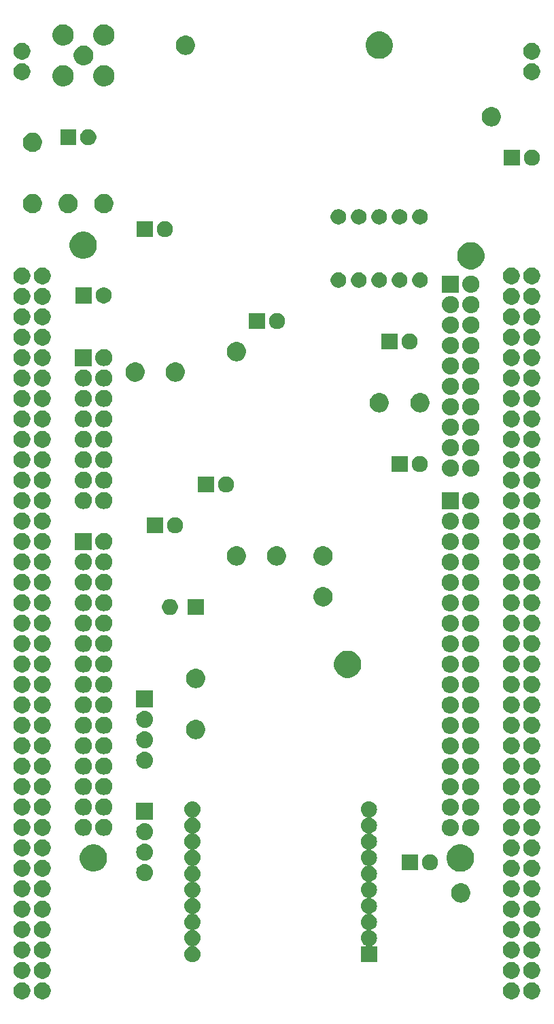
<source format=gbr>
G04 #@! TF.GenerationSoftware,KiCad,Pcbnew,(5.0.1)-3*
G04 #@! TF.CreationDate,2019-01-05T13:11:42+10:00*
G04 #@! TF.ProjectId,stmsplat1,73746D73706C6174312E6B696361645F,rev?*
G04 #@! TF.SameCoordinates,Original*
G04 #@! TF.FileFunction,Soldermask,Bot*
G04 #@! TF.FilePolarity,Negative*
%FSLAX46Y46*%
G04 Gerber Fmt 4.6, Leading zero omitted, Abs format (unit mm)*
G04 Created by KiCad (PCBNEW (5.0.1)-3) date 05/01/2019 13:11:42*
%MOMM*%
%LPD*%
G01*
G04 APERTURE LIST*
%ADD10C,0.100000*%
G04 APERTURE END LIST*
D10*
G36*
X122191275Y-153405351D02*
X122382363Y-153484503D01*
X122554337Y-153599412D01*
X122700590Y-153745665D01*
X122815499Y-153917639D01*
X122894651Y-154108727D01*
X122935001Y-154311585D01*
X122935001Y-154518417D01*
X122894651Y-154721275D01*
X122815499Y-154912363D01*
X122700590Y-155084337D01*
X122554337Y-155230590D01*
X122382363Y-155345499D01*
X122191275Y-155424651D01*
X121988417Y-155465001D01*
X121781585Y-155465001D01*
X121578727Y-155424651D01*
X121387639Y-155345499D01*
X121215665Y-155230590D01*
X121069412Y-155084337D01*
X120954503Y-154912363D01*
X120875351Y-154721275D01*
X120835001Y-154518417D01*
X120835001Y-154311585D01*
X120875351Y-154108727D01*
X120954503Y-153917639D01*
X121069412Y-153745665D01*
X121215665Y-153599412D01*
X121387639Y-153484503D01*
X121578727Y-153405351D01*
X121781585Y-153365001D01*
X121988417Y-153365001D01*
X122191275Y-153405351D01*
X122191275Y-153405351D01*
G37*
G36*
X119651275Y-153405351D02*
X119842363Y-153484503D01*
X120014337Y-153599412D01*
X120160590Y-153745665D01*
X120275499Y-153917639D01*
X120354651Y-154108727D01*
X120395001Y-154311585D01*
X120395001Y-154518417D01*
X120354651Y-154721275D01*
X120275499Y-154912363D01*
X120160590Y-155084337D01*
X120014337Y-155230590D01*
X119842363Y-155345499D01*
X119651275Y-155424651D01*
X119448417Y-155465001D01*
X119241585Y-155465001D01*
X119038727Y-155424651D01*
X118847639Y-155345499D01*
X118675665Y-155230590D01*
X118529412Y-155084337D01*
X118414503Y-154912363D01*
X118335351Y-154721275D01*
X118295001Y-154518417D01*
X118295001Y-154311585D01*
X118335351Y-154108727D01*
X118414503Y-153917639D01*
X118529412Y-153745665D01*
X118675665Y-153599412D01*
X118847639Y-153484503D01*
X119038727Y-153405351D01*
X119241585Y-153365001D01*
X119448417Y-153365001D01*
X119651275Y-153405351D01*
X119651275Y-153405351D01*
G37*
G36*
X58691275Y-153405351D02*
X58882363Y-153484503D01*
X59054337Y-153599412D01*
X59200590Y-153745665D01*
X59315499Y-153917639D01*
X59394651Y-154108727D01*
X59435001Y-154311585D01*
X59435001Y-154518417D01*
X59394651Y-154721275D01*
X59315499Y-154912363D01*
X59200590Y-155084337D01*
X59054337Y-155230590D01*
X58882363Y-155345499D01*
X58691275Y-155424651D01*
X58488417Y-155465001D01*
X58281585Y-155465001D01*
X58078727Y-155424651D01*
X57887639Y-155345499D01*
X57715665Y-155230590D01*
X57569412Y-155084337D01*
X57454503Y-154912363D01*
X57375351Y-154721275D01*
X57335001Y-154518417D01*
X57335001Y-154311585D01*
X57375351Y-154108727D01*
X57454503Y-153917639D01*
X57569412Y-153745665D01*
X57715665Y-153599412D01*
X57887639Y-153484503D01*
X58078727Y-153405351D01*
X58281585Y-153365001D01*
X58488417Y-153365001D01*
X58691275Y-153405351D01*
X58691275Y-153405351D01*
G37*
G36*
X61231275Y-153405351D02*
X61422363Y-153484503D01*
X61594337Y-153599412D01*
X61740590Y-153745665D01*
X61855499Y-153917639D01*
X61934651Y-154108727D01*
X61975001Y-154311585D01*
X61975001Y-154518417D01*
X61934651Y-154721275D01*
X61855499Y-154912363D01*
X61740590Y-155084337D01*
X61594337Y-155230590D01*
X61422363Y-155345499D01*
X61231275Y-155424651D01*
X61028417Y-155465001D01*
X60821585Y-155465001D01*
X60618727Y-155424651D01*
X60427639Y-155345499D01*
X60255665Y-155230590D01*
X60109412Y-155084337D01*
X59994503Y-154912363D01*
X59915351Y-154721275D01*
X59875001Y-154518417D01*
X59875001Y-154311585D01*
X59915351Y-154108727D01*
X59994503Y-153917639D01*
X60109412Y-153745665D01*
X60255665Y-153599412D01*
X60427639Y-153484503D01*
X60618727Y-153405351D01*
X60821585Y-153365001D01*
X61028417Y-153365001D01*
X61231275Y-153405351D01*
X61231275Y-153405351D01*
G37*
G36*
X58691275Y-150865351D02*
X58882363Y-150944503D01*
X59054337Y-151059412D01*
X59200590Y-151205665D01*
X59315499Y-151377639D01*
X59394651Y-151568727D01*
X59435001Y-151771585D01*
X59435001Y-151978417D01*
X59394651Y-152181275D01*
X59315499Y-152372363D01*
X59200590Y-152544337D01*
X59054337Y-152690590D01*
X58882363Y-152805499D01*
X58691275Y-152884651D01*
X58488417Y-152925001D01*
X58281585Y-152925001D01*
X58078727Y-152884651D01*
X57887639Y-152805499D01*
X57715665Y-152690590D01*
X57569412Y-152544337D01*
X57454503Y-152372363D01*
X57375351Y-152181275D01*
X57335001Y-151978417D01*
X57335001Y-151771585D01*
X57375351Y-151568727D01*
X57454503Y-151377639D01*
X57569412Y-151205665D01*
X57715665Y-151059412D01*
X57887639Y-150944503D01*
X58078727Y-150865351D01*
X58281585Y-150825001D01*
X58488417Y-150825001D01*
X58691275Y-150865351D01*
X58691275Y-150865351D01*
G37*
G36*
X61231275Y-150865351D02*
X61422363Y-150944503D01*
X61594337Y-151059412D01*
X61740590Y-151205665D01*
X61855499Y-151377639D01*
X61934651Y-151568727D01*
X61975001Y-151771585D01*
X61975001Y-151978417D01*
X61934651Y-152181275D01*
X61855499Y-152372363D01*
X61740590Y-152544337D01*
X61594337Y-152690590D01*
X61422363Y-152805499D01*
X61231275Y-152884651D01*
X61028417Y-152925001D01*
X60821585Y-152925001D01*
X60618727Y-152884651D01*
X60427639Y-152805499D01*
X60255665Y-152690590D01*
X60109412Y-152544337D01*
X59994503Y-152372363D01*
X59915351Y-152181275D01*
X59875001Y-151978417D01*
X59875001Y-151771585D01*
X59915351Y-151568727D01*
X59994503Y-151377639D01*
X60109412Y-151205665D01*
X60255665Y-151059412D01*
X60427639Y-150944503D01*
X60618727Y-150865351D01*
X60821585Y-150825001D01*
X61028417Y-150825001D01*
X61231275Y-150865351D01*
X61231275Y-150865351D01*
G37*
G36*
X122191275Y-150865351D02*
X122382363Y-150944503D01*
X122554337Y-151059412D01*
X122700590Y-151205665D01*
X122815499Y-151377639D01*
X122894651Y-151568727D01*
X122935001Y-151771585D01*
X122935001Y-151978417D01*
X122894651Y-152181275D01*
X122815499Y-152372363D01*
X122700590Y-152544337D01*
X122554337Y-152690590D01*
X122382363Y-152805499D01*
X122191275Y-152884651D01*
X121988417Y-152925001D01*
X121781585Y-152925001D01*
X121578727Y-152884651D01*
X121387639Y-152805499D01*
X121215665Y-152690590D01*
X121069412Y-152544337D01*
X120954503Y-152372363D01*
X120875351Y-152181275D01*
X120835001Y-151978417D01*
X120835001Y-151771585D01*
X120875351Y-151568727D01*
X120954503Y-151377639D01*
X121069412Y-151205665D01*
X121215665Y-151059412D01*
X121387639Y-150944503D01*
X121578727Y-150865351D01*
X121781585Y-150825001D01*
X121988417Y-150825001D01*
X122191275Y-150865351D01*
X122191275Y-150865351D01*
G37*
G36*
X119651275Y-150865351D02*
X119842363Y-150944503D01*
X120014337Y-151059412D01*
X120160590Y-151205665D01*
X120275499Y-151377639D01*
X120354651Y-151568727D01*
X120395001Y-151771585D01*
X120395001Y-151978417D01*
X120354651Y-152181275D01*
X120275499Y-152372363D01*
X120160590Y-152544337D01*
X120014337Y-152690590D01*
X119842363Y-152805499D01*
X119651275Y-152884651D01*
X119448417Y-152925001D01*
X119241585Y-152925001D01*
X119038727Y-152884651D01*
X118847639Y-152805499D01*
X118675665Y-152690590D01*
X118529412Y-152544337D01*
X118414503Y-152372363D01*
X118335351Y-152181275D01*
X118295001Y-151978417D01*
X118295001Y-151771585D01*
X118335351Y-151568727D01*
X118414503Y-151377639D01*
X118529412Y-151205665D01*
X118675665Y-151059412D01*
X118847639Y-150944503D01*
X119038727Y-150865351D01*
X119241585Y-150825001D01*
X119448417Y-150825001D01*
X119651275Y-150865351D01*
X119651275Y-150865351D01*
G37*
G36*
X79796031Y-130874469D02*
X79984534Y-130931650D01*
X80158260Y-131024509D01*
X80310528Y-131149472D01*
X80435491Y-131301740D01*
X80528350Y-131475466D01*
X80585531Y-131663969D01*
X80604839Y-131860000D01*
X80585531Y-132056031D01*
X80528350Y-132244534D01*
X80435491Y-132418260D01*
X80310528Y-132570528D01*
X80158260Y-132695491D01*
X79984534Y-132788350D01*
X79908589Y-132811387D01*
X79899388Y-132815198D01*
X79891108Y-132820731D01*
X79884066Y-132827773D01*
X79878534Y-132836053D01*
X79874722Y-132845253D01*
X79872780Y-132855021D01*
X79872780Y-132864979D01*
X79874722Y-132874746D01*
X79878533Y-132883947D01*
X79884066Y-132892227D01*
X79891108Y-132899269D01*
X79899388Y-132904801D01*
X79908589Y-132908613D01*
X79984534Y-132931650D01*
X80158260Y-133024509D01*
X80310528Y-133149472D01*
X80435491Y-133301740D01*
X80528350Y-133475466D01*
X80585531Y-133663969D01*
X80604839Y-133860000D01*
X80585531Y-134056031D01*
X80528350Y-134244534D01*
X80435491Y-134418260D01*
X80310528Y-134570528D01*
X80158260Y-134695491D01*
X79984534Y-134788350D01*
X79908589Y-134811387D01*
X79899388Y-134815198D01*
X79891108Y-134820731D01*
X79884066Y-134827773D01*
X79878534Y-134836053D01*
X79874722Y-134845253D01*
X79872780Y-134855021D01*
X79872780Y-134864979D01*
X79874722Y-134874746D01*
X79878533Y-134883947D01*
X79884066Y-134892227D01*
X79891108Y-134899269D01*
X79899388Y-134904801D01*
X79908589Y-134908613D01*
X79984534Y-134931650D01*
X80158260Y-135024509D01*
X80310528Y-135149472D01*
X80435491Y-135301740D01*
X80528350Y-135475466D01*
X80585531Y-135663969D01*
X80604839Y-135860000D01*
X80585531Y-136056031D01*
X80528350Y-136244534D01*
X80435491Y-136418260D01*
X80310528Y-136570528D01*
X80158260Y-136695491D01*
X79984534Y-136788350D01*
X79908589Y-136811387D01*
X79899388Y-136815198D01*
X79891108Y-136820731D01*
X79884066Y-136827773D01*
X79878534Y-136836053D01*
X79874722Y-136845253D01*
X79872780Y-136855021D01*
X79872780Y-136864979D01*
X79874722Y-136874746D01*
X79878533Y-136883947D01*
X79884066Y-136892227D01*
X79891108Y-136899269D01*
X79899388Y-136904801D01*
X79908589Y-136908613D01*
X79984534Y-136931650D01*
X80158260Y-137024509D01*
X80310528Y-137149472D01*
X80435491Y-137301740D01*
X80528350Y-137475466D01*
X80585531Y-137663969D01*
X80604839Y-137860000D01*
X80585531Y-138056031D01*
X80528350Y-138244534D01*
X80435491Y-138418260D01*
X80310528Y-138570528D01*
X80158260Y-138695491D01*
X79984534Y-138788350D01*
X79908589Y-138811387D01*
X79899388Y-138815198D01*
X79891108Y-138820731D01*
X79884066Y-138827773D01*
X79878534Y-138836053D01*
X79874722Y-138845253D01*
X79872780Y-138855021D01*
X79872780Y-138864979D01*
X79874722Y-138874746D01*
X79878533Y-138883947D01*
X79884066Y-138892227D01*
X79891108Y-138899269D01*
X79899388Y-138904801D01*
X79908589Y-138908613D01*
X79984534Y-138931650D01*
X80158260Y-139024509D01*
X80310528Y-139149472D01*
X80435491Y-139301740D01*
X80528350Y-139475466D01*
X80585531Y-139663969D01*
X80604839Y-139860000D01*
X80585531Y-140056031D01*
X80528350Y-140244534D01*
X80435491Y-140418260D01*
X80310528Y-140570528D01*
X80158260Y-140695491D01*
X79984534Y-140788350D01*
X79908589Y-140811387D01*
X79899388Y-140815198D01*
X79891108Y-140820731D01*
X79884066Y-140827773D01*
X79878534Y-140836053D01*
X79874722Y-140845253D01*
X79872780Y-140855021D01*
X79872780Y-140864979D01*
X79874722Y-140874746D01*
X79878533Y-140883947D01*
X79884066Y-140892227D01*
X79891108Y-140899269D01*
X79899388Y-140904801D01*
X79908589Y-140908613D01*
X79984534Y-140931650D01*
X80158260Y-141024509D01*
X80310528Y-141149472D01*
X80435491Y-141301740D01*
X80528350Y-141475466D01*
X80585531Y-141663969D01*
X80604839Y-141860000D01*
X80585531Y-142056031D01*
X80528350Y-142244534D01*
X80435491Y-142418260D01*
X80310528Y-142570528D01*
X80158260Y-142695491D01*
X79984534Y-142788350D01*
X79908589Y-142811387D01*
X79899388Y-142815198D01*
X79891108Y-142820731D01*
X79884066Y-142827773D01*
X79878534Y-142836053D01*
X79874722Y-142845253D01*
X79872780Y-142855021D01*
X79872780Y-142864979D01*
X79874722Y-142874746D01*
X79878533Y-142883947D01*
X79884066Y-142892227D01*
X79891108Y-142899269D01*
X79899388Y-142904801D01*
X79908589Y-142908613D01*
X79984534Y-142931650D01*
X80158260Y-143024509D01*
X80310528Y-143149472D01*
X80435491Y-143301740D01*
X80528350Y-143475466D01*
X80585531Y-143663969D01*
X80604839Y-143860000D01*
X80585531Y-144056031D01*
X80528350Y-144244534D01*
X80435491Y-144418260D01*
X80310528Y-144570528D01*
X80158260Y-144695491D01*
X79984534Y-144788350D01*
X79908589Y-144811387D01*
X79899388Y-144815198D01*
X79891108Y-144820731D01*
X79884066Y-144827773D01*
X79878534Y-144836053D01*
X79874722Y-144845253D01*
X79872780Y-144855021D01*
X79872780Y-144864979D01*
X79874722Y-144874746D01*
X79878533Y-144883947D01*
X79884066Y-144892227D01*
X79891108Y-144899269D01*
X79899388Y-144904801D01*
X79908589Y-144908613D01*
X79984534Y-144931650D01*
X80158260Y-145024509D01*
X80310528Y-145149472D01*
X80435491Y-145301740D01*
X80528350Y-145475466D01*
X80585531Y-145663969D01*
X80604839Y-145860000D01*
X80585531Y-146056031D01*
X80528350Y-146244534D01*
X80435491Y-146418260D01*
X80310528Y-146570528D01*
X80158260Y-146695491D01*
X79984534Y-146788350D01*
X79908589Y-146811387D01*
X79899388Y-146815198D01*
X79891108Y-146820731D01*
X79884066Y-146827773D01*
X79878534Y-146836053D01*
X79874722Y-146845253D01*
X79872780Y-146855021D01*
X79872780Y-146864979D01*
X79874722Y-146874746D01*
X79878533Y-146883947D01*
X79884066Y-146892227D01*
X79891108Y-146899269D01*
X79899388Y-146904801D01*
X79908589Y-146908613D01*
X79984534Y-146931650D01*
X80158260Y-147024509D01*
X80310528Y-147149472D01*
X80435491Y-147301740D01*
X80528350Y-147475466D01*
X80585531Y-147663969D01*
X80604839Y-147860000D01*
X80585531Y-148056031D01*
X80528350Y-148244534D01*
X80435491Y-148418260D01*
X80310528Y-148570528D01*
X80158260Y-148695491D01*
X79984534Y-148788350D01*
X79908589Y-148811387D01*
X79899388Y-148815198D01*
X79891108Y-148820731D01*
X79884066Y-148827773D01*
X79878534Y-148836053D01*
X79874722Y-148845253D01*
X79872780Y-148855021D01*
X79872780Y-148864979D01*
X79874722Y-148874746D01*
X79878533Y-148883947D01*
X79884066Y-148892227D01*
X79891108Y-148899269D01*
X79899388Y-148904801D01*
X79908589Y-148908613D01*
X79984534Y-148931650D01*
X80158260Y-149024509D01*
X80310528Y-149149472D01*
X80435491Y-149301740D01*
X80528350Y-149475466D01*
X80585531Y-149663969D01*
X80604839Y-149860000D01*
X80585531Y-150056031D01*
X80528350Y-150244534D01*
X80435491Y-150418260D01*
X80310528Y-150570528D01*
X80158260Y-150695491D01*
X79984534Y-150788350D01*
X79796031Y-150845531D01*
X79649126Y-150860000D01*
X79550874Y-150860000D01*
X79403969Y-150845531D01*
X79215466Y-150788350D01*
X79041740Y-150695491D01*
X78889472Y-150570528D01*
X78764509Y-150418260D01*
X78671650Y-150244534D01*
X78614469Y-150056031D01*
X78595161Y-149860000D01*
X78614469Y-149663969D01*
X78671650Y-149475466D01*
X78764509Y-149301740D01*
X78889472Y-149149472D01*
X79041740Y-149024509D01*
X79215466Y-148931650D01*
X79291411Y-148908613D01*
X79300612Y-148904802D01*
X79308892Y-148899269D01*
X79315934Y-148892227D01*
X79321466Y-148883947D01*
X79325278Y-148874747D01*
X79327220Y-148864979D01*
X79327220Y-148855021D01*
X79325278Y-148845254D01*
X79321467Y-148836053D01*
X79315934Y-148827773D01*
X79308892Y-148820731D01*
X79300612Y-148815199D01*
X79291411Y-148811387D01*
X79215466Y-148788350D01*
X79041740Y-148695491D01*
X78889472Y-148570528D01*
X78764509Y-148418260D01*
X78671650Y-148244534D01*
X78614469Y-148056031D01*
X78595161Y-147860000D01*
X78614469Y-147663969D01*
X78671650Y-147475466D01*
X78764509Y-147301740D01*
X78889472Y-147149472D01*
X79041740Y-147024509D01*
X79215466Y-146931650D01*
X79291411Y-146908613D01*
X79300612Y-146904802D01*
X79308892Y-146899269D01*
X79315934Y-146892227D01*
X79321466Y-146883947D01*
X79325278Y-146874747D01*
X79327220Y-146864979D01*
X79327220Y-146855021D01*
X79325278Y-146845254D01*
X79321467Y-146836053D01*
X79315934Y-146827773D01*
X79308892Y-146820731D01*
X79300612Y-146815199D01*
X79291411Y-146811387D01*
X79215466Y-146788350D01*
X79041740Y-146695491D01*
X78889472Y-146570528D01*
X78764509Y-146418260D01*
X78671650Y-146244534D01*
X78614469Y-146056031D01*
X78595161Y-145860000D01*
X78614469Y-145663969D01*
X78671650Y-145475466D01*
X78764509Y-145301740D01*
X78889472Y-145149472D01*
X79041740Y-145024509D01*
X79215466Y-144931650D01*
X79291411Y-144908613D01*
X79300612Y-144904802D01*
X79308892Y-144899269D01*
X79315934Y-144892227D01*
X79321466Y-144883947D01*
X79325278Y-144874747D01*
X79327220Y-144864979D01*
X79327220Y-144855021D01*
X79325278Y-144845254D01*
X79321467Y-144836053D01*
X79315934Y-144827773D01*
X79308892Y-144820731D01*
X79300612Y-144815199D01*
X79291411Y-144811387D01*
X79215466Y-144788350D01*
X79041740Y-144695491D01*
X78889472Y-144570528D01*
X78764509Y-144418260D01*
X78671650Y-144244534D01*
X78614469Y-144056031D01*
X78595161Y-143860000D01*
X78614469Y-143663969D01*
X78671650Y-143475466D01*
X78764509Y-143301740D01*
X78889472Y-143149472D01*
X79041740Y-143024509D01*
X79215466Y-142931650D01*
X79291411Y-142908613D01*
X79300612Y-142904802D01*
X79308892Y-142899269D01*
X79315934Y-142892227D01*
X79321466Y-142883947D01*
X79325278Y-142874747D01*
X79327220Y-142864979D01*
X79327220Y-142855021D01*
X79325278Y-142845254D01*
X79321467Y-142836053D01*
X79315934Y-142827773D01*
X79308892Y-142820731D01*
X79300612Y-142815199D01*
X79291411Y-142811387D01*
X79215466Y-142788350D01*
X79041740Y-142695491D01*
X78889472Y-142570528D01*
X78764509Y-142418260D01*
X78671650Y-142244534D01*
X78614469Y-142056031D01*
X78595161Y-141860000D01*
X78614469Y-141663969D01*
X78671650Y-141475466D01*
X78764509Y-141301740D01*
X78889472Y-141149472D01*
X79041740Y-141024509D01*
X79215466Y-140931650D01*
X79291411Y-140908613D01*
X79300612Y-140904802D01*
X79308892Y-140899269D01*
X79315934Y-140892227D01*
X79321466Y-140883947D01*
X79325278Y-140874747D01*
X79327220Y-140864979D01*
X79327220Y-140855021D01*
X79325278Y-140845254D01*
X79321467Y-140836053D01*
X79315934Y-140827773D01*
X79308892Y-140820731D01*
X79300612Y-140815199D01*
X79291411Y-140811387D01*
X79215466Y-140788350D01*
X79041740Y-140695491D01*
X78889472Y-140570528D01*
X78764509Y-140418260D01*
X78671650Y-140244534D01*
X78614469Y-140056031D01*
X78595161Y-139860000D01*
X78614469Y-139663969D01*
X78671650Y-139475466D01*
X78764509Y-139301740D01*
X78889472Y-139149472D01*
X79041740Y-139024509D01*
X79215466Y-138931650D01*
X79291411Y-138908613D01*
X79300612Y-138904802D01*
X79308892Y-138899269D01*
X79315934Y-138892227D01*
X79321466Y-138883947D01*
X79325278Y-138874747D01*
X79327220Y-138864979D01*
X79327220Y-138855021D01*
X79325278Y-138845254D01*
X79321467Y-138836053D01*
X79315934Y-138827773D01*
X79308892Y-138820731D01*
X79300612Y-138815199D01*
X79291411Y-138811387D01*
X79215466Y-138788350D01*
X79041740Y-138695491D01*
X78889472Y-138570528D01*
X78764509Y-138418260D01*
X78671650Y-138244534D01*
X78614469Y-138056031D01*
X78595161Y-137860000D01*
X78614469Y-137663969D01*
X78671650Y-137475466D01*
X78764509Y-137301740D01*
X78889472Y-137149472D01*
X79041740Y-137024509D01*
X79215466Y-136931650D01*
X79291411Y-136908613D01*
X79300612Y-136904802D01*
X79308892Y-136899269D01*
X79315934Y-136892227D01*
X79321466Y-136883947D01*
X79325278Y-136874747D01*
X79327220Y-136864979D01*
X79327220Y-136855021D01*
X79325278Y-136845254D01*
X79321467Y-136836053D01*
X79315934Y-136827773D01*
X79308892Y-136820731D01*
X79300612Y-136815199D01*
X79291411Y-136811387D01*
X79215466Y-136788350D01*
X79041740Y-136695491D01*
X78889472Y-136570528D01*
X78764509Y-136418260D01*
X78671650Y-136244534D01*
X78614469Y-136056031D01*
X78595161Y-135860000D01*
X78614469Y-135663969D01*
X78671650Y-135475466D01*
X78764509Y-135301740D01*
X78889472Y-135149472D01*
X79041740Y-135024509D01*
X79215466Y-134931650D01*
X79291411Y-134908613D01*
X79300612Y-134904802D01*
X79308892Y-134899269D01*
X79315934Y-134892227D01*
X79321466Y-134883947D01*
X79325278Y-134874747D01*
X79327220Y-134864979D01*
X79327220Y-134855021D01*
X79325278Y-134845254D01*
X79321467Y-134836053D01*
X79315934Y-134827773D01*
X79308892Y-134820731D01*
X79300612Y-134815199D01*
X79291411Y-134811387D01*
X79215466Y-134788350D01*
X79041740Y-134695491D01*
X78889472Y-134570528D01*
X78764509Y-134418260D01*
X78671650Y-134244534D01*
X78614469Y-134056031D01*
X78595161Y-133860000D01*
X78614469Y-133663969D01*
X78671650Y-133475466D01*
X78764509Y-133301740D01*
X78889472Y-133149472D01*
X79041740Y-133024509D01*
X79215466Y-132931650D01*
X79291411Y-132908613D01*
X79300612Y-132904802D01*
X79308892Y-132899269D01*
X79315934Y-132892227D01*
X79321466Y-132883947D01*
X79325278Y-132874747D01*
X79327220Y-132864979D01*
X79327220Y-132855021D01*
X79325278Y-132845254D01*
X79321467Y-132836053D01*
X79315934Y-132827773D01*
X79308892Y-132820731D01*
X79300612Y-132815199D01*
X79291411Y-132811387D01*
X79215466Y-132788350D01*
X79041740Y-132695491D01*
X78889472Y-132570528D01*
X78764509Y-132418260D01*
X78671650Y-132244534D01*
X78614469Y-132056031D01*
X78595161Y-131860000D01*
X78614469Y-131663969D01*
X78671650Y-131475466D01*
X78764509Y-131301740D01*
X78889472Y-131149472D01*
X79041740Y-131024509D01*
X79215466Y-130931650D01*
X79403969Y-130874469D01*
X79550874Y-130860000D01*
X79649126Y-130860000D01*
X79796031Y-130874469D01*
X79796031Y-130874469D01*
G37*
G36*
X101796031Y-130874469D02*
X101984534Y-130931650D01*
X102158260Y-131024509D01*
X102310528Y-131149472D01*
X102435491Y-131301740D01*
X102528350Y-131475466D01*
X102585531Y-131663969D01*
X102604839Y-131860000D01*
X102585531Y-132056031D01*
X102528350Y-132244534D01*
X102435491Y-132418260D01*
X102310528Y-132570528D01*
X102158260Y-132695491D01*
X101984534Y-132788350D01*
X101908589Y-132811387D01*
X101899388Y-132815198D01*
X101891108Y-132820731D01*
X101884066Y-132827773D01*
X101878534Y-132836053D01*
X101874722Y-132845253D01*
X101872780Y-132855021D01*
X101872780Y-132864979D01*
X101874722Y-132874746D01*
X101878533Y-132883947D01*
X101884066Y-132892227D01*
X101891108Y-132899269D01*
X101899388Y-132904801D01*
X101908589Y-132908613D01*
X101984534Y-132931650D01*
X102158260Y-133024509D01*
X102310528Y-133149472D01*
X102435491Y-133301740D01*
X102528350Y-133475466D01*
X102585531Y-133663969D01*
X102604839Y-133860000D01*
X102585531Y-134056031D01*
X102528350Y-134244534D01*
X102435491Y-134418260D01*
X102310528Y-134570528D01*
X102158260Y-134695491D01*
X101984534Y-134788350D01*
X101908589Y-134811387D01*
X101899388Y-134815198D01*
X101891108Y-134820731D01*
X101884066Y-134827773D01*
X101878534Y-134836053D01*
X101874722Y-134845253D01*
X101872780Y-134855021D01*
X101872780Y-134864979D01*
X101874722Y-134874746D01*
X101878533Y-134883947D01*
X101884066Y-134892227D01*
X101891108Y-134899269D01*
X101899388Y-134904801D01*
X101908589Y-134908613D01*
X101984534Y-134931650D01*
X102158260Y-135024509D01*
X102310528Y-135149472D01*
X102435491Y-135301740D01*
X102528350Y-135475466D01*
X102585531Y-135663969D01*
X102604839Y-135860000D01*
X102585531Y-136056031D01*
X102528350Y-136244534D01*
X102435491Y-136418260D01*
X102310528Y-136570528D01*
X102158260Y-136695491D01*
X101984534Y-136788350D01*
X101908589Y-136811387D01*
X101899388Y-136815198D01*
X101891108Y-136820731D01*
X101884066Y-136827773D01*
X101878534Y-136836053D01*
X101874722Y-136845253D01*
X101872780Y-136855021D01*
X101872780Y-136864979D01*
X101874722Y-136874746D01*
X101878533Y-136883947D01*
X101884066Y-136892227D01*
X101891108Y-136899269D01*
X101899388Y-136904801D01*
X101908589Y-136908613D01*
X101984534Y-136931650D01*
X102158260Y-137024509D01*
X102310528Y-137149472D01*
X102435491Y-137301740D01*
X102528350Y-137475466D01*
X102585531Y-137663969D01*
X102604839Y-137860000D01*
X102585531Y-138056031D01*
X102528350Y-138244534D01*
X102435491Y-138418260D01*
X102310528Y-138570528D01*
X102158260Y-138695491D01*
X101984534Y-138788350D01*
X101908589Y-138811387D01*
X101899388Y-138815198D01*
X101891108Y-138820731D01*
X101884066Y-138827773D01*
X101878534Y-138836053D01*
X101874722Y-138845253D01*
X101872780Y-138855021D01*
X101872780Y-138864979D01*
X101874722Y-138874746D01*
X101878533Y-138883947D01*
X101884066Y-138892227D01*
X101891108Y-138899269D01*
X101899388Y-138904801D01*
X101908589Y-138908613D01*
X101984534Y-138931650D01*
X102158260Y-139024509D01*
X102310528Y-139149472D01*
X102435491Y-139301740D01*
X102528350Y-139475466D01*
X102585531Y-139663969D01*
X102604839Y-139860000D01*
X102585531Y-140056031D01*
X102528350Y-140244534D01*
X102435491Y-140418260D01*
X102310528Y-140570528D01*
X102158260Y-140695491D01*
X101984534Y-140788350D01*
X101908589Y-140811387D01*
X101899388Y-140815198D01*
X101891108Y-140820731D01*
X101884066Y-140827773D01*
X101878534Y-140836053D01*
X101874722Y-140845253D01*
X101872780Y-140855021D01*
X101872780Y-140864979D01*
X101874722Y-140874746D01*
X101878533Y-140883947D01*
X101884066Y-140892227D01*
X101891108Y-140899269D01*
X101899388Y-140904801D01*
X101908589Y-140908613D01*
X101984534Y-140931650D01*
X102158260Y-141024509D01*
X102310528Y-141149472D01*
X102435491Y-141301740D01*
X102528350Y-141475466D01*
X102585531Y-141663969D01*
X102604839Y-141860000D01*
X102585531Y-142056031D01*
X102528350Y-142244534D01*
X102435491Y-142418260D01*
X102310528Y-142570528D01*
X102158260Y-142695491D01*
X101984534Y-142788350D01*
X101908589Y-142811387D01*
X101899388Y-142815198D01*
X101891108Y-142820731D01*
X101884066Y-142827773D01*
X101878534Y-142836053D01*
X101874722Y-142845253D01*
X101872780Y-142855021D01*
X101872780Y-142864979D01*
X101874722Y-142874746D01*
X101878533Y-142883947D01*
X101884066Y-142892227D01*
X101891108Y-142899269D01*
X101899388Y-142904801D01*
X101908589Y-142908613D01*
X101984534Y-142931650D01*
X102158260Y-143024509D01*
X102310528Y-143149472D01*
X102435491Y-143301740D01*
X102528350Y-143475466D01*
X102585531Y-143663969D01*
X102604839Y-143860000D01*
X102585531Y-144056031D01*
X102528350Y-144244534D01*
X102435491Y-144418260D01*
X102310528Y-144570528D01*
X102158260Y-144695491D01*
X101984534Y-144788350D01*
X101908589Y-144811387D01*
X101899388Y-144815198D01*
X101891108Y-144820731D01*
X101884066Y-144827773D01*
X101878534Y-144836053D01*
X101874722Y-144845253D01*
X101872780Y-144855021D01*
X101872780Y-144864979D01*
X101874722Y-144874746D01*
X101878533Y-144883947D01*
X101884066Y-144892227D01*
X101891108Y-144899269D01*
X101899388Y-144904801D01*
X101908589Y-144908613D01*
X101984534Y-144931650D01*
X102158260Y-145024509D01*
X102310528Y-145149472D01*
X102435491Y-145301740D01*
X102528350Y-145475466D01*
X102585531Y-145663969D01*
X102604839Y-145860000D01*
X102585531Y-146056031D01*
X102528350Y-146244534D01*
X102435491Y-146418260D01*
X102310528Y-146570528D01*
X102158260Y-146695491D01*
X101984534Y-146788350D01*
X101908589Y-146811387D01*
X101899388Y-146815198D01*
X101891108Y-146820731D01*
X101884066Y-146827773D01*
X101878534Y-146836053D01*
X101874722Y-146845253D01*
X101872780Y-146855021D01*
X101872780Y-146864979D01*
X101874722Y-146874746D01*
X101878533Y-146883947D01*
X101884066Y-146892227D01*
X101891108Y-146899269D01*
X101899388Y-146904801D01*
X101908589Y-146908613D01*
X101984534Y-146931650D01*
X102158260Y-147024509D01*
X102310528Y-147149472D01*
X102435491Y-147301740D01*
X102528350Y-147475466D01*
X102585531Y-147663969D01*
X102604839Y-147860000D01*
X102585531Y-148056031D01*
X102528350Y-148244534D01*
X102435491Y-148418260D01*
X102310528Y-148570528D01*
X102158260Y-148695491D01*
X102029344Y-148764398D01*
X102021064Y-148769931D01*
X102014022Y-148776973D01*
X102008489Y-148785253D01*
X102004678Y-148794454D01*
X102002736Y-148804221D01*
X102002736Y-148814179D01*
X102004678Y-148823947D01*
X102008489Y-148833147D01*
X102014022Y-148841427D01*
X102021064Y-148848469D01*
X102029344Y-148854002D01*
X102038545Y-148857813D01*
X102053291Y-148860000D01*
X102600000Y-148860000D01*
X102600000Y-150860000D01*
X100600000Y-150860000D01*
X100600000Y-148860000D01*
X101146709Y-148860000D01*
X101156620Y-148859024D01*
X101166149Y-148856133D01*
X101174932Y-148851439D01*
X101182630Y-148845121D01*
X101188948Y-148837423D01*
X101193642Y-148828640D01*
X101196533Y-148819111D01*
X101197509Y-148809200D01*
X101196533Y-148799289D01*
X101193642Y-148789760D01*
X101188948Y-148780977D01*
X101182630Y-148773279D01*
X101170656Y-148764398D01*
X101041740Y-148695491D01*
X100889472Y-148570528D01*
X100764509Y-148418260D01*
X100671650Y-148244534D01*
X100614469Y-148056031D01*
X100595161Y-147860000D01*
X100614469Y-147663969D01*
X100671650Y-147475466D01*
X100764509Y-147301740D01*
X100889472Y-147149472D01*
X101041740Y-147024509D01*
X101215466Y-146931650D01*
X101291411Y-146908613D01*
X101300612Y-146904802D01*
X101308892Y-146899269D01*
X101315934Y-146892227D01*
X101321466Y-146883947D01*
X101325278Y-146874747D01*
X101327220Y-146864979D01*
X101327220Y-146855021D01*
X101325278Y-146845254D01*
X101321467Y-146836053D01*
X101315934Y-146827773D01*
X101308892Y-146820731D01*
X101300612Y-146815199D01*
X101291411Y-146811387D01*
X101215466Y-146788350D01*
X101041740Y-146695491D01*
X100889472Y-146570528D01*
X100764509Y-146418260D01*
X100671650Y-146244534D01*
X100614469Y-146056031D01*
X100595161Y-145860000D01*
X100614469Y-145663969D01*
X100671650Y-145475466D01*
X100764509Y-145301740D01*
X100889472Y-145149472D01*
X101041740Y-145024509D01*
X101215466Y-144931650D01*
X101291411Y-144908613D01*
X101300612Y-144904802D01*
X101308892Y-144899269D01*
X101315934Y-144892227D01*
X101321466Y-144883947D01*
X101325278Y-144874747D01*
X101327220Y-144864979D01*
X101327220Y-144855021D01*
X101325278Y-144845254D01*
X101321467Y-144836053D01*
X101315934Y-144827773D01*
X101308892Y-144820731D01*
X101300612Y-144815199D01*
X101291411Y-144811387D01*
X101215466Y-144788350D01*
X101041740Y-144695491D01*
X100889472Y-144570528D01*
X100764509Y-144418260D01*
X100671650Y-144244534D01*
X100614469Y-144056031D01*
X100595161Y-143860000D01*
X100614469Y-143663969D01*
X100671650Y-143475466D01*
X100764509Y-143301740D01*
X100889472Y-143149472D01*
X101041740Y-143024509D01*
X101215466Y-142931650D01*
X101291411Y-142908613D01*
X101300612Y-142904802D01*
X101308892Y-142899269D01*
X101315934Y-142892227D01*
X101321466Y-142883947D01*
X101325278Y-142874747D01*
X101327220Y-142864979D01*
X101327220Y-142855021D01*
X101325278Y-142845254D01*
X101321467Y-142836053D01*
X101315934Y-142827773D01*
X101308892Y-142820731D01*
X101300612Y-142815199D01*
X101291411Y-142811387D01*
X101215466Y-142788350D01*
X101041740Y-142695491D01*
X100889472Y-142570528D01*
X100764509Y-142418260D01*
X100671650Y-142244534D01*
X100614469Y-142056031D01*
X100595161Y-141860000D01*
X100614469Y-141663969D01*
X100671650Y-141475466D01*
X100764509Y-141301740D01*
X100889472Y-141149472D01*
X101041740Y-141024509D01*
X101215466Y-140931650D01*
X101291411Y-140908613D01*
X101300612Y-140904802D01*
X101308892Y-140899269D01*
X101315934Y-140892227D01*
X101321466Y-140883947D01*
X101325278Y-140874747D01*
X101327220Y-140864979D01*
X101327220Y-140855021D01*
X101325278Y-140845254D01*
X101321467Y-140836053D01*
X101315934Y-140827773D01*
X101308892Y-140820731D01*
X101300612Y-140815199D01*
X101291411Y-140811387D01*
X101215466Y-140788350D01*
X101041740Y-140695491D01*
X100889472Y-140570528D01*
X100764509Y-140418260D01*
X100671650Y-140244534D01*
X100614469Y-140056031D01*
X100595161Y-139860000D01*
X100614469Y-139663969D01*
X100671650Y-139475466D01*
X100764509Y-139301740D01*
X100889472Y-139149472D01*
X101041740Y-139024509D01*
X101215466Y-138931650D01*
X101291411Y-138908613D01*
X101300612Y-138904802D01*
X101308892Y-138899269D01*
X101315934Y-138892227D01*
X101321466Y-138883947D01*
X101325278Y-138874747D01*
X101327220Y-138864979D01*
X101327220Y-138855021D01*
X101325278Y-138845254D01*
X101321467Y-138836053D01*
X101315934Y-138827773D01*
X101308892Y-138820731D01*
X101300612Y-138815199D01*
X101291411Y-138811387D01*
X101215466Y-138788350D01*
X101041740Y-138695491D01*
X100889472Y-138570528D01*
X100764509Y-138418260D01*
X100671650Y-138244534D01*
X100614469Y-138056031D01*
X100595161Y-137860000D01*
X100614469Y-137663969D01*
X100671650Y-137475466D01*
X100764509Y-137301740D01*
X100889472Y-137149472D01*
X101041740Y-137024509D01*
X101215466Y-136931650D01*
X101291411Y-136908613D01*
X101300612Y-136904802D01*
X101308892Y-136899269D01*
X101315934Y-136892227D01*
X101321466Y-136883947D01*
X101325278Y-136874747D01*
X101327220Y-136864979D01*
X101327220Y-136855021D01*
X101325278Y-136845254D01*
X101321467Y-136836053D01*
X101315934Y-136827773D01*
X101308892Y-136820731D01*
X101300612Y-136815199D01*
X101291411Y-136811387D01*
X101215466Y-136788350D01*
X101041740Y-136695491D01*
X100889472Y-136570528D01*
X100764509Y-136418260D01*
X100671650Y-136244534D01*
X100614469Y-136056031D01*
X100595161Y-135860000D01*
X100614469Y-135663969D01*
X100671650Y-135475466D01*
X100764509Y-135301740D01*
X100889472Y-135149472D01*
X101041740Y-135024509D01*
X101215466Y-134931650D01*
X101291411Y-134908613D01*
X101300612Y-134904802D01*
X101308892Y-134899269D01*
X101315934Y-134892227D01*
X101321466Y-134883947D01*
X101325278Y-134874747D01*
X101327220Y-134864979D01*
X101327220Y-134855021D01*
X101325278Y-134845254D01*
X101321467Y-134836053D01*
X101315934Y-134827773D01*
X101308892Y-134820731D01*
X101300612Y-134815199D01*
X101291411Y-134811387D01*
X101215466Y-134788350D01*
X101041740Y-134695491D01*
X100889472Y-134570528D01*
X100764509Y-134418260D01*
X100671650Y-134244534D01*
X100614469Y-134056031D01*
X100595161Y-133860000D01*
X100614469Y-133663969D01*
X100671650Y-133475466D01*
X100764509Y-133301740D01*
X100889472Y-133149472D01*
X101041740Y-133024509D01*
X101215466Y-132931650D01*
X101291411Y-132908613D01*
X101300612Y-132904802D01*
X101308892Y-132899269D01*
X101315934Y-132892227D01*
X101321466Y-132883947D01*
X101325278Y-132874747D01*
X101327220Y-132864979D01*
X101327220Y-132855021D01*
X101325278Y-132845254D01*
X101321467Y-132836053D01*
X101315934Y-132827773D01*
X101308892Y-132820731D01*
X101300612Y-132815199D01*
X101291411Y-132811387D01*
X101215466Y-132788350D01*
X101041740Y-132695491D01*
X100889472Y-132570528D01*
X100764509Y-132418260D01*
X100671650Y-132244534D01*
X100614469Y-132056031D01*
X100595161Y-131860000D01*
X100614469Y-131663969D01*
X100671650Y-131475466D01*
X100764509Y-131301740D01*
X100889472Y-131149472D01*
X101041740Y-131024509D01*
X101215466Y-130931650D01*
X101403969Y-130874469D01*
X101550874Y-130860000D01*
X101649126Y-130860000D01*
X101796031Y-130874469D01*
X101796031Y-130874469D01*
G37*
G36*
X122191275Y-148325351D02*
X122382363Y-148404503D01*
X122554337Y-148519412D01*
X122700590Y-148665665D01*
X122815499Y-148837639D01*
X122894651Y-149028727D01*
X122935001Y-149231585D01*
X122935001Y-149438417D01*
X122894651Y-149641275D01*
X122815499Y-149832363D01*
X122700590Y-150004337D01*
X122554337Y-150150590D01*
X122382363Y-150265499D01*
X122191275Y-150344651D01*
X121988417Y-150385001D01*
X121781585Y-150385001D01*
X121578727Y-150344651D01*
X121387639Y-150265499D01*
X121215665Y-150150590D01*
X121069412Y-150004337D01*
X120954503Y-149832363D01*
X120875351Y-149641275D01*
X120835001Y-149438417D01*
X120835001Y-149231585D01*
X120875351Y-149028727D01*
X120954503Y-148837639D01*
X121069412Y-148665665D01*
X121215665Y-148519412D01*
X121387639Y-148404503D01*
X121578727Y-148325351D01*
X121781585Y-148285001D01*
X121988417Y-148285001D01*
X122191275Y-148325351D01*
X122191275Y-148325351D01*
G37*
G36*
X119651275Y-148325351D02*
X119842363Y-148404503D01*
X120014337Y-148519412D01*
X120160590Y-148665665D01*
X120275499Y-148837639D01*
X120354651Y-149028727D01*
X120395001Y-149231585D01*
X120395001Y-149438417D01*
X120354651Y-149641275D01*
X120275499Y-149832363D01*
X120160590Y-150004337D01*
X120014337Y-150150590D01*
X119842363Y-150265499D01*
X119651275Y-150344651D01*
X119448417Y-150385001D01*
X119241585Y-150385001D01*
X119038727Y-150344651D01*
X118847639Y-150265499D01*
X118675665Y-150150590D01*
X118529412Y-150004337D01*
X118414503Y-149832363D01*
X118335351Y-149641275D01*
X118295001Y-149438417D01*
X118295001Y-149231585D01*
X118335351Y-149028727D01*
X118414503Y-148837639D01*
X118529412Y-148665665D01*
X118675665Y-148519412D01*
X118847639Y-148404503D01*
X119038727Y-148325351D01*
X119241585Y-148285001D01*
X119448417Y-148285001D01*
X119651275Y-148325351D01*
X119651275Y-148325351D01*
G37*
G36*
X58691275Y-148325351D02*
X58882363Y-148404503D01*
X59054337Y-148519412D01*
X59200590Y-148665665D01*
X59315499Y-148837639D01*
X59394651Y-149028727D01*
X59435001Y-149231585D01*
X59435001Y-149438417D01*
X59394651Y-149641275D01*
X59315499Y-149832363D01*
X59200590Y-150004337D01*
X59054337Y-150150590D01*
X58882363Y-150265499D01*
X58691275Y-150344651D01*
X58488417Y-150385001D01*
X58281585Y-150385001D01*
X58078727Y-150344651D01*
X57887639Y-150265499D01*
X57715665Y-150150590D01*
X57569412Y-150004337D01*
X57454503Y-149832363D01*
X57375351Y-149641275D01*
X57335001Y-149438417D01*
X57335001Y-149231585D01*
X57375351Y-149028727D01*
X57454503Y-148837639D01*
X57569412Y-148665665D01*
X57715665Y-148519412D01*
X57887639Y-148404503D01*
X58078727Y-148325351D01*
X58281585Y-148285001D01*
X58488417Y-148285001D01*
X58691275Y-148325351D01*
X58691275Y-148325351D01*
G37*
G36*
X61231275Y-148325351D02*
X61422363Y-148404503D01*
X61594337Y-148519412D01*
X61740590Y-148665665D01*
X61855499Y-148837639D01*
X61934651Y-149028727D01*
X61975001Y-149231585D01*
X61975001Y-149438417D01*
X61934651Y-149641275D01*
X61855499Y-149832363D01*
X61740590Y-150004337D01*
X61594337Y-150150590D01*
X61422363Y-150265499D01*
X61231275Y-150344651D01*
X61028417Y-150385001D01*
X60821585Y-150385001D01*
X60618727Y-150344651D01*
X60427639Y-150265499D01*
X60255665Y-150150590D01*
X60109412Y-150004337D01*
X59994503Y-149832363D01*
X59915351Y-149641275D01*
X59875001Y-149438417D01*
X59875001Y-149231585D01*
X59915351Y-149028727D01*
X59994503Y-148837639D01*
X60109412Y-148665665D01*
X60255665Y-148519412D01*
X60427639Y-148404503D01*
X60618727Y-148325351D01*
X60821585Y-148285001D01*
X61028417Y-148285001D01*
X61231275Y-148325351D01*
X61231275Y-148325351D01*
G37*
G36*
X61231275Y-145785351D02*
X61422363Y-145864503D01*
X61594337Y-145979412D01*
X61740590Y-146125665D01*
X61855499Y-146297639D01*
X61934651Y-146488727D01*
X61975001Y-146691585D01*
X61975001Y-146898417D01*
X61934651Y-147101275D01*
X61855499Y-147292363D01*
X61740590Y-147464337D01*
X61594337Y-147610590D01*
X61422363Y-147725499D01*
X61231275Y-147804651D01*
X61028417Y-147845001D01*
X60821585Y-147845001D01*
X60618727Y-147804651D01*
X60427639Y-147725499D01*
X60255665Y-147610590D01*
X60109412Y-147464337D01*
X59994503Y-147292363D01*
X59915351Y-147101275D01*
X59875001Y-146898417D01*
X59875001Y-146691585D01*
X59915351Y-146488727D01*
X59994503Y-146297639D01*
X60109412Y-146125665D01*
X60255665Y-145979412D01*
X60427639Y-145864503D01*
X60618727Y-145785351D01*
X60821585Y-145745001D01*
X61028417Y-145745001D01*
X61231275Y-145785351D01*
X61231275Y-145785351D01*
G37*
G36*
X58691275Y-145785351D02*
X58882363Y-145864503D01*
X59054337Y-145979412D01*
X59200590Y-146125665D01*
X59315499Y-146297639D01*
X59394651Y-146488727D01*
X59435001Y-146691585D01*
X59435001Y-146898417D01*
X59394651Y-147101275D01*
X59315499Y-147292363D01*
X59200590Y-147464337D01*
X59054337Y-147610590D01*
X58882363Y-147725499D01*
X58691275Y-147804651D01*
X58488417Y-147845001D01*
X58281585Y-147845001D01*
X58078727Y-147804651D01*
X57887639Y-147725499D01*
X57715665Y-147610590D01*
X57569412Y-147464337D01*
X57454503Y-147292363D01*
X57375351Y-147101275D01*
X57335001Y-146898417D01*
X57335001Y-146691585D01*
X57375351Y-146488727D01*
X57454503Y-146297639D01*
X57569412Y-146125665D01*
X57715665Y-145979412D01*
X57887639Y-145864503D01*
X58078727Y-145785351D01*
X58281585Y-145745001D01*
X58488417Y-145745001D01*
X58691275Y-145785351D01*
X58691275Y-145785351D01*
G37*
G36*
X119651275Y-145785351D02*
X119842363Y-145864503D01*
X120014337Y-145979412D01*
X120160590Y-146125665D01*
X120275499Y-146297639D01*
X120354651Y-146488727D01*
X120395001Y-146691585D01*
X120395001Y-146898417D01*
X120354651Y-147101275D01*
X120275499Y-147292363D01*
X120160590Y-147464337D01*
X120014337Y-147610590D01*
X119842363Y-147725499D01*
X119651275Y-147804651D01*
X119448417Y-147845001D01*
X119241585Y-147845001D01*
X119038727Y-147804651D01*
X118847639Y-147725499D01*
X118675665Y-147610590D01*
X118529412Y-147464337D01*
X118414503Y-147292363D01*
X118335351Y-147101275D01*
X118295001Y-146898417D01*
X118295001Y-146691585D01*
X118335351Y-146488727D01*
X118414503Y-146297639D01*
X118529412Y-146125665D01*
X118675665Y-145979412D01*
X118847639Y-145864503D01*
X119038727Y-145785351D01*
X119241585Y-145745001D01*
X119448417Y-145745001D01*
X119651275Y-145785351D01*
X119651275Y-145785351D01*
G37*
G36*
X122191275Y-145785351D02*
X122382363Y-145864503D01*
X122554337Y-145979412D01*
X122700590Y-146125665D01*
X122815499Y-146297639D01*
X122894651Y-146488727D01*
X122935001Y-146691585D01*
X122935001Y-146898417D01*
X122894651Y-147101275D01*
X122815499Y-147292363D01*
X122700590Y-147464337D01*
X122554337Y-147610590D01*
X122382363Y-147725499D01*
X122191275Y-147804651D01*
X121988417Y-147845001D01*
X121781585Y-147845001D01*
X121578727Y-147804651D01*
X121387639Y-147725499D01*
X121215665Y-147610590D01*
X121069412Y-147464337D01*
X120954503Y-147292363D01*
X120875351Y-147101275D01*
X120835001Y-146898417D01*
X120835001Y-146691585D01*
X120875351Y-146488727D01*
X120954503Y-146297639D01*
X121069412Y-146125665D01*
X121215665Y-145979412D01*
X121387639Y-145864503D01*
X121578727Y-145785351D01*
X121781585Y-145745001D01*
X121988417Y-145745001D01*
X122191275Y-145785351D01*
X122191275Y-145785351D01*
G37*
G36*
X122191275Y-143245351D02*
X122382363Y-143324503D01*
X122554337Y-143439412D01*
X122700590Y-143585665D01*
X122815499Y-143757639D01*
X122894651Y-143948727D01*
X122935001Y-144151585D01*
X122935001Y-144358417D01*
X122894651Y-144561275D01*
X122815499Y-144752363D01*
X122700590Y-144924337D01*
X122554337Y-145070590D01*
X122382363Y-145185499D01*
X122191275Y-145264651D01*
X121988417Y-145305001D01*
X121781585Y-145305001D01*
X121578727Y-145264651D01*
X121387639Y-145185499D01*
X121215665Y-145070590D01*
X121069412Y-144924337D01*
X120954503Y-144752363D01*
X120875351Y-144561275D01*
X120835001Y-144358417D01*
X120835001Y-144151585D01*
X120875351Y-143948727D01*
X120954503Y-143757639D01*
X121069412Y-143585665D01*
X121215665Y-143439412D01*
X121387639Y-143324503D01*
X121578727Y-143245351D01*
X121781585Y-143205001D01*
X121988417Y-143205001D01*
X122191275Y-143245351D01*
X122191275Y-143245351D01*
G37*
G36*
X119651275Y-143245351D02*
X119842363Y-143324503D01*
X120014337Y-143439412D01*
X120160590Y-143585665D01*
X120275499Y-143757639D01*
X120354651Y-143948727D01*
X120395001Y-144151585D01*
X120395001Y-144358417D01*
X120354651Y-144561275D01*
X120275499Y-144752363D01*
X120160590Y-144924337D01*
X120014337Y-145070590D01*
X119842363Y-145185499D01*
X119651275Y-145264651D01*
X119448417Y-145305001D01*
X119241585Y-145305001D01*
X119038727Y-145264651D01*
X118847639Y-145185499D01*
X118675665Y-145070590D01*
X118529412Y-144924337D01*
X118414503Y-144752363D01*
X118335351Y-144561275D01*
X118295001Y-144358417D01*
X118295001Y-144151585D01*
X118335351Y-143948727D01*
X118414503Y-143757639D01*
X118529412Y-143585665D01*
X118675665Y-143439412D01*
X118847639Y-143324503D01*
X119038727Y-143245351D01*
X119241585Y-143205001D01*
X119448417Y-143205001D01*
X119651275Y-143245351D01*
X119651275Y-143245351D01*
G37*
G36*
X61231275Y-143245351D02*
X61422363Y-143324503D01*
X61594337Y-143439412D01*
X61740590Y-143585665D01*
X61855499Y-143757639D01*
X61934651Y-143948727D01*
X61975001Y-144151585D01*
X61975001Y-144358417D01*
X61934651Y-144561275D01*
X61855499Y-144752363D01*
X61740590Y-144924337D01*
X61594337Y-145070590D01*
X61422363Y-145185499D01*
X61231275Y-145264651D01*
X61028417Y-145305001D01*
X60821585Y-145305001D01*
X60618727Y-145264651D01*
X60427639Y-145185499D01*
X60255665Y-145070590D01*
X60109412Y-144924337D01*
X59994503Y-144752363D01*
X59915351Y-144561275D01*
X59875001Y-144358417D01*
X59875001Y-144151585D01*
X59915351Y-143948727D01*
X59994503Y-143757639D01*
X60109412Y-143585665D01*
X60255665Y-143439412D01*
X60427639Y-143324503D01*
X60618727Y-143245351D01*
X60821585Y-143205001D01*
X61028417Y-143205001D01*
X61231275Y-143245351D01*
X61231275Y-143245351D01*
G37*
G36*
X58691275Y-143245351D02*
X58882363Y-143324503D01*
X59054337Y-143439412D01*
X59200590Y-143585665D01*
X59315499Y-143757639D01*
X59394651Y-143948727D01*
X59435001Y-144151585D01*
X59435001Y-144358417D01*
X59394651Y-144561275D01*
X59315499Y-144752363D01*
X59200590Y-144924337D01*
X59054337Y-145070590D01*
X58882363Y-145185499D01*
X58691275Y-145264651D01*
X58488417Y-145305001D01*
X58281585Y-145305001D01*
X58078727Y-145264651D01*
X57887639Y-145185499D01*
X57715665Y-145070590D01*
X57569412Y-144924337D01*
X57454503Y-144752363D01*
X57375351Y-144561275D01*
X57335001Y-144358417D01*
X57335001Y-144151585D01*
X57375351Y-143948727D01*
X57454503Y-143757639D01*
X57569412Y-143585665D01*
X57715665Y-143439412D01*
X57887639Y-143324503D01*
X58078727Y-143245351D01*
X58281585Y-143205001D01*
X58488417Y-143205001D01*
X58691275Y-143245351D01*
X58691275Y-143245351D01*
G37*
G36*
X113176664Y-141045664D02*
X113380029Y-141086116D01*
X113598411Y-141176572D01*
X113659876Y-141217642D01*
X113794955Y-141307899D01*
X113962101Y-141475045D01*
X113962382Y-141475466D01*
X114093428Y-141671589D01*
X114183884Y-141889971D01*
X114183884Y-141889973D01*
X114230000Y-142121810D01*
X114230000Y-142358190D01*
X114218051Y-142418260D01*
X114183884Y-142590029D01*
X114093428Y-142808411D01*
X114032718Y-142899269D01*
X113962101Y-143004955D01*
X113794955Y-143172101D01*
X113729441Y-143215876D01*
X113598411Y-143303428D01*
X113380029Y-143393884D01*
X113225469Y-143424628D01*
X113148190Y-143440000D01*
X112911810Y-143440000D01*
X112834531Y-143424628D01*
X112679971Y-143393884D01*
X112461589Y-143303428D01*
X112330559Y-143215876D01*
X112265045Y-143172101D01*
X112097899Y-143004955D01*
X112027282Y-142899269D01*
X111966572Y-142808411D01*
X111876116Y-142590029D01*
X111841949Y-142418260D01*
X111830000Y-142358190D01*
X111830000Y-142121810D01*
X111876116Y-141889973D01*
X111876116Y-141889971D01*
X111966572Y-141671589D01*
X112097618Y-141475466D01*
X112097899Y-141475045D01*
X112265045Y-141307899D01*
X112400124Y-141217642D01*
X112461589Y-141176572D01*
X112679971Y-141086116D01*
X112883336Y-141045664D01*
X112911810Y-141040000D01*
X113148190Y-141040000D01*
X113176664Y-141045664D01*
X113176664Y-141045664D01*
G37*
G36*
X119651275Y-140705351D02*
X119842363Y-140784503D01*
X120014337Y-140899412D01*
X120160590Y-141045665D01*
X120275499Y-141217639D01*
X120354651Y-141408727D01*
X120395001Y-141611585D01*
X120395001Y-141818417D01*
X120354651Y-142021275D01*
X120275499Y-142212363D01*
X120160590Y-142384337D01*
X120014337Y-142530590D01*
X119842363Y-142645499D01*
X119651275Y-142724651D01*
X119448417Y-142765001D01*
X119241585Y-142765001D01*
X119038727Y-142724651D01*
X118847639Y-142645499D01*
X118675665Y-142530590D01*
X118529412Y-142384337D01*
X118414503Y-142212363D01*
X118335351Y-142021275D01*
X118295001Y-141818417D01*
X118295001Y-141611585D01*
X118335351Y-141408727D01*
X118414503Y-141217639D01*
X118529412Y-141045665D01*
X118675665Y-140899412D01*
X118847639Y-140784503D01*
X119038727Y-140705351D01*
X119241585Y-140665001D01*
X119448417Y-140665001D01*
X119651275Y-140705351D01*
X119651275Y-140705351D01*
G37*
G36*
X122191275Y-140705351D02*
X122382363Y-140784503D01*
X122554337Y-140899412D01*
X122700590Y-141045665D01*
X122815499Y-141217639D01*
X122894651Y-141408727D01*
X122935001Y-141611585D01*
X122935001Y-141818417D01*
X122894651Y-142021275D01*
X122815499Y-142212363D01*
X122700590Y-142384337D01*
X122554337Y-142530590D01*
X122382363Y-142645499D01*
X122191275Y-142724651D01*
X121988417Y-142765001D01*
X121781585Y-142765001D01*
X121578727Y-142724651D01*
X121387639Y-142645499D01*
X121215665Y-142530590D01*
X121069412Y-142384337D01*
X120954503Y-142212363D01*
X120875351Y-142021275D01*
X120835001Y-141818417D01*
X120835001Y-141611585D01*
X120875351Y-141408727D01*
X120954503Y-141217639D01*
X121069412Y-141045665D01*
X121215665Y-140899412D01*
X121387639Y-140784503D01*
X121578727Y-140705351D01*
X121781585Y-140665001D01*
X121988417Y-140665001D01*
X122191275Y-140705351D01*
X122191275Y-140705351D01*
G37*
G36*
X58691275Y-140705351D02*
X58882363Y-140784503D01*
X59054337Y-140899412D01*
X59200590Y-141045665D01*
X59315499Y-141217639D01*
X59394651Y-141408727D01*
X59435001Y-141611585D01*
X59435001Y-141818417D01*
X59394651Y-142021275D01*
X59315499Y-142212363D01*
X59200590Y-142384337D01*
X59054337Y-142530590D01*
X58882363Y-142645499D01*
X58691275Y-142724651D01*
X58488417Y-142765001D01*
X58281585Y-142765001D01*
X58078727Y-142724651D01*
X57887639Y-142645499D01*
X57715665Y-142530590D01*
X57569412Y-142384337D01*
X57454503Y-142212363D01*
X57375351Y-142021275D01*
X57335001Y-141818417D01*
X57335001Y-141611585D01*
X57375351Y-141408727D01*
X57454503Y-141217639D01*
X57569412Y-141045665D01*
X57715665Y-140899412D01*
X57887639Y-140784503D01*
X58078727Y-140705351D01*
X58281585Y-140665001D01*
X58488417Y-140665001D01*
X58691275Y-140705351D01*
X58691275Y-140705351D01*
G37*
G36*
X61231275Y-140705351D02*
X61422363Y-140784503D01*
X61594337Y-140899412D01*
X61740590Y-141045665D01*
X61855499Y-141217639D01*
X61934651Y-141408727D01*
X61975001Y-141611585D01*
X61975001Y-141818417D01*
X61934651Y-142021275D01*
X61855499Y-142212363D01*
X61740590Y-142384337D01*
X61594337Y-142530590D01*
X61422363Y-142645499D01*
X61231275Y-142724651D01*
X61028417Y-142765001D01*
X60821585Y-142765001D01*
X60618727Y-142724651D01*
X60427639Y-142645499D01*
X60255665Y-142530590D01*
X60109412Y-142384337D01*
X59994503Y-142212363D01*
X59915351Y-142021275D01*
X59875001Y-141818417D01*
X59875001Y-141611585D01*
X59915351Y-141408727D01*
X59994503Y-141217639D01*
X60109412Y-141045665D01*
X60255665Y-140899412D01*
X60427639Y-140784503D01*
X60618727Y-140705351D01*
X60821585Y-140665001D01*
X61028417Y-140665001D01*
X61231275Y-140705351D01*
X61231275Y-140705351D01*
G37*
G36*
X73865832Y-138665192D02*
X73865835Y-138665193D01*
X73865836Y-138665193D01*
X74063762Y-138725233D01*
X74181843Y-138788349D01*
X74246173Y-138822734D01*
X74406054Y-138953946D01*
X74537266Y-139113827D01*
X74537267Y-139113829D01*
X74634767Y-139296238D01*
X74675343Y-139430000D01*
X74694808Y-139494168D01*
X74715081Y-139700000D01*
X74694808Y-139905832D01*
X74694807Y-139905835D01*
X74694807Y-139905836D01*
X74634767Y-140103762D01*
X74559522Y-140244535D01*
X74537266Y-140286173D01*
X74406054Y-140446054D01*
X74246173Y-140577266D01*
X74246171Y-140577267D01*
X74063762Y-140674767D01*
X73865836Y-140734807D01*
X73865835Y-140734807D01*
X73865832Y-140734808D01*
X73711584Y-140750000D01*
X73608416Y-140750000D01*
X73454168Y-140734808D01*
X73454165Y-140734807D01*
X73454164Y-140734807D01*
X73256238Y-140674767D01*
X73073829Y-140577267D01*
X73073827Y-140577266D01*
X72913946Y-140446054D01*
X72782734Y-140286173D01*
X72760478Y-140244535D01*
X72685233Y-140103762D01*
X72625193Y-139905836D01*
X72625193Y-139905835D01*
X72625192Y-139905832D01*
X72604919Y-139700000D01*
X72625192Y-139494168D01*
X72644657Y-139430000D01*
X72685233Y-139296238D01*
X72782733Y-139113829D01*
X72782734Y-139113827D01*
X72913946Y-138953946D01*
X73073827Y-138822734D01*
X73138157Y-138788349D01*
X73256238Y-138725233D01*
X73454164Y-138665193D01*
X73454165Y-138665193D01*
X73454168Y-138665192D01*
X73608416Y-138650000D01*
X73711584Y-138650000D01*
X73865832Y-138665192D01*
X73865832Y-138665192D01*
G37*
G36*
X119651275Y-138165351D02*
X119842363Y-138244503D01*
X120014337Y-138359412D01*
X120160590Y-138505665D01*
X120275499Y-138677639D01*
X120354651Y-138868727D01*
X120395001Y-139071585D01*
X120395001Y-139278417D01*
X120354651Y-139481275D01*
X120275499Y-139672363D01*
X120160590Y-139844337D01*
X120014337Y-139990590D01*
X119842363Y-140105499D01*
X119651275Y-140184651D01*
X119448417Y-140225001D01*
X119241585Y-140225001D01*
X119038727Y-140184651D01*
X118847639Y-140105499D01*
X118675665Y-139990590D01*
X118529412Y-139844337D01*
X118414503Y-139672363D01*
X118335351Y-139481275D01*
X118295001Y-139278417D01*
X118295001Y-139071585D01*
X118335351Y-138868727D01*
X118414503Y-138677639D01*
X118529412Y-138505665D01*
X118675665Y-138359412D01*
X118847639Y-138244503D01*
X119038727Y-138165351D01*
X119241585Y-138125001D01*
X119448417Y-138125001D01*
X119651275Y-138165351D01*
X119651275Y-138165351D01*
G37*
G36*
X61231275Y-138165351D02*
X61422363Y-138244503D01*
X61594337Y-138359412D01*
X61740590Y-138505665D01*
X61855499Y-138677639D01*
X61934651Y-138868727D01*
X61975001Y-139071585D01*
X61975001Y-139278417D01*
X61934651Y-139481275D01*
X61855499Y-139672363D01*
X61740590Y-139844337D01*
X61594337Y-139990590D01*
X61422363Y-140105499D01*
X61231275Y-140184651D01*
X61028417Y-140225001D01*
X60821585Y-140225001D01*
X60618727Y-140184651D01*
X60427639Y-140105499D01*
X60255665Y-139990590D01*
X60109412Y-139844337D01*
X59994503Y-139672363D01*
X59915351Y-139481275D01*
X59875001Y-139278417D01*
X59875001Y-139071585D01*
X59915351Y-138868727D01*
X59994503Y-138677639D01*
X60109412Y-138505665D01*
X60255665Y-138359412D01*
X60427639Y-138244503D01*
X60618727Y-138165351D01*
X60821585Y-138125001D01*
X61028417Y-138125001D01*
X61231275Y-138165351D01*
X61231275Y-138165351D01*
G37*
G36*
X58691275Y-138165351D02*
X58882363Y-138244503D01*
X59054337Y-138359412D01*
X59200590Y-138505665D01*
X59315499Y-138677639D01*
X59394651Y-138868727D01*
X59435001Y-139071585D01*
X59435001Y-139278417D01*
X59394651Y-139481275D01*
X59315499Y-139672363D01*
X59200590Y-139844337D01*
X59054337Y-139990590D01*
X58882363Y-140105499D01*
X58691275Y-140184651D01*
X58488417Y-140225001D01*
X58281585Y-140225001D01*
X58078727Y-140184651D01*
X57887639Y-140105499D01*
X57715665Y-139990590D01*
X57569412Y-139844337D01*
X57454503Y-139672363D01*
X57375351Y-139481275D01*
X57335001Y-139278417D01*
X57335001Y-139071585D01*
X57375351Y-138868727D01*
X57454503Y-138677639D01*
X57569412Y-138505665D01*
X57715665Y-138359412D01*
X57887639Y-138244503D01*
X58078727Y-138165351D01*
X58281585Y-138125001D01*
X58488417Y-138125001D01*
X58691275Y-138165351D01*
X58691275Y-138165351D01*
G37*
G36*
X122191275Y-138165351D02*
X122382363Y-138244503D01*
X122554337Y-138359412D01*
X122700590Y-138505665D01*
X122815499Y-138677639D01*
X122894651Y-138868727D01*
X122935001Y-139071585D01*
X122935001Y-139278417D01*
X122894651Y-139481275D01*
X122815499Y-139672363D01*
X122700590Y-139844337D01*
X122554337Y-139990590D01*
X122382363Y-140105499D01*
X122191275Y-140184651D01*
X121988417Y-140225001D01*
X121781585Y-140225001D01*
X121578727Y-140184651D01*
X121387639Y-140105499D01*
X121215665Y-139990590D01*
X121069412Y-139844337D01*
X120954503Y-139672363D01*
X120875351Y-139481275D01*
X120835001Y-139278417D01*
X120835001Y-139071585D01*
X120875351Y-138868727D01*
X120954503Y-138677639D01*
X121069412Y-138505665D01*
X121215665Y-138359412D01*
X121387639Y-138244503D01*
X121578727Y-138165351D01*
X121781585Y-138125001D01*
X121988417Y-138125001D01*
X122191275Y-138165351D01*
X122191275Y-138165351D01*
G37*
G36*
X113480873Y-136280331D02*
X113720164Y-136379448D01*
X113766109Y-136398479D01*
X113790253Y-136408480D01*
X114068688Y-136594524D01*
X114305478Y-136831314D01*
X114491522Y-137109749D01*
X114619671Y-137419129D01*
X114685001Y-137747566D01*
X114685001Y-138082436D01*
X114619671Y-138410873D01*
X114491522Y-138720253D01*
X114305478Y-138998688D01*
X114068688Y-139235478D01*
X113790253Y-139421522D01*
X113790252Y-139421523D01*
X113790251Y-139421523D01*
X113720164Y-139450554D01*
X113480873Y-139549671D01*
X113152436Y-139615001D01*
X112817566Y-139615001D01*
X112489129Y-139549671D01*
X112249838Y-139450554D01*
X112179751Y-139421523D01*
X112179750Y-139421523D01*
X112179749Y-139421522D01*
X111901314Y-139235478D01*
X111664524Y-138998688D01*
X111478480Y-138720253D01*
X111350331Y-138410873D01*
X111285001Y-138082436D01*
X111285001Y-137747566D01*
X111350331Y-137419129D01*
X111478480Y-137109749D01*
X111664524Y-136831314D01*
X111901314Y-136594524D01*
X112179749Y-136408480D01*
X112203894Y-136398479D01*
X112249838Y-136379448D01*
X112489129Y-136280331D01*
X112817566Y-136215001D01*
X113152436Y-136215001D01*
X113480873Y-136280331D01*
X113480873Y-136280331D01*
G37*
G36*
X67770873Y-136270331D02*
X68080253Y-136398480D01*
X68358688Y-136584524D01*
X68595478Y-136821314D01*
X68781522Y-137099749D01*
X68909671Y-137409129D01*
X68975001Y-137737566D01*
X68975001Y-138072436D01*
X68909671Y-138400873D01*
X68781522Y-138710253D01*
X68595478Y-138988688D01*
X68358688Y-139225478D01*
X68080253Y-139411522D01*
X68080252Y-139411523D01*
X68080251Y-139411523D01*
X68035643Y-139430000D01*
X67770873Y-139539671D01*
X67442436Y-139605001D01*
X67107566Y-139605001D01*
X66779129Y-139539671D01*
X66514359Y-139430000D01*
X66469751Y-139411523D01*
X66469750Y-139411523D01*
X66469749Y-139411522D01*
X66191314Y-139225478D01*
X65954524Y-138988688D01*
X65768480Y-138710253D01*
X65640331Y-138400873D01*
X65575001Y-138072436D01*
X65575001Y-137737566D01*
X65640331Y-137409129D01*
X65768480Y-137099749D01*
X65954524Y-136821314D01*
X66191314Y-136584524D01*
X66469749Y-136398480D01*
X66779129Y-136270331D01*
X67107566Y-136205001D01*
X67442436Y-136205001D01*
X67770873Y-136270331D01*
X67770873Y-136270331D01*
G37*
G36*
X107680000Y-139430000D02*
X105680000Y-139430000D01*
X105680000Y-137430000D01*
X107680000Y-137430000D01*
X107680000Y-139430000D01*
X107680000Y-139430000D01*
G37*
G36*
X109471689Y-137468429D02*
X109653678Y-137543811D01*
X109817463Y-137653249D01*
X109956751Y-137792537D01*
X110066189Y-137956322D01*
X110141571Y-138138311D01*
X110180000Y-138331509D01*
X110180000Y-138528491D01*
X110141571Y-138721689D01*
X110066189Y-138903678D01*
X109956751Y-139067463D01*
X109817463Y-139206751D01*
X109653678Y-139316189D01*
X109471689Y-139391571D01*
X109278491Y-139430000D01*
X109081509Y-139430000D01*
X108888311Y-139391571D01*
X108706322Y-139316189D01*
X108542537Y-139206751D01*
X108403249Y-139067463D01*
X108293811Y-138903678D01*
X108218429Y-138721689D01*
X108180000Y-138528491D01*
X108180000Y-138331509D01*
X108218429Y-138138311D01*
X108293811Y-137956322D01*
X108403249Y-137792537D01*
X108542537Y-137653249D01*
X108706322Y-137543811D01*
X108888311Y-137468429D01*
X109081509Y-137430000D01*
X109278491Y-137430000D01*
X109471689Y-137468429D01*
X109471689Y-137468429D01*
G37*
G36*
X73865832Y-136125192D02*
X73865835Y-136125193D01*
X73865836Y-136125193D01*
X74063762Y-136185233D01*
X74174706Y-136244534D01*
X74246173Y-136282734D01*
X74406054Y-136413946D01*
X74537266Y-136573827D01*
X74537267Y-136573829D01*
X74634767Y-136756238D01*
X74678155Y-136899269D01*
X74694808Y-136954168D01*
X74715081Y-137160000D01*
X74694808Y-137365832D01*
X74694807Y-137365835D01*
X74694807Y-137365836D01*
X74634767Y-137563762D01*
X74581205Y-137663969D01*
X74537266Y-137746173D01*
X74406054Y-137906054D01*
X74246173Y-138037266D01*
X74246171Y-138037267D01*
X74063762Y-138134767D01*
X73865836Y-138194807D01*
X73865835Y-138194807D01*
X73865832Y-138194808D01*
X73711584Y-138210000D01*
X73608416Y-138210000D01*
X73454168Y-138194808D01*
X73454165Y-138194807D01*
X73454164Y-138194807D01*
X73256238Y-138134767D01*
X73073829Y-138037267D01*
X73073827Y-138037266D01*
X72913946Y-137906054D01*
X72782734Y-137746173D01*
X72738795Y-137663969D01*
X72685233Y-137563762D01*
X72625193Y-137365836D01*
X72625193Y-137365835D01*
X72625192Y-137365832D01*
X72604919Y-137160000D01*
X72625192Y-136954168D01*
X72641845Y-136899269D01*
X72685233Y-136756238D01*
X72782733Y-136573829D01*
X72782734Y-136573827D01*
X72913946Y-136413946D01*
X73073827Y-136282734D01*
X73145294Y-136244534D01*
X73256238Y-136185233D01*
X73454164Y-136125193D01*
X73454165Y-136125193D01*
X73454168Y-136125192D01*
X73608416Y-136110000D01*
X73711584Y-136110000D01*
X73865832Y-136125192D01*
X73865832Y-136125192D01*
G37*
G36*
X61231275Y-135625351D02*
X61422363Y-135704503D01*
X61594337Y-135819412D01*
X61740590Y-135965665D01*
X61855499Y-136137639D01*
X61934651Y-136328727D01*
X61975001Y-136531585D01*
X61975001Y-136738417D01*
X61934651Y-136941275D01*
X61855499Y-137132363D01*
X61740590Y-137304337D01*
X61594337Y-137450590D01*
X61422363Y-137565499D01*
X61231275Y-137644651D01*
X61028417Y-137685001D01*
X60821585Y-137685001D01*
X60618727Y-137644651D01*
X60427639Y-137565499D01*
X60255665Y-137450590D01*
X60109412Y-137304337D01*
X59994503Y-137132363D01*
X59915351Y-136941275D01*
X59875001Y-136738417D01*
X59875001Y-136531585D01*
X59915351Y-136328727D01*
X59994503Y-136137639D01*
X60109412Y-135965665D01*
X60255665Y-135819412D01*
X60427639Y-135704503D01*
X60618727Y-135625351D01*
X60821585Y-135585001D01*
X61028417Y-135585001D01*
X61231275Y-135625351D01*
X61231275Y-135625351D01*
G37*
G36*
X58691275Y-135625351D02*
X58882363Y-135704503D01*
X59054337Y-135819412D01*
X59200590Y-135965665D01*
X59315499Y-136137639D01*
X59394651Y-136328727D01*
X59435001Y-136531585D01*
X59435001Y-136738417D01*
X59394651Y-136941275D01*
X59315499Y-137132363D01*
X59200590Y-137304337D01*
X59054337Y-137450590D01*
X58882363Y-137565499D01*
X58691275Y-137644651D01*
X58488417Y-137685001D01*
X58281585Y-137685001D01*
X58078727Y-137644651D01*
X57887639Y-137565499D01*
X57715665Y-137450590D01*
X57569412Y-137304337D01*
X57454503Y-137132363D01*
X57375351Y-136941275D01*
X57335001Y-136738417D01*
X57335001Y-136531585D01*
X57375351Y-136328727D01*
X57454503Y-136137639D01*
X57569412Y-135965665D01*
X57715665Y-135819412D01*
X57887639Y-135704503D01*
X58078727Y-135625351D01*
X58281585Y-135585001D01*
X58488417Y-135585001D01*
X58691275Y-135625351D01*
X58691275Y-135625351D01*
G37*
G36*
X119651275Y-135625351D02*
X119842363Y-135704503D01*
X120014337Y-135819412D01*
X120160590Y-135965665D01*
X120275499Y-136137639D01*
X120354651Y-136328727D01*
X120395001Y-136531585D01*
X120395001Y-136738417D01*
X120354651Y-136941275D01*
X120275499Y-137132363D01*
X120160590Y-137304337D01*
X120014337Y-137450590D01*
X119842363Y-137565499D01*
X119651275Y-137644651D01*
X119448417Y-137685001D01*
X119241585Y-137685001D01*
X119038727Y-137644651D01*
X118847639Y-137565499D01*
X118675665Y-137450590D01*
X118529412Y-137304337D01*
X118414503Y-137132363D01*
X118335351Y-136941275D01*
X118295001Y-136738417D01*
X118295001Y-136531585D01*
X118335351Y-136328727D01*
X118414503Y-136137639D01*
X118529412Y-135965665D01*
X118675665Y-135819412D01*
X118847639Y-135704503D01*
X119038727Y-135625351D01*
X119241585Y-135585001D01*
X119448417Y-135585001D01*
X119651275Y-135625351D01*
X119651275Y-135625351D01*
G37*
G36*
X122191275Y-135625351D02*
X122382363Y-135704503D01*
X122554337Y-135819412D01*
X122700590Y-135965665D01*
X122815499Y-136137639D01*
X122894651Y-136328727D01*
X122935001Y-136531585D01*
X122935001Y-136738417D01*
X122894651Y-136941275D01*
X122815499Y-137132363D01*
X122700590Y-137304337D01*
X122554337Y-137450590D01*
X122382363Y-137565499D01*
X122191275Y-137644651D01*
X121988417Y-137685001D01*
X121781585Y-137685001D01*
X121578727Y-137644651D01*
X121387639Y-137565499D01*
X121215665Y-137450590D01*
X121069412Y-137304337D01*
X120954503Y-137132363D01*
X120875351Y-136941275D01*
X120835001Y-136738417D01*
X120835001Y-136531585D01*
X120875351Y-136328727D01*
X120954503Y-136137639D01*
X121069412Y-135965665D01*
X121215665Y-135819412D01*
X121387639Y-135704503D01*
X121578727Y-135625351D01*
X121781585Y-135585001D01*
X121988417Y-135585001D01*
X122191275Y-135625351D01*
X122191275Y-135625351D01*
G37*
G36*
X73865832Y-133585192D02*
X73865835Y-133585193D01*
X73865836Y-133585193D01*
X74063762Y-133645233D01*
X74140048Y-133686009D01*
X74246173Y-133742734D01*
X74406054Y-133873946D01*
X74537266Y-134033827D01*
X74537267Y-134033829D01*
X74634767Y-134216238D01*
X74658689Y-134295098D01*
X74694808Y-134414168D01*
X74715081Y-134620000D01*
X74694808Y-134825832D01*
X74694807Y-134825835D01*
X74694807Y-134825836D01*
X74634767Y-135023762D01*
X74607918Y-135073992D01*
X74537266Y-135206173D01*
X74406054Y-135366054D01*
X74246173Y-135497266D01*
X74246171Y-135497267D01*
X74063762Y-135594767D01*
X73865836Y-135654807D01*
X73865835Y-135654807D01*
X73865832Y-135654808D01*
X73711584Y-135670000D01*
X73608416Y-135670000D01*
X73454168Y-135654808D01*
X73454165Y-135654807D01*
X73454164Y-135654807D01*
X73256238Y-135594767D01*
X73073829Y-135497267D01*
X73073827Y-135497266D01*
X72913946Y-135366054D01*
X72782734Y-135206173D01*
X72712082Y-135073992D01*
X72685233Y-135023762D01*
X72625193Y-134825836D01*
X72625193Y-134825835D01*
X72625192Y-134825832D01*
X72604919Y-134620000D01*
X72625192Y-134414168D01*
X72661311Y-134295098D01*
X72685233Y-134216238D01*
X72782733Y-134033829D01*
X72782734Y-134033827D01*
X72913946Y-133873946D01*
X73073827Y-133742734D01*
X73179952Y-133686009D01*
X73256238Y-133645233D01*
X73454164Y-133585193D01*
X73454165Y-133585193D01*
X73454168Y-133585192D01*
X73608416Y-133570000D01*
X73711584Y-133570000D01*
X73865832Y-133585192D01*
X73865832Y-133585192D01*
G37*
G36*
X111933499Y-133046789D02*
X112039827Y-133079044D01*
X112133992Y-133107608D01*
X112294905Y-133193618D01*
X112318766Y-133206372D01*
X112480719Y-133339283D01*
X112613630Y-133501236D01*
X112613631Y-133501238D01*
X112712394Y-133686010D01*
X112729601Y-133742734D01*
X112773213Y-133886503D01*
X112793748Y-134095001D01*
X112773213Y-134303499D01*
X112743553Y-134401275D01*
X112712394Y-134503992D01*
X112650386Y-134620000D01*
X112613630Y-134688766D01*
X112480719Y-134850719D01*
X112318766Y-134983630D01*
X112318764Y-134983631D01*
X112133992Y-135082394D01*
X112039827Y-135110958D01*
X111933499Y-135143213D01*
X111777257Y-135158601D01*
X111672745Y-135158601D01*
X111516503Y-135143213D01*
X111410175Y-135110958D01*
X111316010Y-135082394D01*
X111131238Y-134983631D01*
X111131236Y-134983630D01*
X110969283Y-134850719D01*
X110836372Y-134688766D01*
X110799616Y-134620000D01*
X110737608Y-134503992D01*
X110706449Y-134401275D01*
X110676789Y-134303499D01*
X110656254Y-134095001D01*
X110676789Y-133886503D01*
X110720401Y-133742734D01*
X110737608Y-133686010D01*
X110836371Y-133501238D01*
X110836372Y-133501236D01*
X110969283Y-133339283D01*
X111131236Y-133206372D01*
X111155097Y-133193618D01*
X111316010Y-133107608D01*
X111410175Y-133079044D01*
X111516503Y-133046789D01*
X111672745Y-133031401D01*
X111777257Y-133031401D01*
X111933499Y-133046789D01*
X111933499Y-133046789D01*
G37*
G36*
X114473499Y-133046789D02*
X114579827Y-133079044D01*
X114673992Y-133107608D01*
X114834905Y-133193618D01*
X114858766Y-133206372D01*
X115020719Y-133339283D01*
X115153630Y-133501236D01*
X115153631Y-133501238D01*
X115252394Y-133686010D01*
X115269601Y-133742734D01*
X115313213Y-133886503D01*
X115333748Y-134095001D01*
X115313213Y-134303499D01*
X115283553Y-134401275D01*
X115252394Y-134503992D01*
X115190386Y-134620000D01*
X115153630Y-134688766D01*
X115020719Y-134850719D01*
X114858766Y-134983630D01*
X114858764Y-134983631D01*
X114673992Y-135082394D01*
X114579827Y-135110958D01*
X114473499Y-135143213D01*
X114317257Y-135158601D01*
X114212745Y-135158601D01*
X114056503Y-135143213D01*
X113950175Y-135110958D01*
X113856010Y-135082394D01*
X113671238Y-134983631D01*
X113671236Y-134983630D01*
X113509283Y-134850719D01*
X113376372Y-134688766D01*
X113339616Y-134620000D01*
X113277608Y-134503992D01*
X113246449Y-134401275D01*
X113216789Y-134303499D01*
X113196254Y-134095001D01*
X113216789Y-133886503D01*
X113260401Y-133742734D01*
X113277608Y-133686010D01*
X113376371Y-133501238D01*
X113376372Y-133501236D01*
X113509283Y-133339283D01*
X113671236Y-133206372D01*
X113695097Y-133193618D01*
X113856010Y-133107608D01*
X113950175Y-133079044D01*
X114056503Y-133046789D01*
X114212745Y-133031401D01*
X114317257Y-133031401D01*
X114473499Y-133046789D01*
X114473499Y-133046789D01*
G37*
G36*
X66248498Y-133038388D02*
X66354826Y-133070643D01*
X66448991Y-133099207D01*
X66506600Y-133130000D01*
X66633765Y-133197971D01*
X66795718Y-133330882D01*
X66928629Y-133492835D01*
X66928630Y-133492837D01*
X67027393Y-133677609D01*
X67029941Y-133686010D01*
X67088212Y-133878102D01*
X67108747Y-134086600D01*
X67088212Y-134295098D01*
X67085662Y-134303503D01*
X67027393Y-134495591D01*
X67022902Y-134503993D01*
X66928629Y-134680365D01*
X66795718Y-134842318D01*
X66633765Y-134975229D01*
X66633763Y-134975230D01*
X66448991Y-135073993D01*
X66354826Y-135102557D01*
X66248498Y-135134812D01*
X66092256Y-135150200D01*
X65987744Y-135150200D01*
X65831502Y-135134812D01*
X65725174Y-135102557D01*
X65631009Y-135073993D01*
X65446237Y-134975230D01*
X65446235Y-134975229D01*
X65284282Y-134842318D01*
X65151371Y-134680365D01*
X65057098Y-134503993D01*
X65052607Y-134495591D01*
X64994338Y-134303503D01*
X64991788Y-134295098D01*
X64971253Y-134086600D01*
X64991788Y-133878102D01*
X65050059Y-133686010D01*
X65052607Y-133677609D01*
X65151370Y-133492837D01*
X65151371Y-133492835D01*
X65284282Y-133330882D01*
X65446235Y-133197971D01*
X65573400Y-133130000D01*
X65631009Y-133099207D01*
X65725174Y-133070643D01*
X65831502Y-133038388D01*
X65987744Y-133023000D01*
X66092256Y-133023000D01*
X66248498Y-133038388D01*
X66248498Y-133038388D01*
G37*
G36*
X68788498Y-133038388D02*
X68894826Y-133070643D01*
X68988991Y-133099207D01*
X69046600Y-133130000D01*
X69173765Y-133197971D01*
X69335718Y-133330882D01*
X69468629Y-133492835D01*
X69468630Y-133492837D01*
X69567393Y-133677609D01*
X69569941Y-133686010D01*
X69628212Y-133878102D01*
X69648747Y-134086600D01*
X69628212Y-134295098D01*
X69625662Y-134303503D01*
X69567393Y-134495591D01*
X69562902Y-134503993D01*
X69468629Y-134680365D01*
X69335718Y-134842318D01*
X69173765Y-134975229D01*
X69173763Y-134975230D01*
X68988991Y-135073993D01*
X68894826Y-135102557D01*
X68788498Y-135134812D01*
X68632256Y-135150200D01*
X68527744Y-135150200D01*
X68371502Y-135134812D01*
X68265174Y-135102557D01*
X68171009Y-135073993D01*
X67986237Y-134975230D01*
X67986235Y-134975229D01*
X67824282Y-134842318D01*
X67691371Y-134680365D01*
X67597098Y-134503993D01*
X67592607Y-134495591D01*
X67534338Y-134303503D01*
X67531788Y-134295098D01*
X67511253Y-134086600D01*
X67531788Y-133878102D01*
X67590059Y-133686010D01*
X67592607Y-133677609D01*
X67691370Y-133492837D01*
X67691371Y-133492835D01*
X67824282Y-133330882D01*
X67986235Y-133197971D01*
X68113400Y-133130000D01*
X68171009Y-133099207D01*
X68265174Y-133070643D01*
X68371502Y-133038388D01*
X68527744Y-133023000D01*
X68632256Y-133023000D01*
X68788498Y-133038388D01*
X68788498Y-133038388D01*
G37*
G36*
X58691275Y-133085351D02*
X58882363Y-133164503D01*
X59054337Y-133279412D01*
X59200590Y-133425665D01*
X59315499Y-133597639D01*
X59394651Y-133788727D01*
X59435001Y-133991585D01*
X59435001Y-134198417D01*
X59394651Y-134401275D01*
X59315499Y-134592363D01*
X59200590Y-134764337D01*
X59054337Y-134910590D01*
X58882363Y-135025499D01*
X58691275Y-135104651D01*
X58488417Y-135145001D01*
X58281585Y-135145001D01*
X58078727Y-135104651D01*
X57887639Y-135025499D01*
X57715665Y-134910590D01*
X57569412Y-134764337D01*
X57454503Y-134592363D01*
X57375351Y-134401275D01*
X57335001Y-134198417D01*
X57335001Y-133991585D01*
X57375351Y-133788727D01*
X57454503Y-133597639D01*
X57569412Y-133425665D01*
X57715665Y-133279412D01*
X57887639Y-133164503D01*
X58078727Y-133085351D01*
X58281585Y-133045001D01*
X58488417Y-133045001D01*
X58691275Y-133085351D01*
X58691275Y-133085351D01*
G37*
G36*
X122191275Y-133085351D02*
X122382363Y-133164503D01*
X122554337Y-133279412D01*
X122700590Y-133425665D01*
X122815499Y-133597639D01*
X122894651Y-133788727D01*
X122935001Y-133991585D01*
X122935001Y-134198417D01*
X122894651Y-134401275D01*
X122815499Y-134592363D01*
X122700590Y-134764337D01*
X122554337Y-134910590D01*
X122382363Y-135025499D01*
X122191275Y-135104651D01*
X121988417Y-135145001D01*
X121781585Y-135145001D01*
X121578727Y-135104651D01*
X121387639Y-135025499D01*
X121215665Y-134910590D01*
X121069412Y-134764337D01*
X120954503Y-134592363D01*
X120875351Y-134401275D01*
X120835001Y-134198417D01*
X120835001Y-133991585D01*
X120875351Y-133788727D01*
X120954503Y-133597639D01*
X121069412Y-133425665D01*
X121215665Y-133279412D01*
X121387639Y-133164503D01*
X121578727Y-133085351D01*
X121781585Y-133045001D01*
X121988417Y-133045001D01*
X122191275Y-133085351D01*
X122191275Y-133085351D01*
G37*
G36*
X61231275Y-133085351D02*
X61422363Y-133164503D01*
X61594337Y-133279412D01*
X61740590Y-133425665D01*
X61855499Y-133597639D01*
X61934651Y-133788727D01*
X61975001Y-133991585D01*
X61975001Y-134198417D01*
X61934651Y-134401275D01*
X61855499Y-134592363D01*
X61740590Y-134764337D01*
X61594337Y-134910590D01*
X61422363Y-135025499D01*
X61231275Y-135104651D01*
X61028417Y-135145001D01*
X60821585Y-135145001D01*
X60618727Y-135104651D01*
X60427639Y-135025499D01*
X60255665Y-134910590D01*
X60109412Y-134764337D01*
X59994503Y-134592363D01*
X59915351Y-134401275D01*
X59875001Y-134198417D01*
X59875001Y-133991585D01*
X59915351Y-133788727D01*
X59994503Y-133597639D01*
X60109412Y-133425665D01*
X60255665Y-133279412D01*
X60427639Y-133164503D01*
X60618727Y-133085351D01*
X60821585Y-133045001D01*
X61028417Y-133045001D01*
X61231275Y-133085351D01*
X61231275Y-133085351D01*
G37*
G36*
X119651275Y-133085351D02*
X119842363Y-133164503D01*
X120014337Y-133279412D01*
X120160590Y-133425665D01*
X120275499Y-133597639D01*
X120354651Y-133788727D01*
X120395001Y-133991585D01*
X120395001Y-134198417D01*
X120354651Y-134401275D01*
X120275499Y-134592363D01*
X120160590Y-134764337D01*
X120014337Y-134910590D01*
X119842363Y-135025499D01*
X119651275Y-135104651D01*
X119448417Y-135145001D01*
X119241585Y-135145001D01*
X119038727Y-135104651D01*
X118847639Y-135025499D01*
X118675665Y-134910590D01*
X118529412Y-134764337D01*
X118414503Y-134592363D01*
X118335351Y-134401275D01*
X118295001Y-134198417D01*
X118295001Y-133991585D01*
X118335351Y-133788727D01*
X118414503Y-133597639D01*
X118529412Y-133425665D01*
X118675665Y-133279412D01*
X118847639Y-133164503D01*
X119038727Y-133085351D01*
X119241585Y-133045001D01*
X119448417Y-133045001D01*
X119651275Y-133085351D01*
X119651275Y-133085351D01*
G37*
G36*
X74710000Y-133130000D02*
X72610000Y-133130000D01*
X72610000Y-131030000D01*
X74710000Y-131030000D01*
X74710000Y-133130000D01*
X74710000Y-133130000D01*
G37*
G36*
X114473499Y-130506789D02*
X114579827Y-130539044D01*
X114673992Y-130567608D01*
X114834905Y-130653618D01*
X114858766Y-130666372D01*
X115020719Y-130799283D01*
X115153630Y-130961236D01*
X115153631Y-130961238D01*
X115252394Y-131146010D01*
X115253444Y-131149472D01*
X115313213Y-131346503D01*
X115333748Y-131555001D01*
X115313213Y-131763499D01*
X115283939Y-131860000D01*
X115252394Y-131963992D01*
X115203198Y-132056031D01*
X115153630Y-132148766D01*
X115020719Y-132310719D01*
X114858766Y-132443630D01*
X114858764Y-132443631D01*
X114673992Y-132542394D01*
X114581246Y-132570528D01*
X114473499Y-132603213D01*
X114317257Y-132618601D01*
X114212745Y-132618601D01*
X114056503Y-132603213D01*
X113948756Y-132570528D01*
X113856010Y-132542394D01*
X113671238Y-132443631D01*
X113671236Y-132443630D01*
X113509283Y-132310719D01*
X113376372Y-132148766D01*
X113326804Y-132056031D01*
X113277608Y-131963992D01*
X113246063Y-131860000D01*
X113216789Y-131763499D01*
X113196254Y-131555001D01*
X113216789Y-131346503D01*
X113276558Y-131149472D01*
X113277608Y-131146010D01*
X113376371Y-130961238D01*
X113376372Y-130961236D01*
X113509283Y-130799283D01*
X113671236Y-130666372D01*
X113695097Y-130653618D01*
X113856010Y-130567608D01*
X113950175Y-130539044D01*
X114056503Y-130506789D01*
X114212745Y-130491401D01*
X114317257Y-130491401D01*
X114473499Y-130506789D01*
X114473499Y-130506789D01*
G37*
G36*
X111933499Y-130506789D02*
X112039827Y-130539044D01*
X112133992Y-130567608D01*
X112294905Y-130653618D01*
X112318766Y-130666372D01*
X112480719Y-130799283D01*
X112613630Y-130961236D01*
X112613631Y-130961238D01*
X112712394Y-131146010D01*
X112713444Y-131149472D01*
X112773213Y-131346503D01*
X112793748Y-131555001D01*
X112773213Y-131763499D01*
X112743939Y-131860000D01*
X112712394Y-131963992D01*
X112663198Y-132056031D01*
X112613630Y-132148766D01*
X112480719Y-132310719D01*
X112318766Y-132443630D01*
X112318764Y-132443631D01*
X112133992Y-132542394D01*
X112041246Y-132570528D01*
X111933499Y-132603213D01*
X111777257Y-132618601D01*
X111672745Y-132618601D01*
X111516503Y-132603213D01*
X111408756Y-132570528D01*
X111316010Y-132542394D01*
X111131238Y-132443631D01*
X111131236Y-132443630D01*
X110969283Y-132310719D01*
X110836372Y-132148766D01*
X110786804Y-132056031D01*
X110737608Y-131963992D01*
X110706063Y-131860000D01*
X110676789Y-131763499D01*
X110656254Y-131555001D01*
X110676789Y-131346503D01*
X110736558Y-131149472D01*
X110737608Y-131146010D01*
X110836371Y-130961238D01*
X110836372Y-130961236D01*
X110969283Y-130799283D01*
X111131236Y-130666372D01*
X111155097Y-130653618D01*
X111316010Y-130567608D01*
X111410175Y-130539044D01*
X111516503Y-130506789D01*
X111672745Y-130491401D01*
X111777257Y-130491401D01*
X111933499Y-130506789D01*
X111933499Y-130506789D01*
G37*
G36*
X68788498Y-130498388D02*
X68894826Y-130530643D01*
X68988991Y-130559207D01*
X69111149Y-130624502D01*
X69173765Y-130657971D01*
X69335718Y-130790882D01*
X69468629Y-130952835D01*
X69468630Y-130952837D01*
X69567393Y-131137609D01*
X69595957Y-131231774D01*
X69628212Y-131338102D01*
X69648747Y-131546600D01*
X69628212Y-131755098D01*
X69625662Y-131763503D01*
X69567393Y-131955591D01*
X69513705Y-132056034D01*
X69468629Y-132140365D01*
X69335718Y-132302318D01*
X69173765Y-132435229D01*
X69173763Y-132435230D01*
X68988991Y-132533993D01*
X68894826Y-132562557D01*
X68788498Y-132594812D01*
X68632256Y-132610200D01*
X68527744Y-132610200D01*
X68371502Y-132594812D01*
X68265174Y-132562557D01*
X68171009Y-132533993D01*
X67986237Y-132435230D01*
X67986235Y-132435229D01*
X67824282Y-132302318D01*
X67691371Y-132140365D01*
X67646295Y-132056034D01*
X67592607Y-131955591D01*
X67534338Y-131763503D01*
X67531788Y-131755098D01*
X67511253Y-131546600D01*
X67531788Y-131338102D01*
X67564043Y-131231774D01*
X67592607Y-131137609D01*
X67691370Y-130952837D01*
X67691371Y-130952835D01*
X67824282Y-130790882D01*
X67986235Y-130657971D01*
X68048851Y-130624502D01*
X68171009Y-130559207D01*
X68265174Y-130530643D01*
X68371502Y-130498388D01*
X68527744Y-130483000D01*
X68632256Y-130483000D01*
X68788498Y-130498388D01*
X68788498Y-130498388D01*
G37*
G36*
X66248498Y-130498388D02*
X66354826Y-130530643D01*
X66448991Y-130559207D01*
X66571149Y-130624502D01*
X66633765Y-130657971D01*
X66795718Y-130790882D01*
X66928629Y-130952835D01*
X66928630Y-130952837D01*
X67027393Y-131137609D01*
X67055957Y-131231774D01*
X67088212Y-131338102D01*
X67108747Y-131546600D01*
X67088212Y-131755098D01*
X67085662Y-131763503D01*
X67027393Y-131955591D01*
X66973705Y-132056034D01*
X66928629Y-132140365D01*
X66795718Y-132302318D01*
X66633765Y-132435229D01*
X66633763Y-132435230D01*
X66448991Y-132533993D01*
X66354826Y-132562557D01*
X66248498Y-132594812D01*
X66092256Y-132610200D01*
X65987744Y-132610200D01*
X65831502Y-132594812D01*
X65725174Y-132562557D01*
X65631009Y-132533993D01*
X65446237Y-132435230D01*
X65446235Y-132435229D01*
X65284282Y-132302318D01*
X65151371Y-132140365D01*
X65106295Y-132056034D01*
X65052607Y-131955591D01*
X64994338Y-131763503D01*
X64991788Y-131755098D01*
X64971253Y-131546600D01*
X64991788Y-131338102D01*
X65024043Y-131231774D01*
X65052607Y-131137609D01*
X65151370Y-130952837D01*
X65151371Y-130952835D01*
X65284282Y-130790882D01*
X65446235Y-130657971D01*
X65508851Y-130624502D01*
X65631009Y-130559207D01*
X65725174Y-130530643D01*
X65831502Y-130498388D01*
X65987744Y-130483000D01*
X66092256Y-130483000D01*
X66248498Y-130498388D01*
X66248498Y-130498388D01*
G37*
G36*
X122191275Y-130545351D02*
X122382363Y-130624503D01*
X122554337Y-130739412D01*
X122700590Y-130885665D01*
X122815499Y-131057639D01*
X122894651Y-131248727D01*
X122935001Y-131451585D01*
X122935001Y-131658417D01*
X122894651Y-131861275D01*
X122815499Y-132052363D01*
X122700590Y-132224337D01*
X122554337Y-132370590D01*
X122382363Y-132485499D01*
X122191275Y-132564651D01*
X121988417Y-132605001D01*
X121781585Y-132605001D01*
X121578727Y-132564651D01*
X121387639Y-132485499D01*
X121215665Y-132370590D01*
X121069412Y-132224337D01*
X120954503Y-132052363D01*
X120875351Y-131861275D01*
X120835001Y-131658417D01*
X120835001Y-131451585D01*
X120875351Y-131248727D01*
X120954503Y-131057639D01*
X121069412Y-130885665D01*
X121215665Y-130739412D01*
X121387639Y-130624503D01*
X121578727Y-130545351D01*
X121781585Y-130505001D01*
X121988417Y-130505001D01*
X122191275Y-130545351D01*
X122191275Y-130545351D01*
G37*
G36*
X58691275Y-130545351D02*
X58882363Y-130624503D01*
X59054337Y-130739412D01*
X59200590Y-130885665D01*
X59315499Y-131057639D01*
X59394651Y-131248727D01*
X59435001Y-131451585D01*
X59435001Y-131658417D01*
X59394651Y-131861275D01*
X59315499Y-132052363D01*
X59200590Y-132224337D01*
X59054337Y-132370590D01*
X58882363Y-132485499D01*
X58691275Y-132564651D01*
X58488417Y-132605001D01*
X58281585Y-132605001D01*
X58078727Y-132564651D01*
X57887639Y-132485499D01*
X57715665Y-132370590D01*
X57569412Y-132224337D01*
X57454503Y-132052363D01*
X57375351Y-131861275D01*
X57335001Y-131658417D01*
X57335001Y-131451585D01*
X57375351Y-131248727D01*
X57454503Y-131057639D01*
X57569412Y-130885665D01*
X57715665Y-130739412D01*
X57887639Y-130624503D01*
X58078727Y-130545351D01*
X58281585Y-130505001D01*
X58488417Y-130505001D01*
X58691275Y-130545351D01*
X58691275Y-130545351D01*
G37*
G36*
X61231275Y-130545351D02*
X61422363Y-130624503D01*
X61594337Y-130739412D01*
X61740590Y-130885665D01*
X61855499Y-131057639D01*
X61934651Y-131248727D01*
X61975001Y-131451585D01*
X61975001Y-131658417D01*
X61934651Y-131861275D01*
X61855499Y-132052363D01*
X61740590Y-132224337D01*
X61594337Y-132370590D01*
X61422363Y-132485499D01*
X61231275Y-132564651D01*
X61028417Y-132605001D01*
X60821585Y-132605001D01*
X60618727Y-132564651D01*
X60427639Y-132485499D01*
X60255665Y-132370590D01*
X60109412Y-132224337D01*
X59994503Y-132052363D01*
X59915351Y-131861275D01*
X59875001Y-131658417D01*
X59875001Y-131451585D01*
X59915351Y-131248727D01*
X59994503Y-131057639D01*
X60109412Y-130885665D01*
X60255665Y-130739412D01*
X60427639Y-130624503D01*
X60618727Y-130545351D01*
X60821585Y-130505001D01*
X61028417Y-130505001D01*
X61231275Y-130545351D01*
X61231275Y-130545351D01*
G37*
G36*
X119651275Y-130545351D02*
X119842363Y-130624503D01*
X120014337Y-130739412D01*
X120160590Y-130885665D01*
X120275499Y-131057639D01*
X120354651Y-131248727D01*
X120395001Y-131451585D01*
X120395001Y-131658417D01*
X120354651Y-131861275D01*
X120275499Y-132052363D01*
X120160590Y-132224337D01*
X120014337Y-132370590D01*
X119842363Y-132485499D01*
X119651275Y-132564651D01*
X119448417Y-132605001D01*
X119241585Y-132605001D01*
X119038727Y-132564651D01*
X118847639Y-132485499D01*
X118675665Y-132370590D01*
X118529412Y-132224337D01*
X118414503Y-132052363D01*
X118335351Y-131861275D01*
X118295001Y-131658417D01*
X118295001Y-131451585D01*
X118335351Y-131248727D01*
X118414503Y-131057639D01*
X118529412Y-130885665D01*
X118675665Y-130739412D01*
X118847639Y-130624503D01*
X119038727Y-130545351D01*
X119241585Y-130505001D01*
X119448417Y-130505001D01*
X119651275Y-130545351D01*
X119651275Y-130545351D01*
G37*
G36*
X114473499Y-127966789D02*
X114579827Y-127999044D01*
X114673992Y-128027608D01*
X114834905Y-128113618D01*
X114858766Y-128126372D01*
X115020719Y-128259283D01*
X115153630Y-128421236D01*
X115153631Y-128421238D01*
X115252394Y-128606010D01*
X115280958Y-128700175D01*
X115313213Y-128806503D01*
X115333748Y-129015001D01*
X115313213Y-129223499D01*
X115283553Y-129321275D01*
X115252394Y-129423992D01*
X115166384Y-129584905D01*
X115153630Y-129608766D01*
X115020719Y-129770719D01*
X114858766Y-129903630D01*
X114858764Y-129903631D01*
X114673992Y-130002394D01*
X114579827Y-130030958D01*
X114473499Y-130063213D01*
X114317257Y-130078601D01*
X114212745Y-130078601D01*
X114056503Y-130063213D01*
X113950175Y-130030958D01*
X113856010Y-130002394D01*
X113671238Y-129903631D01*
X113671236Y-129903630D01*
X113509283Y-129770719D01*
X113376372Y-129608766D01*
X113363618Y-129584905D01*
X113277608Y-129423992D01*
X113246449Y-129321275D01*
X113216789Y-129223499D01*
X113196254Y-129015001D01*
X113216789Y-128806503D01*
X113249044Y-128700175D01*
X113277608Y-128606010D01*
X113376371Y-128421238D01*
X113376372Y-128421236D01*
X113509283Y-128259283D01*
X113671236Y-128126372D01*
X113695097Y-128113618D01*
X113856010Y-128027608D01*
X113950175Y-127999044D01*
X114056503Y-127966789D01*
X114212745Y-127951401D01*
X114317257Y-127951401D01*
X114473499Y-127966789D01*
X114473499Y-127966789D01*
G37*
G36*
X111933499Y-127966789D02*
X112039827Y-127999044D01*
X112133992Y-128027608D01*
X112294905Y-128113618D01*
X112318766Y-128126372D01*
X112480719Y-128259283D01*
X112613630Y-128421236D01*
X112613631Y-128421238D01*
X112712394Y-128606010D01*
X112740958Y-128700175D01*
X112773213Y-128806503D01*
X112793748Y-129015001D01*
X112773213Y-129223499D01*
X112743553Y-129321275D01*
X112712394Y-129423992D01*
X112626384Y-129584905D01*
X112613630Y-129608766D01*
X112480719Y-129770719D01*
X112318766Y-129903630D01*
X112318764Y-129903631D01*
X112133992Y-130002394D01*
X112039827Y-130030958D01*
X111933499Y-130063213D01*
X111777257Y-130078601D01*
X111672745Y-130078601D01*
X111516503Y-130063213D01*
X111410175Y-130030958D01*
X111316010Y-130002394D01*
X111131238Y-129903631D01*
X111131236Y-129903630D01*
X110969283Y-129770719D01*
X110836372Y-129608766D01*
X110823618Y-129584905D01*
X110737608Y-129423992D01*
X110706449Y-129321275D01*
X110676789Y-129223499D01*
X110656254Y-129015001D01*
X110676789Y-128806503D01*
X110709044Y-128700175D01*
X110737608Y-128606010D01*
X110836371Y-128421238D01*
X110836372Y-128421236D01*
X110969283Y-128259283D01*
X111131236Y-128126372D01*
X111155097Y-128113618D01*
X111316010Y-128027608D01*
X111410175Y-127999044D01*
X111516503Y-127966789D01*
X111672745Y-127951401D01*
X111777257Y-127951401D01*
X111933499Y-127966789D01*
X111933499Y-127966789D01*
G37*
G36*
X66248498Y-127958388D02*
X66354826Y-127990643D01*
X66448991Y-128019207D01*
X66571149Y-128084502D01*
X66633765Y-128117971D01*
X66795718Y-128250882D01*
X66928629Y-128412835D01*
X66928630Y-128412837D01*
X67027393Y-128597609D01*
X67029941Y-128606010D01*
X67088212Y-128798102D01*
X67108747Y-129006600D01*
X67088212Y-129215098D01*
X67085662Y-129223503D01*
X67027393Y-129415591D01*
X67022902Y-129423993D01*
X66928629Y-129600365D01*
X66795718Y-129762318D01*
X66633765Y-129895229D01*
X66633763Y-129895230D01*
X66448991Y-129993993D01*
X66354826Y-130022557D01*
X66248498Y-130054812D01*
X66092256Y-130070200D01*
X65987744Y-130070200D01*
X65831502Y-130054812D01*
X65725174Y-130022557D01*
X65631009Y-129993993D01*
X65446237Y-129895230D01*
X65446235Y-129895229D01*
X65284282Y-129762318D01*
X65151371Y-129600365D01*
X65057098Y-129423993D01*
X65052607Y-129415591D01*
X64994338Y-129223503D01*
X64991788Y-129215098D01*
X64971253Y-129006600D01*
X64991788Y-128798102D01*
X65050059Y-128606010D01*
X65052607Y-128597609D01*
X65151370Y-128412837D01*
X65151371Y-128412835D01*
X65284282Y-128250882D01*
X65446235Y-128117971D01*
X65508851Y-128084502D01*
X65631009Y-128019207D01*
X65725174Y-127990643D01*
X65831502Y-127958388D01*
X65987744Y-127943000D01*
X66092256Y-127943000D01*
X66248498Y-127958388D01*
X66248498Y-127958388D01*
G37*
G36*
X68788498Y-127958388D02*
X68894826Y-127990643D01*
X68988991Y-128019207D01*
X69111149Y-128084502D01*
X69173765Y-128117971D01*
X69335718Y-128250882D01*
X69468629Y-128412835D01*
X69468630Y-128412837D01*
X69567393Y-128597609D01*
X69569941Y-128606010D01*
X69628212Y-128798102D01*
X69648747Y-129006600D01*
X69628212Y-129215098D01*
X69625662Y-129223503D01*
X69567393Y-129415591D01*
X69562902Y-129423993D01*
X69468629Y-129600365D01*
X69335718Y-129762318D01*
X69173765Y-129895229D01*
X69173763Y-129895230D01*
X68988991Y-129993993D01*
X68894826Y-130022557D01*
X68788498Y-130054812D01*
X68632256Y-130070200D01*
X68527744Y-130070200D01*
X68371502Y-130054812D01*
X68265174Y-130022557D01*
X68171009Y-129993993D01*
X67986237Y-129895230D01*
X67986235Y-129895229D01*
X67824282Y-129762318D01*
X67691371Y-129600365D01*
X67597098Y-129423993D01*
X67592607Y-129415591D01*
X67534338Y-129223503D01*
X67531788Y-129215098D01*
X67511253Y-129006600D01*
X67531788Y-128798102D01*
X67590059Y-128606010D01*
X67592607Y-128597609D01*
X67691370Y-128412837D01*
X67691371Y-128412835D01*
X67824282Y-128250882D01*
X67986235Y-128117971D01*
X68048851Y-128084502D01*
X68171009Y-128019207D01*
X68265174Y-127990643D01*
X68371502Y-127958388D01*
X68527744Y-127943000D01*
X68632256Y-127943000D01*
X68788498Y-127958388D01*
X68788498Y-127958388D01*
G37*
G36*
X58691275Y-128005351D02*
X58882363Y-128084503D01*
X59054337Y-128199412D01*
X59200590Y-128345665D01*
X59315499Y-128517639D01*
X59394651Y-128708727D01*
X59435001Y-128911585D01*
X59435001Y-129118417D01*
X59394651Y-129321275D01*
X59315499Y-129512363D01*
X59200590Y-129684337D01*
X59054337Y-129830590D01*
X58882363Y-129945499D01*
X58691275Y-130024651D01*
X58488417Y-130065001D01*
X58281585Y-130065001D01*
X58078727Y-130024651D01*
X57887639Y-129945499D01*
X57715665Y-129830590D01*
X57569412Y-129684337D01*
X57454503Y-129512363D01*
X57375351Y-129321275D01*
X57335001Y-129118417D01*
X57335001Y-128911585D01*
X57375351Y-128708727D01*
X57454503Y-128517639D01*
X57569412Y-128345665D01*
X57715665Y-128199412D01*
X57887639Y-128084503D01*
X58078727Y-128005351D01*
X58281585Y-127965001D01*
X58488417Y-127965001D01*
X58691275Y-128005351D01*
X58691275Y-128005351D01*
G37*
G36*
X119651275Y-128005351D02*
X119842363Y-128084503D01*
X120014337Y-128199412D01*
X120160590Y-128345665D01*
X120275499Y-128517639D01*
X120354651Y-128708727D01*
X120395001Y-128911585D01*
X120395001Y-129118417D01*
X120354651Y-129321275D01*
X120275499Y-129512363D01*
X120160590Y-129684337D01*
X120014337Y-129830590D01*
X119842363Y-129945499D01*
X119651275Y-130024651D01*
X119448417Y-130065001D01*
X119241585Y-130065001D01*
X119038727Y-130024651D01*
X118847639Y-129945499D01*
X118675665Y-129830590D01*
X118529412Y-129684337D01*
X118414503Y-129512363D01*
X118335351Y-129321275D01*
X118295001Y-129118417D01*
X118295001Y-128911585D01*
X118335351Y-128708727D01*
X118414503Y-128517639D01*
X118529412Y-128345665D01*
X118675665Y-128199412D01*
X118847639Y-128084503D01*
X119038727Y-128005351D01*
X119241585Y-127965001D01*
X119448417Y-127965001D01*
X119651275Y-128005351D01*
X119651275Y-128005351D01*
G37*
G36*
X61231275Y-128005351D02*
X61422363Y-128084503D01*
X61594337Y-128199412D01*
X61740590Y-128345665D01*
X61855499Y-128517639D01*
X61934651Y-128708727D01*
X61975001Y-128911585D01*
X61975001Y-129118417D01*
X61934651Y-129321275D01*
X61855499Y-129512363D01*
X61740590Y-129684337D01*
X61594337Y-129830590D01*
X61422363Y-129945499D01*
X61231275Y-130024651D01*
X61028417Y-130065001D01*
X60821585Y-130065001D01*
X60618727Y-130024651D01*
X60427639Y-129945499D01*
X60255665Y-129830590D01*
X60109412Y-129684337D01*
X59994503Y-129512363D01*
X59915351Y-129321275D01*
X59875001Y-129118417D01*
X59875001Y-128911585D01*
X59915351Y-128708727D01*
X59994503Y-128517639D01*
X60109412Y-128345665D01*
X60255665Y-128199412D01*
X60427639Y-128084503D01*
X60618727Y-128005351D01*
X60821585Y-127965001D01*
X61028417Y-127965001D01*
X61231275Y-128005351D01*
X61231275Y-128005351D01*
G37*
G36*
X122191275Y-128005351D02*
X122382363Y-128084503D01*
X122554337Y-128199412D01*
X122700590Y-128345665D01*
X122815499Y-128517639D01*
X122894651Y-128708727D01*
X122935001Y-128911585D01*
X122935001Y-129118417D01*
X122894651Y-129321275D01*
X122815499Y-129512363D01*
X122700590Y-129684337D01*
X122554337Y-129830590D01*
X122382363Y-129945499D01*
X122191275Y-130024651D01*
X121988417Y-130065001D01*
X121781585Y-130065001D01*
X121578727Y-130024651D01*
X121387639Y-129945499D01*
X121215665Y-129830590D01*
X121069412Y-129684337D01*
X120954503Y-129512363D01*
X120875351Y-129321275D01*
X120835001Y-129118417D01*
X120835001Y-128911585D01*
X120875351Y-128708727D01*
X120954503Y-128517639D01*
X121069412Y-128345665D01*
X121215665Y-128199412D01*
X121387639Y-128084503D01*
X121578727Y-128005351D01*
X121781585Y-127965001D01*
X121988417Y-127965001D01*
X122191275Y-128005351D01*
X122191275Y-128005351D01*
G37*
G36*
X114473499Y-125426789D02*
X114579827Y-125459044D01*
X114673992Y-125487608D01*
X114834905Y-125573618D01*
X114858766Y-125586372D01*
X115020719Y-125719283D01*
X115153630Y-125881236D01*
X115153631Y-125881238D01*
X115252394Y-126066010D01*
X115272946Y-126133761D01*
X115313213Y-126266503D01*
X115333748Y-126475001D01*
X115313213Y-126683499D01*
X115306761Y-126704767D01*
X115252394Y-126883992D01*
X115166384Y-127044905D01*
X115153630Y-127068766D01*
X115020719Y-127230719D01*
X114858766Y-127363630D01*
X114858764Y-127363631D01*
X114673992Y-127462394D01*
X114579827Y-127490958D01*
X114473499Y-127523213D01*
X114317257Y-127538601D01*
X114212745Y-127538601D01*
X114056503Y-127523213D01*
X113950175Y-127490958D01*
X113856010Y-127462394D01*
X113671238Y-127363631D01*
X113671236Y-127363630D01*
X113509283Y-127230719D01*
X113376372Y-127068766D01*
X113363618Y-127044905D01*
X113277608Y-126883992D01*
X113223241Y-126704767D01*
X113216789Y-126683499D01*
X113196254Y-126475001D01*
X113216789Y-126266503D01*
X113257056Y-126133761D01*
X113277608Y-126066010D01*
X113376371Y-125881238D01*
X113376372Y-125881236D01*
X113509283Y-125719283D01*
X113671236Y-125586372D01*
X113695097Y-125573618D01*
X113856010Y-125487608D01*
X113950175Y-125459044D01*
X114056503Y-125426789D01*
X114212745Y-125411401D01*
X114317257Y-125411401D01*
X114473499Y-125426789D01*
X114473499Y-125426789D01*
G37*
G36*
X111933499Y-125426789D02*
X112039827Y-125459044D01*
X112133992Y-125487608D01*
X112294905Y-125573618D01*
X112318766Y-125586372D01*
X112480719Y-125719283D01*
X112613630Y-125881236D01*
X112613631Y-125881238D01*
X112712394Y-126066010D01*
X112732946Y-126133761D01*
X112773213Y-126266503D01*
X112793748Y-126475001D01*
X112773213Y-126683499D01*
X112766761Y-126704767D01*
X112712394Y-126883992D01*
X112626384Y-127044905D01*
X112613630Y-127068766D01*
X112480719Y-127230719D01*
X112318766Y-127363630D01*
X112318764Y-127363631D01*
X112133992Y-127462394D01*
X112039827Y-127490958D01*
X111933499Y-127523213D01*
X111777257Y-127538601D01*
X111672745Y-127538601D01*
X111516503Y-127523213D01*
X111410175Y-127490958D01*
X111316010Y-127462394D01*
X111131238Y-127363631D01*
X111131236Y-127363630D01*
X110969283Y-127230719D01*
X110836372Y-127068766D01*
X110823618Y-127044905D01*
X110737608Y-126883992D01*
X110683241Y-126704767D01*
X110676789Y-126683499D01*
X110656254Y-126475001D01*
X110676789Y-126266503D01*
X110717056Y-126133761D01*
X110737608Y-126066010D01*
X110836371Y-125881238D01*
X110836372Y-125881236D01*
X110969283Y-125719283D01*
X111131236Y-125586372D01*
X111155097Y-125573618D01*
X111316010Y-125487608D01*
X111410175Y-125459044D01*
X111516503Y-125426789D01*
X111672745Y-125411401D01*
X111777257Y-125411401D01*
X111933499Y-125426789D01*
X111933499Y-125426789D01*
G37*
G36*
X68788498Y-125418388D02*
X68894826Y-125450643D01*
X68988991Y-125479207D01*
X69111149Y-125544502D01*
X69173765Y-125577971D01*
X69335718Y-125710882D01*
X69468629Y-125872835D01*
X69468630Y-125872837D01*
X69567393Y-126057609D01*
X69595957Y-126151774D01*
X69628212Y-126258102D01*
X69648747Y-126466600D01*
X69628212Y-126675098D01*
X69600999Y-126764807D01*
X69567393Y-126875591D01*
X69562902Y-126883993D01*
X69468629Y-127060365D01*
X69335718Y-127222318D01*
X69173765Y-127355229D01*
X69173763Y-127355230D01*
X68988991Y-127453993D01*
X68894826Y-127482557D01*
X68788498Y-127514812D01*
X68632256Y-127530200D01*
X68527744Y-127530200D01*
X68371502Y-127514812D01*
X68265174Y-127482557D01*
X68171009Y-127453993D01*
X67986237Y-127355230D01*
X67986235Y-127355229D01*
X67824282Y-127222318D01*
X67691371Y-127060365D01*
X67597098Y-126883993D01*
X67592607Y-126875591D01*
X67559001Y-126764807D01*
X67531788Y-126675098D01*
X67511253Y-126466600D01*
X67531788Y-126258102D01*
X67564043Y-126151774D01*
X67592607Y-126057609D01*
X67691370Y-125872837D01*
X67691371Y-125872835D01*
X67824282Y-125710882D01*
X67986235Y-125577971D01*
X68048851Y-125544502D01*
X68171009Y-125479207D01*
X68265174Y-125450643D01*
X68371502Y-125418388D01*
X68527744Y-125403000D01*
X68632256Y-125403000D01*
X68788498Y-125418388D01*
X68788498Y-125418388D01*
G37*
G36*
X66248498Y-125418388D02*
X66354826Y-125450643D01*
X66448991Y-125479207D01*
X66571149Y-125544502D01*
X66633765Y-125577971D01*
X66795718Y-125710882D01*
X66928629Y-125872835D01*
X66928630Y-125872837D01*
X67027393Y-126057609D01*
X67055957Y-126151774D01*
X67088212Y-126258102D01*
X67108747Y-126466600D01*
X67088212Y-126675098D01*
X67060999Y-126764807D01*
X67027393Y-126875591D01*
X67022902Y-126883993D01*
X66928629Y-127060365D01*
X66795718Y-127222318D01*
X66633765Y-127355229D01*
X66633763Y-127355230D01*
X66448991Y-127453993D01*
X66354826Y-127482557D01*
X66248498Y-127514812D01*
X66092256Y-127530200D01*
X65987744Y-127530200D01*
X65831502Y-127514812D01*
X65725174Y-127482557D01*
X65631009Y-127453993D01*
X65446237Y-127355230D01*
X65446235Y-127355229D01*
X65284282Y-127222318D01*
X65151371Y-127060365D01*
X65057098Y-126883993D01*
X65052607Y-126875591D01*
X65019001Y-126764807D01*
X64991788Y-126675098D01*
X64971253Y-126466600D01*
X64991788Y-126258102D01*
X65024043Y-126151774D01*
X65052607Y-126057609D01*
X65151370Y-125872837D01*
X65151371Y-125872835D01*
X65284282Y-125710882D01*
X65446235Y-125577971D01*
X65508851Y-125544502D01*
X65631009Y-125479207D01*
X65725174Y-125450643D01*
X65831502Y-125418388D01*
X65987744Y-125403000D01*
X66092256Y-125403000D01*
X66248498Y-125418388D01*
X66248498Y-125418388D01*
G37*
G36*
X58691275Y-125465351D02*
X58882363Y-125544503D01*
X59054337Y-125659412D01*
X59200590Y-125805665D01*
X59315499Y-125977639D01*
X59394651Y-126168727D01*
X59435001Y-126371585D01*
X59435001Y-126578417D01*
X59394651Y-126781275D01*
X59315499Y-126972363D01*
X59200590Y-127144337D01*
X59054337Y-127290590D01*
X58882363Y-127405499D01*
X58691275Y-127484651D01*
X58488417Y-127525001D01*
X58281585Y-127525001D01*
X58078727Y-127484651D01*
X57887639Y-127405499D01*
X57715665Y-127290590D01*
X57569412Y-127144337D01*
X57454503Y-126972363D01*
X57375351Y-126781275D01*
X57335001Y-126578417D01*
X57335001Y-126371585D01*
X57375351Y-126168727D01*
X57454503Y-125977639D01*
X57569412Y-125805665D01*
X57715665Y-125659412D01*
X57887639Y-125544503D01*
X58078727Y-125465351D01*
X58281585Y-125425001D01*
X58488417Y-125425001D01*
X58691275Y-125465351D01*
X58691275Y-125465351D01*
G37*
G36*
X61231275Y-125465351D02*
X61422363Y-125544503D01*
X61594337Y-125659412D01*
X61740590Y-125805665D01*
X61855499Y-125977639D01*
X61934651Y-126168727D01*
X61975001Y-126371585D01*
X61975001Y-126578417D01*
X61934651Y-126781275D01*
X61855499Y-126972363D01*
X61740590Y-127144337D01*
X61594337Y-127290590D01*
X61422363Y-127405499D01*
X61231275Y-127484651D01*
X61028417Y-127525001D01*
X60821585Y-127525001D01*
X60618727Y-127484651D01*
X60427639Y-127405499D01*
X60255665Y-127290590D01*
X60109412Y-127144337D01*
X59994503Y-126972363D01*
X59915351Y-126781275D01*
X59875001Y-126578417D01*
X59875001Y-126371585D01*
X59915351Y-126168727D01*
X59994503Y-125977639D01*
X60109412Y-125805665D01*
X60255665Y-125659412D01*
X60427639Y-125544503D01*
X60618727Y-125465351D01*
X60821585Y-125425001D01*
X61028417Y-125425001D01*
X61231275Y-125465351D01*
X61231275Y-125465351D01*
G37*
G36*
X122191275Y-125465351D02*
X122382363Y-125544503D01*
X122554337Y-125659412D01*
X122700590Y-125805665D01*
X122815499Y-125977639D01*
X122894651Y-126168727D01*
X122935001Y-126371585D01*
X122935001Y-126578417D01*
X122894651Y-126781275D01*
X122815499Y-126972363D01*
X122700590Y-127144337D01*
X122554337Y-127290590D01*
X122382363Y-127405499D01*
X122191275Y-127484651D01*
X121988417Y-127525001D01*
X121781585Y-127525001D01*
X121578727Y-127484651D01*
X121387639Y-127405499D01*
X121215665Y-127290590D01*
X121069412Y-127144337D01*
X120954503Y-126972363D01*
X120875351Y-126781275D01*
X120835001Y-126578417D01*
X120835001Y-126371585D01*
X120875351Y-126168727D01*
X120954503Y-125977639D01*
X121069412Y-125805665D01*
X121215665Y-125659412D01*
X121387639Y-125544503D01*
X121578727Y-125465351D01*
X121781585Y-125425001D01*
X121988417Y-125425001D01*
X122191275Y-125465351D01*
X122191275Y-125465351D01*
G37*
G36*
X119651275Y-125465351D02*
X119842363Y-125544503D01*
X120014337Y-125659412D01*
X120160590Y-125805665D01*
X120275499Y-125977639D01*
X120354651Y-126168727D01*
X120395001Y-126371585D01*
X120395001Y-126578417D01*
X120354651Y-126781275D01*
X120275499Y-126972363D01*
X120160590Y-127144337D01*
X120014337Y-127290590D01*
X119842363Y-127405499D01*
X119651275Y-127484651D01*
X119448417Y-127525001D01*
X119241585Y-127525001D01*
X119038727Y-127484651D01*
X118847639Y-127405499D01*
X118675665Y-127290590D01*
X118529412Y-127144337D01*
X118414503Y-126972363D01*
X118335351Y-126781275D01*
X118295001Y-126578417D01*
X118295001Y-126371585D01*
X118335351Y-126168727D01*
X118414503Y-125977639D01*
X118529412Y-125805665D01*
X118675665Y-125659412D01*
X118847639Y-125544503D01*
X119038727Y-125465351D01*
X119241585Y-125425001D01*
X119448417Y-125425001D01*
X119651275Y-125465351D01*
X119651275Y-125465351D01*
G37*
G36*
X73865832Y-124695192D02*
X73865835Y-124695193D01*
X73865836Y-124695193D01*
X74063762Y-124755233D01*
X74176006Y-124815229D01*
X74246173Y-124852734D01*
X74406054Y-124983946D01*
X74537266Y-125143827D01*
X74537267Y-125143829D01*
X74634767Y-125326238D01*
X74681169Y-125479207D01*
X74694808Y-125524168D01*
X74715081Y-125730000D01*
X74694808Y-125935832D01*
X74694807Y-125935835D01*
X74694807Y-125935836D01*
X74634767Y-126133762D01*
X74568308Y-126258098D01*
X74537266Y-126316173D01*
X74406054Y-126476054D01*
X74246173Y-126607266D01*
X74246171Y-126607267D01*
X74063762Y-126704767D01*
X73865836Y-126764807D01*
X73865835Y-126764807D01*
X73865832Y-126764808D01*
X73711584Y-126780000D01*
X73608416Y-126780000D01*
X73454168Y-126764808D01*
X73454165Y-126764807D01*
X73454164Y-126764807D01*
X73256238Y-126704767D01*
X73073829Y-126607267D01*
X73073827Y-126607266D01*
X72913946Y-126476054D01*
X72782734Y-126316173D01*
X72751692Y-126258098D01*
X72685233Y-126133762D01*
X72625193Y-125935836D01*
X72625193Y-125935835D01*
X72625192Y-125935832D01*
X72604919Y-125730000D01*
X72625192Y-125524168D01*
X72638831Y-125479207D01*
X72685233Y-125326238D01*
X72782733Y-125143829D01*
X72782734Y-125143827D01*
X72913946Y-124983946D01*
X73073827Y-124852734D01*
X73143994Y-124815229D01*
X73256238Y-124755233D01*
X73454164Y-124695193D01*
X73454165Y-124695193D01*
X73454168Y-124695192D01*
X73608416Y-124680000D01*
X73711584Y-124680000D01*
X73865832Y-124695192D01*
X73865832Y-124695192D01*
G37*
G36*
X114473499Y-122886789D02*
X114579827Y-122919044D01*
X114673992Y-122947608D01*
X114834905Y-123033618D01*
X114858766Y-123046372D01*
X115020719Y-123179283D01*
X115153630Y-123341236D01*
X115153631Y-123341238D01*
X115252394Y-123526010D01*
X115272946Y-123593761D01*
X115313213Y-123726503D01*
X115333748Y-123935001D01*
X115313213Y-124143499D01*
X115306761Y-124164767D01*
X115252394Y-124343992D01*
X115166384Y-124504905D01*
X115153630Y-124528766D01*
X115020719Y-124690719D01*
X114858766Y-124823630D01*
X114858764Y-124823631D01*
X114673992Y-124922394D01*
X114579827Y-124950958D01*
X114473499Y-124983213D01*
X114317257Y-124998601D01*
X114212745Y-124998601D01*
X114056503Y-124983213D01*
X113950175Y-124950958D01*
X113856010Y-124922394D01*
X113671238Y-124823631D01*
X113671236Y-124823630D01*
X113509283Y-124690719D01*
X113376372Y-124528766D01*
X113363618Y-124504905D01*
X113277608Y-124343992D01*
X113223241Y-124164767D01*
X113216789Y-124143499D01*
X113196254Y-123935001D01*
X113216789Y-123726503D01*
X113257056Y-123593761D01*
X113277608Y-123526010D01*
X113376371Y-123341238D01*
X113376372Y-123341236D01*
X113509283Y-123179283D01*
X113671236Y-123046372D01*
X113695097Y-123033618D01*
X113856010Y-122947608D01*
X113950175Y-122919044D01*
X114056503Y-122886789D01*
X114212745Y-122871401D01*
X114317257Y-122871401D01*
X114473499Y-122886789D01*
X114473499Y-122886789D01*
G37*
G36*
X111933499Y-122886789D02*
X112039827Y-122919044D01*
X112133992Y-122947608D01*
X112294905Y-123033618D01*
X112318766Y-123046372D01*
X112480719Y-123179283D01*
X112613630Y-123341236D01*
X112613631Y-123341238D01*
X112712394Y-123526010D01*
X112732946Y-123593761D01*
X112773213Y-123726503D01*
X112793748Y-123935001D01*
X112773213Y-124143499D01*
X112766761Y-124164767D01*
X112712394Y-124343992D01*
X112626384Y-124504905D01*
X112613630Y-124528766D01*
X112480719Y-124690719D01*
X112318766Y-124823630D01*
X112318764Y-124823631D01*
X112133992Y-124922394D01*
X112039827Y-124950958D01*
X111933499Y-124983213D01*
X111777257Y-124998601D01*
X111672745Y-124998601D01*
X111516503Y-124983213D01*
X111410175Y-124950958D01*
X111316010Y-124922394D01*
X111131238Y-124823631D01*
X111131236Y-124823630D01*
X110969283Y-124690719D01*
X110836372Y-124528766D01*
X110823618Y-124504905D01*
X110737608Y-124343992D01*
X110683241Y-124164767D01*
X110676789Y-124143499D01*
X110656254Y-123935001D01*
X110676789Y-123726503D01*
X110717056Y-123593761D01*
X110737608Y-123526010D01*
X110836371Y-123341238D01*
X110836372Y-123341236D01*
X110969283Y-123179283D01*
X111131236Y-123046372D01*
X111155097Y-123033618D01*
X111316010Y-122947608D01*
X111410175Y-122919044D01*
X111516503Y-122886789D01*
X111672745Y-122871401D01*
X111777257Y-122871401D01*
X111933499Y-122886789D01*
X111933499Y-122886789D01*
G37*
G36*
X66248498Y-122878388D02*
X66354826Y-122910643D01*
X66448991Y-122939207D01*
X66571149Y-123004502D01*
X66633765Y-123037971D01*
X66795718Y-123170882D01*
X66928629Y-123332835D01*
X66928630Y-123332837D01*
X67027393Y-123517609D01*
X67055957Y-123611774D01*
X67088212Y-123718102D01*
X67108747Y-123926600D01*
X67088212Y-124135098D01*
X67060999Y-124224807D01*
X67027393Y-124335591D01*
X67022902Y-124343993D01*
X66928629Y-124520365D01*
X66795718Y-124682318D01*
X66633765Y-124815229D01*
X66633763Y-124815230D01*
X66448991Y-124913993D01*
X66354826Y-124942557D01*
X66248498Y-124974812D01*
X66092256Y-124990200D01*
X65987744Y-124990200D01*
X65831502Y-124974812D01*
X65725174Y-124942557D01*
X65631009Y-124913993D01*
X65446237Y-124815230D01*
X65446235Y-124815229D01*
X65284282Y-124682318D01*
X65151371Y-124520365D01*
X65057098Y-124343993D01*
X65052607Y-124335591D01*
X65019001Y-124224807D01*
X64991788Y-124135098D01*
X64971253Y-123926600D01*
X64991788Y-123718102D01*
X65024043Y-123611774D01*
X65052607Y-123517609D01*
X65151370Y-123332837D01*
X65151371Y-123332835D01*
X65284282Y-123170882D01*
X65446235Y-123037971D01*
X65508851Y-123004502D01*
X65631009Y-122939207D01*
X65725174Y-122910643D01*
X65831502Y-122878388D01*
X65987744Y-122863000D01*
X66092256Y-122863000D01*
X66248498Y-122878388D01*
X66248498Y-122878388D01*
G37*
G36*
X68788498Y-122878388D02*
X68894826Y-122910643D01*
X68988991Y-122939207D01*
X69111149Y-123004502D01*
X69173765Y-123037971D01*
X69335718Y-123170882D01*
X69468629Y-123332835D01*
X69468630Y-123332837D01*
X69567393Y-123517609D01*
X69595957Y-123611774D01*
X69628212Y-123718102D01*
X69648747Y-123926600D01*
X69628212Y-124135098D01*
X69600999Y-124224807D01*
X69567393Y-124335591D01*
X69562902Y-124343993D01*
X69468629Y-124520365D01*
X69335718Y-124682318D01*
X69173765Y-124815229D01*
X69173763Y-124815230D01*
X68988991Y-124913993D01*
X68894826Y-124942557D01*
X68788498Y-124974812D01*
X68632256Y-124990200D01*
X68527744Y-124990200D01*
X68371502Y-124974812D01*
X68265174Y-124942557D01*
X68171009Y-124913993D01*
X67986237Y-124815230D01*
X67986235Y-124815229D01*
X67824282Y-124682318D01*
X67691371Y-124520365D01*
X67597098Y-124343993D01*
X67592607Y-124335591D01*
X67559001Y-124224807D01*
X67531788Y-124135098D01*
X67511253Y-123926600D01*
X67531788Y-123718102D01*
X67564043Y-123611774D01*
X67592607Y-123517609D01*
X67691370Y-123332837D01*
X67691371Y-123332835D01*
X67824282Y-123170882D01*
X67986235Y-123037971D01*
X68048851Y-123004502D01*
X68171009Y-122939207D01*
X68265174Y-122910643D01*
X68371502Y-122878388D01*
X68527744Y-122863000D01*
X68632256Y-122863000D01*
X68788498Y-122878388D01*
X68788498Y-122878388D01*
G37*
G36*
X61231275Y-122925351D02*
X61422363Y-123004503D01*
X61594337Y-123119412D01*
X61740590Y-123265665D01*
X61855499Y-123437639D01*
X61934651Y-123628727D01*
X61975001Y-123831585D01*
X61975001Y-124038417D01*
X61934651Y-124241275D01*
X61855499Y-124432363D01*
X61740590Y-124604337D01*
X61594337Y-124750590D01*
X61422363Y-124865499D01*
X61231275Y-124944651D01*
X61028417Y-124985001D01*
X60821585Y-124985001D01*
X60618727Y-124944651D01*
X60427639Y-124865499D01*
X60255665Y-124750590D01*
X60109412Y-124604337D01*
X59994503Y-124432363D01*
X59915351Y-124241275D01*
X59875001Y-124038417D01*
X59875001Y-123831585D01*
X59915351Y-123628727D01*
X59994503Y-123437639D01*
X60109412Y-123265665D01*
X60255665Y-123119412D01*
X60427639Y-123004503D01*
X60618727Y-122925351D01*
X60821585Y-122885001D01*
X61028417Y-122885001D01*
X61231275Y-122925351D01*
X61231275Y-122925351D01*
G37*
G36*
X58691275Y-122925351D02*
X58882363Y-123004503D01*
X59054337Y-123119412D01*
X59200590Y-123265665D01*
X59315499Y-123437639D01*
X59394651Y-123628727D01*
X59435001Y-123831585D01*
X59435001Y-124038417D01*
X59394651Y-124241275D01*
X59315499Y-124432363D01*
X59200590Y-124604337D01*
X59054337Y-124750590D01*
X58882363Y-124865499D01*
X58691275Y-124944651D01*
X58488417Y-124985001D01*
X58281585Y-124985001D01*
X58078727Y-124944651D01*
X57887639Y-124865499D01*
X57715665Y-124750590D01*
X57569412Y-124604337D01*
X57454503Y-124432363D01*
X57375351Y-124241275D01*
X57335001Y-124038417D01*
X57335001Y-123831585D01*
X57375351Y-123628727D01*
X57454503Y-123437639D01*
X57569412Y-123265665D01*
X57715665Y-123119412D01*
X57887639Y-123004503D01*
X58078727Y-122925351D01*
X58281585Y-122885001D01*
X58488417Y-122885001D01*
X58691275Y-122925351D01*
X58691275Y-122925351D01*
G37*
G36*
X122191275Y-122925351D02*
X122382363Y-123004503D01*
X122554337Y-123119412D01*
X122700590Y-123265665D01*
X122815499Y-123437639D01*
X122894651Y-123628727D01*
X122935001Y-123831585D01*
X122935001Y-124038417D01*
X122894651Y-124241275D01*
X122815499Y-124432363D01*
X122700590Y-124604337D01*
X122554337Y-124750590D01*
X122382363Y-124865499D01*
X122191275Y-124944651D01*
X121988417Y-124985001D01*
X121781585Y-124985001D01*
X121578727Y-124944651D01*
X121387639Y-124865499D01*
X121215665Y-124750590D01*
X121069412Y-124604337D01*
X120954503Y-124432363D01*
X120875351Y-124241275D01*
X120835001Y-124038417D01*
X120835001Y-123831585D01*
X120875351Y-123628727D01*
X120954503Y-123437639D01*
X121069412Y-123265665D01*
X121215665Y-123119412D01*
X121387639Y-123004503D01*
X121578727Y-122925351D01*
X121781585Y-122885001D01*
X121988417Y-122885001D01*
X122191275Y-122925351D01*
X122191275Y-122925351D01*
G37*
G36*
X119651275Y-122925351D02*
X119842363Y-123004503D01*
X120014337Y-123119412D01*
X120160590Y-123265665D01*
X120275499Y-123437639D01*
X120354651Y-123628727D01*
X120395001Y-123831585D01*
X120395001Y-124038417D01*
X120354651Y-124241275D01*
X120275499Y-124432363D01*
X120160590Y-124604337D01*
X120014337Y-124750590D01*
X119842363Y-124865499D01*
X119651275Y-124944651D01*
X119448417Y-124985001D01*
X119241585Y-124985001D01*
X119038727Y-124944651D01*
X118847639Y-124865499D01*
X118675665Y-124750590D01*
X118529412Y-124604337D01*
X118414503Y-124432363D01*
X118335351Y-124241275D01*
X118295001Y-124038417D01*
X118295001Y-123831585D01*
X118335351Y-123628727D01*
X118414503Y-123437639D01*
X118529412Y-123265665D01*
X118675665Y-123119412D01*
X118847639Y-123004503D01*
X119038727Y-122925351D01*
X119241585Y-122885001D01*
X119448417Y-122885001D01*
X119651275Y-122925351D01*
X119651275Y-122925351D01*
G37*
G36*
X73865832Y-122155192D02*
X73865835Y-122155193D01*
X73865836Y-122155193D01*
X74063762Y-122215233D01*
X74176006Y-122275229D01*
X74246173Y-122312734D01*
X74406054Y-122443946D01*
X74537266Y-122603827D01*
X74537267Y-122603829D01*
X74634767Y-122786238D01*
X74681169Y-122939207D01*
X74694808Y-122984168D01*
X74715081Y-123190000D01*
X74694808Y-123395832D01*
X74694807Y-123395835D01*
X74694807Y-123395836D01*
X74634767Y-123593762D01*
X74568308Y-123718098D01*
X74537266Y-123776173D01*
X74406054Y-123936054D01*
X74246173Y-124067266D01*
X74246171Y-124067267D01*
X74063762Y-124164767D01*
X73865836Y-124224807D01*
X73865835Y-124224807D01*
X73865832Y-124224808D01*
X73711584Y-124240000D01*
X73608416Y-124240000D01*
X73454168Y-124224808D01*
X73454165Y-124224807D01*
X73454164Y-124224807D01*
X73256238Y-124164767D01*
X73073829Y-124067267D01*
X73073827Y-124067266D01*
X72913946Y-123936054D01*
X72782734Y-123776173D01*
X72751692Y-123718098D01*
X72685233Y-123593762D01*
X72625193Y-123395836D01*
X72625193Y-123395835D01*
X72625192Y-123395832D01*
X72604919Y-123190000D01*
X72625192Y-122984168D01*
X72638831Y-122939207D01*
X72685233Y-122786238D01*
X72782733Y-122603829D01*
X72782734Y-122603827D01*
X72913946Y-122443946D01*
X73073827Y-122312734D01*
X73143994Y-122275229D01*
X73256238Y-122215233D01*
X73454164Y-122155193D01*
X73454165Y-122155193D01*
X73454168Y-122155192D01*
X73608416Y-122140000D01*
X73711584Y-122140000D01*
X73865832Y-122155192D01*
X73865832Y-122155192D01*
G37*
G36*
X80156664Y-120725664D02*
X80360029Y-120766116D01*
X80578411Y-120856572D01*
X80639876Y-120897642D01*
X80774955Y-120987899D01*
X80942101Y-121155045D01*
X80985876Y-121220559D01*
X81073428Y-121351589D01*
X81163884Y-121569971D01*
X81210000Y-121801811D01*
X81210000Y-122038189D01*
X81163884Y-122270029D01*
X81073428Y-122488411D01*
X80996309Y-122603827D01*
X80942101Y-122684955D01*
X80774955Y-122852101D01*
X80723041Y-122886789D01*
X80578411Y-122983428D01*
X80360029Y-123073884D01*
X80205469Y-123104628D01*
X80128190Y-123120000D01*
X79891810Y-123120000D01*
X79814531Y-123104628D01*
X79659971Y-123073884D01*
X79441589Y-122983428D01*
X79296959Y-122886789D01*
X79245045Y-122852101D01*
X79077899Y-122684955D01*
X79023691Y-122603827D01*
X78946572Y-122488411D01*
X78856116Y-122270029D01*
X78810000Y-122038189D01*
X78810000Y-121801811D01*
X78856116Y-121569971D01*
X78946572Y-121351589D01*
X79034124Y-121220559D01*
X79077899Y-121155045D01*
X79245045Y-120987899D01*
X79380124Y-120897642D01*
X79441589Y-120856572D01*
X79659971Y-120766116D01*
X79863336Y-120725664D01*
X79891810Y-120720000D01*
X80128190Y-120720000D01*
X80156664Y-120725664D01*
X80156664Y-120725664D01*
G37*
G36*
X114473499Y-120346789D02*
X114579827Y-120379044D01*
X114673992Y-120407608D01*
X114834905Y-120493618D01*
X114858766Y-120506372D01*
X115020719Y-120639283D01*
X115153630Y-120801236D01*
X115153631Y-120801238D01*
X115252394Y-120986010D01*
X115252967Y-120987900D01*
X115313213Y-121186503D01*
X115333748Y-121395001D01*
X115313213Y-121603499D01*
X115306761Y-121624767D01*
X115252394Y-121803992D01*
X115166384Y-121964905D01*
X115153630Y-121988766D01*
X115020719Y-122150719D01*
X114858766Y-122283630D01*
X114858764Y-122283631D01*
X114673992Y-122382394D01*
X114579827Y-122410958D01*
X114473499Y-122443213D01*
X114317257Y-122458601D01*
X114212745Y-122458601D01*
X114056503Y-122443213D01*
X113950175Y-122410958D01*
X113856010Y-122382394D01*
X113671238Y-122283631D01*
X113671236Y-122283630D01*
X113509283Y-122150719D01*
X113376372Y-121988766D01*
X113363618Y-121964905D01*
X113277608Y-121803992D01*
X113223241Y-121624767D01*
X113216789Y-121603499D01*
X113196254Y-121395001D01*
X113216789Y-121186503D01*
X113277035Y-120987900D01*
X113277608Y-120986010D01*
X113376371Y-120801238D01*
X113376372Y-120801236D01*
X113509283Y-120639283D01*
X113671236Y-120506372D01*
X113695097Y-120493618D01*
X113856010Y-120407608D01*
X113950175Y-120379044D01*
X114056503Y-120346789D01*
X114212745Y-120331401D01*
X114317257Y-120331401D01*
X114473499Y-120346789D01*
X114473499Y-120346789D01*
G37*
G36*
X111933499Y-120346789D02*
X112039827Y-120379044D01*
X112133992Y-120407608D01*
X112294905Y-120493618D01*
X112318766Y-120506372D01*
X112480719Y-120639283D01*
X112613630Y-120801236D01*
X112613631Y-120801238D01*
X112712394Y-120986010D01*
X112712967Y-120987900D01*
X112773213Y-121186503D01*
X112793748Y-121395001D01*
X112773213Y-121603499D01*
X112766761Y-121624767D01*
X112712394Y-121803992D01*
X112626384Y-121964905D01*
X112613630Y-121988766D01*
X112480719Y-122150719D01*
X112318766Y-122283630D01*
X112318764Y-122283631D01*
X112133992Y-122382394D01*
X112039827Y-122410958D01*
X111933499Y-122443213D01*
X111777257Y-122458601D01*
X111672745Y-122458601D01*
X111516503Y-122443213D01*
X111410175Y-122410958D01*
X111316010Y-122382394D01*
X111131238Y-122283631D01*
X111131236Y-122283630D01*
X110969283Y-122150719D01*
X110836372Y-121988766D01*
X110823618Y-121964905D01*
X110737608Y-121803992D01*
X110683241Y-121624767D01*
X110676789Y-121603499D01*
X110656254Y-121395001D01*
X110676789Y-121186503D01*
X110737035Y-120987900D01*
X110737608Y-120986010D01*
X110836371Y-120801238D01*
X110836372Y-120801236D01*
X110969283Y-120639283D01*
X111131236Y-120506372D01*
X111155097Y-120493618D01*
X111316010Y-120407608D01*
X111410175Y-120379044D01*
X111516503Y-120346789D01*
X111672745Y-120331401D01*
X111777257Y-120331401D01*
X111933499Y-120346789D01*
X111933499Y-120346789D01*
G37*
G36*
X66248498Y-120338388D02*
X66354826Y-120370643D01*
X66448991Y-120399207D01*
X66571149Y-120464502D01*
X66633765Y-120497971D01*
X66795718Y-120630882D01*
X66928629Y-120792835D01*
X66928630Y-120792837D01*
X67027393Y-120977609D01*
X67055957Y-121071774D01*
X67088212Y-121178102D01*
X67108747Y-121386600D01*
X67088212Y-121595098D01*
X67060999Y-121684807D01*
X67027393Y-121795591D01*
X67022902Y-121803993D01*
X66928629Y-121980365D01*
X66795718Y-122142318D01*
X66633765Y-122275229D01*
X66633763Y-122275230D01*
X66448991Y-122373993D01*
X66354826Y-122402557D01*
X66248498Y-122434812D01*
X66092256Y-122450200D01*
X65987744Y-122450200D01*
X65831502Y-122434812D01*
X65725174Y-122402557D01*
X65631009Y-122373993D01*
X65446237Y-122275230D01*
X65446235Y-122275229D01*
X65284282Y-122142318D01*
X65151371Y-121980365D01*
X65057098Y-121803993D01*
X65052607Y-121795591D01*
X65019001Y-121684807D01*
X64991788Y-121595098D01*
X64971253Y-121386600D01*
X64991788Y-121178102D01*
X65024043Y-121071774D01*
X65052607Y-120977609D01*
X65151370Y-120792837D01*
X65151371Y-120792835D01*
X65284282Y-120630882D01*
X65446235Y-120497971D01*
X65508851Y-120464502D01*
X65631009Y-120399207D01*
X65725174Y-120370643D01*
X65831502Y-120338388D01*
X65987744Y-120323000D01*
X66092256Y-120323000D01*
X66248498Y-120338388D01*
X66248498Y-120338388D01*
G37*
G36*
X68788498Y-120338388D02*
X68894826Y-120370643D01*
X68988991Y-120399207D01*
X69111149Y-120464502D01*
X69173765Y-120497971D01*
X69335718Y-120630882D01*
X69468629Y-120792835D01*
X69468630Y-120792837D01*
X69567393Y-120977609D01*
X69595957Y-121071774D01*
X69628212Y-121178102D01*
X69648747Y-121386600D01*
X69628212Y-121595098D01*
X69600999Y-121684807D01*
X69567393Y-121795591D01*
X69562902Y-121803993D01*
X69468629Y-121980365D01*
X69335718Y-122142318D01*
X69173765Y-122275229D01*
X69173763Y-122275230D01*
X68988991Y-122373993D01*
X68894826Y-122402557D01*
X68788498Y-122434812D01*
X68632256Y-122450200D01*
X68527744Y-122450200D01*
X68371502Y-122434812D01*
X68265174Y-122402557D01*
X68171009Y-122373993D01*
X67986237Y-122275230D01*
X67986235Y-122275229D01*
X67824282Y-122142318D01*
X67691371Y-121980365D01*
X67597098Y-121803993D01*
X67592607Y-121795591D01*
X67559001Y-121684807D01*
X67531788Y-121595098D01*
X67511253Y-121386600D01*
X67531788Y-121178102D01*
X67564043Y-121071774D01*
X67592607Y-120977609D01*
X67691370Y-120792837D01*
X67691371Y-120792835D01*
X67824282Y-120630882D01*
X67986235Y-120497971D01*
X68048851Y-120464502D01*
X68171009Y-120399207D01*
X68265174Y-120370643D01*
X68371502Y-120338388D01*
X68527744Y-120323000D01*
X68632256Y-120323000D01*
X68788498Y-120338388D01*
X68788498Y-120338388D01*
G37*
G36*
X61231275Y-120385351D02*
X61422363Y-120464503D01*
X61594337Y-120579412D01*
X61740590Y-120725665D01*
X61855499Y-120897639D01*
X61934651Y-121088727D01*
X61975001Y-121291585D01*
X61975001Y-121498417D01*
X61934651Y-121701275D01*
X61855499Y-121892363D01*
X61740590Y-122064337D01*
X61594337Y-122210590D01*
X61422363Y-122325499D01*
X61231275Y-122404651D01*
X61028417Y-122445001D01*
X60821585Y-122445001D01*
X60618727Y-122404651D01*
X60427639Y-122325499D01*
X60255665Y-122210590D01*
X60109412Y-122064337D01*
X59994503Y-121892363D01*
X59915351Y-121701275D01*
X59875001Y-121498417D01*
X59875001Y-121291585D01*
X59915351Y-121088727D01*
X59994503Y-120897639D01*
X60109412Y-120725665D01*
X60255665Y-120579412D01*
X60427639Y-120464503D01*
X60618727Y-120385351D01*
X60821585Y-120345001D01*
X61028417Y-120345001D01*
X61231275Y-120385351D01*
X61231275Y-120385351D01*
G37*
G36*
X122191275Y-120385351D02*
X122382363Y-120464503D01*
X122554337Y-120579412D01*
X122700590Y-120725665D01*
X122815499Y-120897639D01*
X122894651Y-121088727D01*
X122935001Y-121291585D01*
X122935001Y-121498417D01*
X122894651Y-121701275D01*
X122815499Y-121892363D01*
X122700590Y-122064337D01*
X122554337Y-122210590D01*
X122382363Y-122325499D01*
X122191275Y-122404651D01*
X121988417Y-122445001D01*
X121781585Y-122445001D01*
X121578727Y-122404651D01*
X121387639Y-122325499D01*
X121215665Y-122210590D01*
X121069412Y-122064337D01*
X120954503Y-121892363D01*
X120875351Y-121701275D01*
X120835001Y-121498417D01*
X120835001Y-121291585D01*
X120875351Y-121088727D01*
X120954503Y-120897639D01*
X121069412Y-120725665D01*
X121215665Y-120579412D01*
X121387639Y-120464503D01*
X121578727Y-120385351D01*
X121781585Y-120345001D01*
X121988417Y-120345001D01*
X122191275Y-120385351D01*
X122191275Y-120385351D01*
G37*
G36*
X119651275Y-120385351D02*
X119842363Y-120464503D01*
X120014337Y-120579412D01*
X120160590Y-120725665D01*
X120275499Y-120897639D01*
X120354651Y-121088727D01*
X120395001Y-121291585D01*
X120395001Y-121498417D01*
X120354651Y-121701275D01*
X120275499Y-121892363D01*
X120160590Y-122064337D01*
X120014337Y-122210590D01*
X119842363Y-122325499D01*
X119651275Y-122404651D01*
X119448417Y-122445001D01*
X119241585Y-122445001D01*
X119038727Y-122404651D01*
X118847639Y-122325499D01*
X118675665Y-122210590D01*
X118529412Y-122064337D01*
X118414503Y-121892363D01*
X118335351Y-121701275D01*
X118295001Y-121498417D01*
X118295001Y-121291585D01*
X118335351Y-121088727D01*
X118414503Y-120897639D01*
X118529412Y-120725665D01*
X118675665Y-120579412D01*
X118847639Y-120464503D01*
X119038727Y-120385351D01*
X119241585Y-120345001D01*
X119448417Y-120345001D01*
X119651275Y-120385351D01*
X119651275Y-120385351D01*
G37*
G36*
X58691275Y-120385351D02*
X58882363Y-120464503D01*
X59054337Y-120579412D01*
X59200590Y-120725665D01*
X59315499Y-120897639D01*
X59394651Y-121088727D01*
X59435001Y-121291585D01*
X59435001Y-121498417D01*
X59394651Y-121701275D01*
X59315499Y-121892363D01*
X59200590Y-122064337D01*
X59054337Y-122210590D01*
X58882363Y-122325499D01*
X58691275Y-122404651D01*
X58488417Y-122445001D01*
X58281585Y-122445001D01*
X58078727Y-122404651D01*
X57887639Y-122325499D01*
X57715665Y-122210590D01*
X57569412Y-122064337D01*
X57454503Y-121892363D01*
X57375351Y-121701275D01*
X57335001Y-121498417D01*
X57335001Y-121291585D01*
X57375351Y-121088727D01*
X57454503Y-120897639D01*
X57569412Y-120725665D01*
X57715665Y-120579412D01*
X57887639Y-120464503D01*
X58078727Y-120385351D01*
X58281585Y-120345001D01*
X58488417Y-120345001D01*
X58691275Y-120385351D01*
X58691275Y-120385351D01*
G37*
G36*
X73865832Y-119615192D02*
X73865835Y-119615193D01*
X73865836Y-119615193D01*
X74063762Y-119675233D01*
X74176006Y-119735229D01*
X74246173Y-119772734D01*
X74406054Y-119903946D01*
X74537266Y-120063827D01*
X74537267Y-120063829D01*
X74634767Y-120246238D01*
X74681169Y-120399207D01*
X74694808Y-120444168D01*
X74715081Y-120650000D01*
X74694808Y-120855832D01*
X74694807Y-120855835D01*
X74694807Y-120855836D01*
X74634767Y-121053762D01*
X74580630Y-121155044D01*
X74537266Y-121236173D01*
X74406054Y-121396054D01*
X74246173Y-121527266D01*
X74246171Y-121527267D01*
X74063762Y-121624767D01*
X73865836Y-121684807D01*
X73865835Y-121684807D01*
X73865832Y-121684808D01*
X73711584Y-121700000D01*
X73608416Y-121700000D01*
X73454168Y-121684808D01*
X73454165Y-121684807D01*
X73454164Y-121684807D01*
X73256238Y-121624767D01*
X73073829Y-121527267D01*
X73073827Y-121527266D01*
X72913946Y-121396054D01*
X72782734Y-121236173D01*
X72739370Y-121155044D01*
X72685233Y-121053762D01*
X72625193Y-120855836D01*
X72625193Y-120855835D01*
X72625192Y-120855832D01*
X72604919Y-120650000D01*
X72625192Y-120444168D01*
X72638831Y-120399207D01*
X72685233Y-120246238D01*
X72782733Y-120063829D01*
X72782734Y-120063827D01*
X72913946Y-119903946D01*
X73073827Y-119772734D01*
X73143994Y-119735229D01*
X73256238Y-119675233D01*
X73454164Y-119615193D01*
X73454165Y-119615193D01*
X73454168Y-119615192D01*
X73608416Y-119600000D01*
X73711584Y-119600000D01*
X73865832Y-119615192D01*
X73865832Y-119615192D01*
G37*
G36*
X114473499Y-117806789D02*
X114579827Y-117839044D01*
X114673992Y-117867608D01*
X114834905Y-117953618D01*
X114858766Y-117966372D01*
X115020719Y-118099283D01*
X115153630Y-118261236D01*
X115153631Y-118261238D01*
X115252394Y-118446010D01*
X115280958Y-118540175D01*
X115313213Y-118646503D01*
X115333748Y-118855001D01*
X115313213Y-119063499D01*
X115283939Y-119160000D01*
X115252394Y-119263992D01*
X115166384Y-119424905D01*
X115153630Y-119448766D01*
X115020719Y-119610719D01*
X114858766Y-119743630D01*
X114858764Y-119743631D01*
X114673992Y-119842394D01*
X114579827Y-119870958D01*
X114473499Y-119903213D01*
X114317257Y-119918601D01*
X114212745Y-119918601D01*
X114056503Y-119903213D01*
X113950175Y-119870958D01*
X113856010Y-119842394D01*
X113671238Y-119743631D01*
X113671236Y-119743630D01*
X113509283Y-119610719D01*
X113376372Y-119448766D01*
X113363618Y-119424905D01*
X113277608Y-119263992D01*
X113246063Y-119160000D01*
X113216789Y-119063499D01*
X113196254Y-118855001D01*
X113216789Y-118646503D01*
X113249044Y-118540175D01*
X113277608Y-118446010D01*
X113376371Y-118261238D01*
X113376372Y-118261236D01*
X113509283Y-118099283D01*
X113671236Y-117966372D01*
X113695097Y-117953618D01*
X113856010Y-117867608D01*
X113950175Y-117839044D01*
X114056503Y-117806789D01*
X114212745Y-117791401D01*
X114317257Y-117791401D01*
X114473499Y-117806789D01*
X114473499Y-117806789D01*
G37*
G36*
X111933499Y-117806789D02*
X112039827Y-117839044D01*
X112133992Y-117867608D01*
X112294905Y-117953618D01*
X112318766Y-117966372D01*
X112480719Y-118099283D01*
X112613630Y-118261236D01*
X112613631Y-118261238D01*
X112712394Y-118446010D01*
X112740958Y-118540175D01*
X112773213Y-118646503D01*
X112793748Y-118855001D01*
X112773213Y-119063499D01*
X112743939Y-119160000D01*
X112712394Y-119263992D01*
X112626384Y-119424905D01*
X112613630Y-119448766D01*
X112480719Y-119610719D01*
X112318766Y-119743630D01*
X112318764Y-119743631D01*
X112133992Y-119842394D01*
X112039827Y-119870958D01*
X111933499Y-119903213D01*
X111777257Y-119918601D01*
X111672745Y-119918601D01*
X111516503Y-119903213D01*
X111410175Y-119870958D01*
X111316010Y-119842394D01*
X111131238Y-119743631D01*
X111131236Y-119743630D01*
X110969283Y-119610719D01*
X110836372Y-119448766D01*
X110823618Y-119424905D01*
X110737608Y-119263992D01*
X110706063Y-119160000D01*
X110676789Y-119063499D01*
X110656254Y-118855001D01*
X110676789Y-118646503D01*
X110709044Y-118540175D01*
X110737608Y-118446010D01*
X110836371Y-118261238D01*
X110836372Y-118261236D01*
X110969283Y-118099283D01*
X111131236Y-117966372D01*
X111155097Y-117953618D01*
X111316010Y-117867608D01*
X111410175Y-117839044D01*
X111516503Y-117806789D01*
X111672745Y-117791401D01*
X111777257Y-117791401D01*
X111933499Y-117806789D01*
X111933499Y-117806789D01*
G37*
G36*
X68788498Y-117798388D02*
X68894826Y-117830643D01*
X68988991Y-117859207D01*
X69111149Y-117924502D01*
X69173765Y-117957971D01*
X69335718Y-118090882D01*
X69468629Y-118252835D01*
X69468630Y-118252837D01*
X69567393Y-118437609D01*
X69569941Y-118446010D01*
X69628212Y-118638102D01*
X69648747Y-118846600D01*
X69628212Y-119055098D01*
X69625662Y-119063503D01*
X69567393Y-119255591D01*
X69562902Y-119263993D01*
X69468629Y-119440365D01*
X69335718Y-119602318D01*
X69173765Y-119735229D01*
X69173763Y-119735230D01*
X68988991Y-119833993D01*
X68894826Y-119862557D01*
X68788498Y-119894812D01*
X68632256Y-119910200D01*
X68527744Y-119910200D01*
X68371502Y-119894812D01*
X68265174Y-119862557D01*
X68171009Y-119833993D01*
X67986237Y-119735230D01*
X67986235Y-119735229D01*
X67824282Y-119602318D01*
X67691371Y-119440365D01*
X67597098Y-119263993D01*
X67592607Y-119255591D01*
X67534338Y-119063503D01*
X67531788Y-119055098D01*
X67511253Y-118846600D01*
X67531788Y-118638102D01*
X67590059Y-118446010D01*
X67592607Y-118437609D01*
X67691370Y-118252837D01*
X67691371Y-118252835D01*
X67824282Y-118090882D01*
X67986235Y-117957971D01*
X68048851Y-117924502D01*
X68171009Y-117859207D01*
X68265174Y-117830643D01*
X68371502Y-117798388D01*
X68527744Y-117783000D01*
X68632256Y-117783000D01*
X68788498Y-117798388D01*
X68788498Y-117798388D01*
G37*
G36*
X66248498Y-117798388D02*
X66354826Y-117830643D01*
X66448991Y-117859207D01*
X66571149Y-117924502D01*
X66633765Y-117957971D01*
X66795718Y-118090882D01*
X66928629Y-118252835D01*
X66928630Y-118252837D01*
X67027393Y-118437609D01*
X67029941Y-118446010D01*
X67088212Y-118638102D01*
X67108747Y-118846600D01*
X67088212Y-119055098D01*
X67085662Y-119063503D01*
X67027393Y-119255591D01*
X67022902Y-119263993D01*
X66928629Y-119440365D01*
X66795718Y-119602318D01*
X66633765Y-119735229D01*
X66633763Y-119735230D01*
X66448991Y-119833993D01*
X66354826Y-119862557D01*
X66248498Y-119894812D01*
X66092256Y-119910200D01*
X65987744Y-119910200D01*
X65831502Y-119894812D01*
X65725174Y-119862557D01*
X65631009Y-119833993D01*
X65446237Y-119735230D01*
X65446235Y-119735229D01*
X65284282Y-119602318D01*
X65151371Y-119440365D01*
X65057098Y-119263993D01*
X65052607Y-119255591D01*
X64994338Y-119063503D01*
X64991788Y-119055098D01*
X64971253Y-118846600D01*
X64991788Y-118638102D01*
X65050059Y-118446010D01*
X65052607Y-118437609D01*
X65151370Y-118252837D01*
X65151371Y-118252835D01*
X65284282Y-118090882D01*
X65446235Y-117957971D01*
X65508851Y-117924502D01*
X65631009Y-117859207D01*
X65725174Y-117830643D01*
X65831502Y-117798388D01*
X65987744Y-117783000D01*
X66092256Y-117783000D01*
X66248498Y-117798388D01*
X66248498Y-117798388D01*
G37*
G36*
X119651275Y-117845351D02*
X119842363Y-117924503D01*
X120014337Y-118039412D01*
X120160590Y-118185665D01*
X120275499Y-118357639D01*
X120354651Y-118548727D01*
X120395001Y-118751585D01*
X120395001Y-118958417D01*
X120354651Y-119161275D01*
X120275499Y-119352363D01*
X120160590Y-119524337D01*
X120014337Y-119670590D01*
X119842363Y-119785499D01*
X119651275Y-119864651D01*
X119448417Y-119905001D01*
X119241585Y-119905001D01*
X119038727Y-119864651D01*
X118847639Y-119785499D01*
X118675665Y-119670590D01*
X118529412Y-119524337D01*
X118414503Y-119352363D01*
X118335351Y-119161275D01*
X118295001Y-118958417D01*
X118295001Y-118751585D01*
X118335351Y-118548727D01*
X118414503Y-118357639D01*
X118529412Y-118185665D01*
X118675665Y-118039412D01*
X118847639Y-117924503D01*
X119038727Y-117845351D01*
X119241585Y-117805001D01*
X119448417Y-117805001D01*
X119651275Y-117845351D01*
X119651275Y-117845351D01*
G37*
G36*
X122191275Y-117845351D02*
X122382363Y-117924503D01*
X122554337Y-118039412D01*
X122700590Y-118185665D01*
X122815499Y-118357639D01*
X122894651Y-118548727D01*
X122935001Y-118751585D01*
X122935001Y-118958417D01*
X122894651Y-119161275D01*
X122815499Y-119352363D01*
X122700590Y-119524337D01*
X122554337Y-119670590D01*
X122382363Y-119785499D01*
X122191275Y-119864651D01*
X121988417Y-119905001D01*
X121781585Y-119905001D01*
X121578727Y-119864651D01*
X121387639Y-119785499D01*
X121215665Y-119670590D01*
X121069412Y-119524337D01*
X120954503Y-119352363D01*
X120875351Y-119161275D01*
X120835001Y-118958417D01*
X120835001Y-118751585D01*
X120875351Y-118548727D01*
X120954503Y-118357639D01*
X121069412Y-118185665D01*
X121215665Y-118039412D01*
X121387639Y-117924503D01*
X121578727Y-117845351D01*
X121781585Y-117805001D01*
X121988417Y-117805001D01*
X122191275Y-117845351D01*
X122191275Y-117845351D01*
G37*
G36*
X61231275Y-117845351D02*
X61422363Y-117924503D01*
X61594337Y-118039412D01*
X61740590Y-118185665D01*
X61855499Y-118357639D01*
X61934651Y-118548727D01*
X61975001Y-118751585D01*
X61975001Y-118958417D01*
X61934651Y-119161275D01*
X61855499Y-119352363D01*
X61740590Y-119524337D01*
X61594337Y-119670590D01*
X61422363Y-119785499D01*
X61231275Y-119864651D01*
X61028417Y-119905001D01*
X60821585Y-119905001D01*
X60618727Y-119864651D01*
X60427639Y-119785499D01*
X60255665Y-119670590D01*
X60109412Y-119524337D01*
X59994503Y-119352363D01*
X59915351Y-119161275D01*
X59875001Y-118958417D01*
X59875001Y-118751585D01*
X59915351Y-118548727D01*
X59994503Y-118357639D01*
X60109412Y-118185665D01*
X60255665Y-118039412D01*
X60427639Y-117924503D01*
X60618727Y-117845351D01*
X60821585Y-117805001D01*
X61028417Y-117805001D01*
X61231275Y-117845351D01*
X61231275Y-117845351D01*
G37*
G36*
X58691275Y-117845351D02*
X58882363Y-117924503D01*
X59054337Y-118039412D01*
X59200590Y-118185665D01*
X59315499Y-118357639D01*
X59394651Y-118548727D01*
X59435001Y-118751585D01*
X59435001Y-118958417D01*
X59394651Y-119161275D01*
X59315499Y-119352363D01*
X59200590Y-119524337D01*
X59054337Y-119670590D01*
X58882363Y-119785499D01*
X58691275Y-119864651D01*
X58488417Y-119905001D01*
X58281585Y-119905001D01*
X58078727Y-119864651D01*
X57887639Y-119785499D01*
X57715665Y-119670590D01*
X57569412Y-119524337D01*
X57454503Y-119352363D01*
X57375351Y-119161275D01*
X57335001Y-118958417D01*
X57335001Y-118751585D01*
X57375351Y-118548727D01*
X57454503Y-118357639D01*
X57569412Y-118185665D01*
X57715665Y-118039412D01*
X57887639Y-117924503D01*
X58078727Y-117845351D01*
X58281585Y-117805001D01*
X58488417Y-117805001D01*
X58691275Y-117845351D01*
X58691275Y-117845351D01*
G37*
G36*
X74710000Y-119160000D02*
X72610000Y-119160000D01*
X72610000Y-117060000D01*
X74710000Y-117060000D01*
X74710000Y-119160000D01*
X74710000Y-119160000D01*
G37*
G36*
X114473499Y-115266789D02*
X114579827Y-115299044D01*
X114673992Y-115327608D01*
X114834905Y-115413618D01*
X114858766Y-115426372D01*
X115020719Y-115559283D01*
X115153630Y-115721236D01*
X115153631Y-115721238D01*
X115252394Y-115906010D01*
X115280958Y-116000175D01*
X115313213Y-116106503D01*
X115333748Y-116315001D01*
X115313213Y-116523499D01*
X115283553Y-116621275D01*
X115252394Y-116723992D01*
X115166384Y-116884905D01*
X115153630Y-116908766D01*
X115020719Y-117070719D01*
X114858766Y-117203630D01*
X114858764Y-117203631D01*
X114673992Y-117302394D01*
X114579827Y-117330958D01*
X114473499Y-117363213D01*
X114317257Y-117378601D01*
X114212745Y-117378601D01*
X114056503Y-117363213D01*
X113950175Y-117330958D01*
X113856010Y-117302394D01*
X113671238Y-117203631D01*
X113671236Y-117203630D01*
X113509283Y-117070719D01*
X113376372Y-116908766D01*
X113363618Y-116884905D01*
X113277608Y-116723992D01*
X113246449Y-116621275D01*
X113216789Y-116523499D01*
X113196254Y-116315001D01*
X113216789Y-116106503D01*
X113249044Y-116000175D01*
X113277608Y-115906010D01*
X113376371Y-115721238D01*
X113376372Y-115721236D01*
X113509283Y-115559283D01*
X113671236Y-115426372D01*
X113695097Y-115413618D01*
X113856010Y-115327608D01*
X113950175Y-115299044D01*
X114056503Y-115266789D01*
X114212745Y-115251401D01*
X114317257Y-115251401D01*
X114473499Y-115266789D01*
X114473499Y-115266789D01*
G37*
G36*
X111933499Y-115266789D02*
X112039827Y-115299044D01*
X112133992Y-115327608D01*
X112294905Y-115413618D01*
X112318766Y-115426372D01*
X112480719Y-115559283D01*
X112613630Y-115721236D01*
X112613631Y-115721238D01*
X112712394Y-115906010D01*
X112740958Y-116000175D01*
X112773213Y-116106503D01*
X112793748Y-116315001D01*
X112773213Y-116523499D01*
X112743553Y-116621275D01*
X112712394Y-116723992D01*
X112626384Y-116884905D01*
X112613630Y-116908766D01*
X112480719Y-117070719D01*
X112318766Y-117203630D01*
X112318764Y-117203631D01*
X112133992Y-117302394D01*
X112039827Y-117330958D01*
X111933499Y-117363213D01*
X111777257Y-117378601D01*
X111672745Y-117378601D01*
X111516503Y-117363213D01*
X111410175Y-117330958D01*
X111316010Y-117302394D01*
X111131238Y-117203631D01*
X111131236Y-117203630D01*
X110969283Y-117070719D01*
X110836372Y-116908766D01*
X110823618Y-116884905D01*
X110737608Y-116723992D01*
X110706449Y-116621275D01*
X110676789Y-116523499D01*
X110656254Y-116315001D01*
X110676789Y-116106503D01*
X110709044Y-116000175D01*
X110737608Y-115906010D01*
X110836371Y-115721238D01*
X110836372Y-115721236D01*
X110969283Y-115559283D01*
X111131236Y-115426372D01*
X111155097Y-115413618D01*
X111316010Y-115327608D01*
X111410175Y-115299044D01*
X111516503Y-115266789D01*
X111672745Y-115251401D01*
X111777257Y-115251401D01*
X111933499Y-115266789D01*
X111933499Y-115266789D01*
G37*
G36*
X66248498Y-115258388D02*
X66354826Y-115290643D01*
X66448991Y-115319207D01*
X66571149Y-115384502D01*
X66633765Y-115417971D01*
X66795718Y-115550882D01*
X66928629Y-115712835D01*
X66928630Y-115712837D01*
X67027393Y-115897609D01*
X67055957Y-115991774D01*
X67088212Y-116098102D01*
X67108747Y-116306600D01*
X67088212Y-116515098D01*
X67085662Y-116523503D01*
X67027393Y-116715591D01*
X66975669Y-116812360D01*
X66928629Y-116900365D01*
X66795718Y-117062318D01*
X66633765Y-117195229D01*
X66633763Y-117195230D01*
X66448991Y-117293993D01*
X66354826Y-117322557D01*
X66248498Y-117354812D01*
X66092256Y-117370200D01*
X65987744Y-117370200D01*
X65831502Y-117354812D01*
X65725174Y-117322557D01*
X65631009Y-117293993D01*
X65446237Y-117195230D01*
X65446235Y-117195229D01*
X65284282Y-117062318D01*
X65151371Y-116900365D01*
X65104331Y-116812360D01*
X65052607Y-116715591D01*
X64994338Y-116523503D01*
X64991788Y-116515098D01*
X64971253Y-116306600D01*
X64991788Y-116098102D01*
X65024043Y-115991774D01*
X65052607Y-115897609D01*
X65151370Y-115712837D01*
X65151371Y-115712835D01*
X65284282Y-115550882D01*
X65446235Y-115417971D01*
X65508851Y-115384502D01*
X65631009Y-115319207D01*
X65725174Y-115290643D01*
X65831502Y-115258388D01*
X65987744Y-115243000D01*
X66092256Y-115243000D01*
X66248498Y-115258388D01*
X66248498Y-115258388D01*
G37*
G36*
X68788498Y-115258388D02*
X68894826Y-115290643D01*
X68988991Y-115319207D01*
X69111149Y-115384502D01*
X69173765Y-115417971D01*
X69335718Y-115550882D01*
X69468629Y-115712835D01*
X69468630Y-115712837D01*
X69567393Y-115897609D01*
X69595957Y-115991774D01*
X69628212Y-116098102D01*
X69648747Y-116306600D01*
X69628212Y-116515098D01*
X69625662Y-116523503D01*
X69567393Y-116715591D01*
X69515669Y-116812360D01*
X69468629Y-116900365D01*
X69335718Y-117062318D01*
X69173765Y-117195229D01*
X69173763Y-117195230D01*
X68988991Y-117293993D01*
X68894826Y-117322557D01*
X68788498Y-117354812D01*
X68632256Y-117370200D01*
X68527744Y-117370200D01*
X68371502Y-117354812D01*
X68265174Y-117322557D01*
X68171009Y-117293993D01*
X67986237Y-117195230D01*
X67986235Y-117195229D01*
X67824282Y-117062318D01*
X67691371Y-116900365D01*
X67644331Y-116812360D01*
X67592607Y-116715591D01*
X67534338Y-116523503D01*
X67531788Y-116515098D01*
X67511253Y-116306600D01*
X67531788Y-116098102D01*
X67564043Y-115991774D01*
X67592607Y-115897609D01*
X67691370Y-115712837D01*
X67691371Y-115712835D01*
X67824282Y-115550882D01*
X67986235Y-115417971D01*
X68048851Y-115384502D01*
X68171009Y-115319207D01*
X68265174Y-115290643D01*
X68371502Y-115258388D01*
X68527744Y-115243000D01*
X68632256Y-115243000D01*
X68788498Y-115258388D01*
X68788498Y-115258388D01*
G37*
G36*
X119651275Y-115305351D02*
X119842363Y-115384503D01*
X120014337Y-115499412D01*
X120160590Y-115645665D01*
X120275499Y-115817639D01*
X120354651Y-116008727D01*
X120395001Y-116211585D01*
X120395001Y-116418417D01*
X120354651Y-116621275D01*
X120275499Y-116812363D01*
X120160590Y-116984337D01*
X120014337Y-117130590D01*
X119842363Y-117245499D01*
X119651275Y-117324651D01*
X119448417Y-117365001D01*
X119241585Y-117365001D01*
X119038727Y-117324651D01*
X118847639Y-117245499D01*
X118675665Y-117130590D01*
X118529412Y-116984337D01*
X118414503Y-116812363D01*
X118335351Y-116621275D01*
X118295001Y-116418417D01*
X118295001Y-116211585D01*
X118335351Y-116008727D01*
X118414503Y-115817639D01*
X118529412Y-115645665D01*
X118675665Y-115499412D01*
X118847639Y-115384503D01*
X119038727Y-115305351D01*
X119241585Y-115265001D01*
X119448417Y-115265001D01*
X119651275Y-115305351D01*
X119651275Y-115305351D01*
G37*
G36*
X122191275Y-115305351D02*
X122382363Y-115384503D01*
X122554337Y-115499412D01*
X122700590Y-115645665D01*
X122815499Y-115817639D01*
X122894651Y-116008727D01*
X122935001Y-116211585D01*
X122935001Y-116418417D01*
X122894651Y-116621275D01*
X122815499Y-116812363D01*
X122700590Y-116984337D01*
X122554337Y-117130590D01*
X122382363Y-117245499D01*
X122191275Y-117324651D01*
X121988417Y-117365001D01*
X121781585Y-117365001D01*
X121578727Y-117324651D01*
X121387639Y-117245499D01*
X121215665Y-117130590D01*
X121069412Y-116984337D01*
X120954503Y-116812363D01*
X120875351Y-116621275D01*
X120835001Y-116418417D01*
X120835001Y-116211585D01*
X120875351Y-116008727D01*
X120954503Y-115817639D01*
X121069412Y-115645665D01*
X121215665Y-115499412D01*
X121387639Y-115384503D01*
X121578727Y-115305351D01*
X121781585Y-115265001D01*
X121988417Y-115265001D01*
X122191275Y-115305351D01*
X122191275Y-115305351D01*
G37*
G36*
X61231275Y-115305351D02*
X61422363Y-115384503D01*
X61594337Y-115499412D01*
X61740590Y-115645665D01*
X61855499Y-115817639D01*
X61934651Y-116008727D01*
X61975001Y-116211585D01*
X61975001Y-116418417D01*
X61934651Y-116621275D01*
X61855499Y-116812363D01*
X61740590Y-116984337D01*
X61594337Y-117130590D01*
X61422363Y-117245499D01*
X61231275Y-117324651D01*
X61028417Y-117365001D01*
X60821585Y-117365001D01*
X60618727Y-117324651D01*
X60427639Y-117245499D01*
X60255665Y-117130590D01*
X60109412Y-116984337D01*
X59994503Y-116812363D01*
X59915351Y-116621275D01*
X59875001Y-116418417D01*
X59875001Y-116211585D01*
X59915351Y-116008727D01*
X59994503Y-115817639D01*
X60109412Y-115645665D01*
X60255665Y-115499412D01*
X60427639Y-115384503D01*
X60618727Y-115305351D01*
X60821585Y-115265001D01*
X61028417Y-115265001D01*
X61231275Y-115305351D01*
X61231275Y-115305351D01*
G37*
G36*
X58691275Y-115305351D02*
X58882363Y-115384503D01*
X59054337Y-115499412D01*
X59200590Y-115645665D01*
X59315499Y-115817639D01*
X59394651Y-116008727D01*
X59435001Y-116211585D01*
X59435001Y-116418417D01*
X59394651Y-116621275D01*
X59315499Y-116812363D01*
X59200590Y-116984337D01*
X59054337Y-117130590D01*
X58882363Y-117245499D01*
X58691275Y-117324651D01*
X58488417Y-117365001D01*
X58281585Y-117365001D01*
X58078727Y-117324651D01*
X57887639Y-117245499D01*
X57715665Y-117130590D01*
X57569412Y-116984337D01*
X57454503Y-116812363D01*
X57375351Y-116621275D01*
X57335001Y-116418417D01*
X57335001Y-116211585D01*
X57375351Y-116008727D01*
X57454503Y-115817639D01*
X57569412Y-115645665D01*
X57715665Y-115499412D01*
X57887639Y-115384503D01*
X58078727Y-115305351D01*
X58281585Y-115265001D01*
X58488417Y-115265001D01*
X58691275Y-115305351D01*
X58691275Y-115305351D01*
G37*
G36*
X80205469Y-114385372D02*
X80360029Y-114416116D01*
X80578411Y-114506572D01*
X80601976Y-114522318D01*
X80774955Y-114637899D01*
X80942101Y-114805045D01*
X80948627Y-114814812D01*
X81073428Y-115001589D01*
X81163884Y-115219971D01*
X81194628Y-115374531D01*
X81209575Y-115449671D01*
X81210000Y-115451811D01*
X81210000Y-115688189D01*
X81163884Y-115920029D01*
X81073428Y-116138411D01*
X80985876Y-116269441D01*
X80942101Y-116334955D01*
X80774955Y-116502101D01*
X80709441Y-116545876D01*
X80578411Y-116633428D01*
X80360029Y-116723884D01*
X80205469Y-116754628D01*
X80128190Y-116770000D01*
X79891810Y-116770000D01*
X79814531Y-116754628D01*
X79659971Y-116723884D01*
X79441589Y-116633428D01*
X79310559Y-116545876D01*
X79245045Y-116502101D01*
X79077899Y-116334955D01*
X79034124Y-116269441D01*
X78946572Y-116138411D01*
X78856116Y-115920029D01*
X78810000Y-115688189D01*
X78810000Y-115451811D01*
X78810426Y-115449671D01*
X78825372Y-115374531D01*
X78856116Y-115219971D01*
X78946572Y-115001589D01*
X79071373Y-114814812D01*
X79077899Y-114805045D01*
X79245045Y-114637899D01*
X79418024Y-114522318D01*
X79441589Y-114506572D01*
X79659971Y-114416116D01*
X79814531Y-114385372D01*
X79891810Y-114370000D01*
X80128190Y-114370000D01*
X80205469Y-114385372D01*
X80205469Y-114385372D01*
G37*
G36*
X99430873Y-112180331D02*
X99740253Y-112308480D01*
X100018688Y-112494524D01*
X100255478Y-112731314D01*
X100441522Y-113009749D01*
X100569671Y-113319129D01*
X100635001Y-113647566D01*
X100635001Y-113982436D01*
X100569671Y-114310873D01*
X100441522Y-114620253D01*
X100255478Y-114898688D01*
X100018688Y-115135478D01*
X99740253Y-115321522D01*
X99430873Y-115449671D01*
X99102436Y-115515001D01*
X98767566Y-115515001D01*
X98439129Y-115449671D01*
X98129749Y-115321522D01*
X97851314Y-115135478D01*
X97614524Y-114898688D01*
X97428480Y-114620253D01*
X97300331Y-114310873D01*
X97235001Y-113982436D01*
X97235001Y-113647566D01*
X97300331Y-113319129D01*
X97428480Y-113009749D01*
X97614524Y-112731314D01*
X97851314Y-112494524D01*
X98129749Y-112308480D01*
X98439129Y-112180331D01*
X98767566Y-112115001D01*
X99102436Y-112115001D01*
X99430873Y-112180331D01*
X99430873Y-112180331D01*
G37*
G36*
X111933499Y-112726789D02*
X112039827Y-112759044D01*
X112133992Y-112787608D01*
X112294905Y-112873618D01*
X112318766Y-112886372D01*
X112480719Y-113019283D01*
X112613630Y-113181236D01*
X112613631Y-113181238D01*
X112712394Y-113366010D01*
X112740958Y-113460175D01*
X112773213Y-113566503D01*
X112793748Y-113775001D01*
X112773213Y-113983499D01*
X112743553Y-114081275D01*
X112712394Y-114183992D01*
X112644574Y-114310873D01*
X112613630Y-114368766D01*
X112480719Y-114530719D01*
X112318766Y-114663630D01*
X112318764Y-114663631D01*
X112133992Y-114762394D01*
X112039827Y-114790958D01*
X111933499Y-114823213D01*
X111777257Y-114838601D01*
X111672745Y-114838601D01*
X111516503Y-114823213D01*
X111410175Y-114790958D01*
X111316010Y-114762394D01*
X111131238Y-114663631D01*
X111131236Y-114663630D01*
X110969283Y-114530719D01*
X110836372Y-114368766D01*
X110805428Y-114310873D01*
X110737608Y-114183992D01*
X110706449Y-114081275D01*
X110676789Y-113983499D01*
X110656254Y-113775001D01*
X110676789Y-113566503D01*
X110709044Y-113460175D01*
X110737608Y-113366010D01*
X110836371Y-113181238D01*
X110836372Y-113181236D01*
X110969283Y-113019283D01*
X111131236Y-112886372D01*
X111155097Y-112873618D01*
X111316010Y-112787608D01*
X111410175Y-112759044D01*
X111516503Y-112726789D01*
X111672745Y-112711401D01*
X111777257Y-112711401D01*
X111933499Y-112726789D01*
X111933499Y-112726789D01*
G37*
G36*
X114473499Y-112726789D02*
X114579827Y-112759044D01*
X114673992Y-112787608D01*
X114834905Y-112873618D01*
X114858766Y-112886372D01*
X115020719Y-113019283D01*
X115153630Y-113181236D01*
X115153631Y-113181238D01*
X115252394Y-113366010D01*
X115280958Y-113460175D01*
X115313213Y-113566503D01*
X115333748Y-113775001D01*
X115313213Y-113983499D01*
X115283553Y-114081275D01*
X115252394Y-114183992D01*
X115184574Y-114310873D01*
X115153630Y-114368766D01*
X115020719Y-114530719D01*
X114858766Y-114663630D01*
X114858764Y-114663631D01*
X114673992Y-114762394D01*
X114579827Y-114790958D01*
X114473499Y-114823213D01*
X114317257Y-114838601D01*
X114212745Y-114838601D01*
X114056503Y-114823213D01*
X113950175Y-114790958D01*
X113856010Y-114762394D01*
X113671238Y-114663631D01*
X113671236Y-114663630D01*
X113509283Y-114530719D01*
X113376372Y-114368766D01*
X113345428Y-114310873D01*
X113277608Y-114183992D01*
X113246449Y-114081275D01*
X113216789Y-113983499D01*
X113196254Y-113775001D01*
X113216789Y-113566503D01*
X113249044Y-113460175D01*
X113277608Y-113366010D01*
X113376371Y-113181238D01*
X113376372Y-113181236D01*
X113509283Y-113019283D01*
X113671236Y-112886372D01*
X113695097Y-112873618D01*
X113856010Y-112787608D01*
X113950175Y-112759044D01*
X114056503Y-112726789D01*
X114212745Y-112711401D01*
X114317257Y-112711401D01*
X114473499Y-112726789D01*
X114473499Y-112726789D01*
G37*
G36*
X68788498Y-112718388D02*
X68894826Y-112750643D01*
X68988991Y-112779207D01*
X69111149Y-112844502D01*
X69173765Y-112877971D01*
X69335718Y-113010882D01*
X69468629Y-113172835D01*
X69468630Y-113172837D01*
X69567393Y-113357609D01*
X69569941Y-113366010D01*
X69628212Y-113558102D01*
X69648747Y-113766600D01*
X69628212Y-113975098D01*
X69625662Y-113983503D01*
X69567393Y-114175591D01*
X69481383Y-114336504D01*
X69468629Y-114360365D01*
X69335718Y-114522318D01*
X69173765Y-114655229D01*
X69173763Y-114655230D01*
X68988991Y-114753993D01*
X68894826Y-114782557D01*
X68788498Y-114814812D01*
X68632256Y-114830200D01*
X68527744Y-114830200D01*
X68371502Y-114814812D01*
X68265174Y-114782557D01*
X68171009Y-114753993D01*
X67986237Y-114655230D01*
X67986235Y-114655229D01*
X67824282Y-114522318D01*
X67691371Y-114360365D01*
X67678617Y-114336504D01*
X67592607Y-114175591D01*
X67534338Y-113983503D01*
X67531788Y-113975098D01*
X67511253Y-113766600D01*
X67531788Y-113558102D01*
X67590059Y-113366010D01*
X67592607Y-113357609D01*
X67691370Y-113172837D01*
X67691371Y-113172835D01*
X67824282Y-113010882D01*
X67986235Y-112877971D01*
X68048851Y-112844502D01*
X68171009Y-112779207D01*
X68265174Y-112750643D01*
X68371502Y-112718388D01*
X68527744Y-112703000D01*
X68632256Y-112703000D01*
X68788498Y-112718388D01*
X68788498Y-112718388D01*
G37*
G36*
X66248498Y-112718388D02*
X66354826Y-112750643D01*
X66448991Y-112779207D01*
X66571149Y-112844502D01*
X66633765Y-112877971D01*
X66795718Y-113010882D01*
X66928629Y-113172835D01*
X66928630Y-113172837D01*
X67027393Y-113357609D01*
X67029941Y-113366010D01*
X67088212Y-113558102D01*
X67108747Y-113766600D01*
X67088212Y-113975098D01*
X67085662Y-113983503D01*
X67027393Y-114175591D01*
X66941383Y-114336504D01*
X66928629Y-114360365D01*
X66795718Y-114522318D01*
X66633765Y-114655229D01*
X66633763Y-114655230D01*
X66448991Y-114753993D01*
X66354826Y-114782557D01*
X66248498Y-114814812D01*
X66092256Y-114830200D01*
X65987744Y-114830200D01*
X65831502Y-114814812D01*
X65725174Y-114782557D01*
X65631009Y-114753993D01*
X65446237Y-114655230D01*
X65446235Y-114655229D01*
X65284282Y-114522318D01*
X65151371Y-114360365D01*
X65138617Y-114336504D01*
X65052607Y-114175591D01*
X64994338Y-113983503D01*
X64991788Y-113975098D01*
X64971253Y-113766600D01*
X64991788Y-113558102D01*
X65050059Y-113366010D01*
X65052607Y-113357609D01*
X65151370Y-113172837D01*
X65151371Y-113172835D01*
X65284282Y-113010882D01*
X65446235Y-112877971D01*
X65508851Y-112844502D01*
X65631009Y-112779207D01*
X65725174Y-112750643D01*
X65831502Y-112718388D01*
X65987744Y-112703000D01*
X66092256Y-112703000D01*
X66248498Y-112718388D01*
X66248498Y-112718388D01*
G37*
G36*
X58691275Y-112765351D02*
X58882363Y-112844503D01*
X59054337Y-112959412D01*
X59200590Y-113105665D01*
X59315499Y-113277639D01*
X59394651Y-113468727D01*
X59435001Y-113671585D01*
X59435001Y-113878417D01*
X59394651Y-114081275D01*
X59315499Y-114272363D01*
X59200590Y-114444337D01*
X59054337Y-114590590D01*
X58882363Y-114705499D01*
X58691275Y-114784651D01*
X58488417Y-114825001D01*
X58281585Y-114825001D01*
X58078727Y-114784651D01*
X57887639Y-114705499D01*
X57715665Y-114590590D01*
X57569412Y-114444337D01*
X57454503Y-114272363D01*
X57375351Y-114081275D01*
X57335001Y-113878417D01*
X57335001Y-113671585D01*
X57375351Y-113468727D01*
X57454503Y-113277639D01*
X57569412Y-113105665D01*
X57715665Y-112959412D01*
X57887639Y-112844503D01*
X58078727Y-112765351D01*
X58281585Y-112725001D01*
X58488417Y-112725001D01*
X58691275Y-112765351D01*
X58691275Y-112765351D01*
G37*
G36*
X61231275Y-112765351D02*
X61422363Y-112844503D01*
X61594337Y-112959412D01*
X61740590Y-113105665D01*
X61855499Y-113277639D01*
X61934651Y-113468727D01*
X61975001Y-113671585D01*
X61975001Y-113878417D01*
X61934651Y-114081275D01*
X61855499Y-114272363D01*
X61740590Y-114444337D01*
X61594337Y-114590590D01*
X61422363Y-114705499D01*
X61231275Y-114784651D01*
X61028417Y-114825001D01*
X60821585Y-114825001D01*
X60618727Y-114784651D01*
X60427639Y-114705499D01*
X60255665Y-114590590D01*
X60109412Y-114444337D01*
X59994503Y-114272363D01*
X59915351Y-114081275D01*
X59875001Y-113878417D01*
X59875001Y-113671585D01*
X59915351Y-113468727D01*
X59994503Y-113277639D01*
X60109412Y-113105665D01*
X60255665Y-112959412D01*
X60427639Y-112844503D01*
X60618727Y-112765351D01*
X60821585Y-112725001D01*
X61028417Y-112725001D01*
X61231275Y-112765351D01*
X61231275Y-112765351D01*
G37*
G36*
X122191275Y-112765351D02*
X122382363Y-112844503D01*
X122554337Y-112959412D01*
X122700590Y-113105665D01*
X122815499Y-113277639D01*
X122894651Y-113468727D01*
X122935001Y-113671585D01*
X122935001Y-113878417D01*
X122894651Y-114081275D01*
X122815499Y-114272363D01*
X122700590Y-114444337D01*
X122554337Y-114590590D01*
X122382363Y-114705499D01*
X122191275Y-114784651D01*
X121988417Y-114825001D01*
X121781585Y-114825001D01*
X121578727Y-114784651D01*
X121387639Y-114705499D01*
X121215665Y-114590590D01*
X121069412Y-114444337D01*
X120954503Y-114272363D01*
X120875351Y-114081275D01*
X120835001Y-113878417D01*
X120835001Y-113671585D01*
X120875351Y-113468727D01*
X120954503Y-113277639D01*
X121069412Y-113105665D01*
X121215665Y-112959412D01*
X121387639Y-112844503D01*
X121578727Y-112765351D01*
X121781585Y-112725001D01*
X121988417Y-112725001D01*
X122191275Y-112765351D01*
X122191275Y-112765351D01*
G37*
G36*
X119651275Y-112765351D02*
X119842363Y-112844503D01*
X120014337Y-112959412D01*
X120160590Y-113105665D01*
X120275499Y-113277639D01*
X120354651Y-113468727D01*
X120395001Y-113671585D01*
X120395001Y-113878417D01*
X120354651Y-114081275D01*
X120275499Y-114272363D01*
X120160590Y-114444337D01*
X120014337Y-114590590D01*
X119842363Y-114705499D01*
X119651275Y-114784651D01*
X119448417Y-114825001D01*
X119241585Y-114825001D01*
X119038727Y-114784651D01*
X118847639Y-114705499D01*
X118675665Y-114590590D01*
X118529412Y-114444337D01*
X118414503Y-114272363D01*
X118335351Y-114081275D01*
X118295001Y-113878417D01*
X118295001Y-113671585D01*
X118335351Y-113468727D01*
X118414503Y-113277639D01*
X118529412Y-113105665D01*
X118675665Y-112959412D01*
X118847639Y-112844503D01*
X119038727Y-112765351D01*
X119241585Y-112725001D01*
X119448417Y-112725001D01*
X119651275Y-112765351D01*
X119651275Y-112765351D01*
G37*
G36*
X114473499Y-110186789D02*
X114579827Y-110219044D01*
X114673992Y-110247608D01*
X114834905Y-110333618D01*
X114858766Y-110346372D01*
X115020719Y-110479283D01*
X115153630Y-110641236D01*
X115153631Y-110641238D01*
X115252394Y-110826010D01*
X115280958Y-110920175D01*
X115313213Y-111026503D01*
X115333748Y-111235001D01*
X115313213Y-111443499D01*
X115283553Y-111541275D01*
X115252394Y-111643992D01*
X115166384Y-111804905D01*
X115153630Y-111828766D01*
X115020719Y-111990719D01*
X114858766Y-112123630D01*
X114858764Y-112123631D01*
X114673992Y-112222394D01*
X114579827Y-112250958D01*
X114473499Y-112283213D01*
X114317257Y-112298601D01*
X114212745Y-112298601D01*
X114056503Y-112283213D01*
X113950175Y-112250958D01*
X113856010Y-112222394D01*
X113671238Y-112123631D01*
X113671236Y-112123630D01*
X113509283Y-111990719D01*
X113376372Y-111828766D01*
X113363618Y-111804905D01*
X113277608Y-111643992D01*
X113246449Y-111541275D01*
X113216789Y-111443499D01*
X113196254Y-111235001D01*
X113216789Y-111026503D01*
X113249044Y-110920175D01*
X113277608Y-110826010D01*
X113376371Y-110641238D01*
X113376372Y-110641236D01*
X113509283Y-110479283D01*
X113671236Y-110346372D01*
X113695097Y-110333618D01*
X113856010Y-110247608D01*
X113950175Y-110219044D01*
X114056503Y-110186789D01*
X114212745Y-110171401D01*
X114317257Y-110171401D01*
X114473499Y-110186789D01*
X114473499Y-110186789D01*
G37*
G36*
X111933499Y-110186789D02*
X112039827Y-110219044D01*
X112133992Y-110247608D01*
X112294905Y-110333618D01*
X112318766Y-110346372D01*
X112480719Y-110479283D01*
X112613630Y-110641236D01*
X112613631Y-110641238D01*
X112712394Y-110826010D01*
X112740958Y-110920175D01*
X112773213Y-111026503D01*
X112793748Y-111235001D01*
X112773213Y-111443499D01*
X112743553Y-111541275D01*
X112712394Y-111643992D01*
X112626384Y-111804905D01*
X112613630Y-111828766D01*
X112480719Y-111990719D01*
X112318766Y-112123630D01*
X112318764Y-112123631D01*
X112133992Y-112222394D01*
X112039827Y-112250958D01*
X111933499Y-112283213D01*
X111777257Y-112298601D01*
X111672745Y-112298601D01*
X111516503Y-112283213D01*
X111410175Y-112250958D01*
X111316010Y-112222394D01*
X111131238Y-112123631D01*
X111131236Y-112123630D01*
X110969283Y-111990719D01*
X110836372Y-111828766D01*
X110823618Y-111804905D01*
X110737608Y-111643992D01*
X110706449Y-111541275D01*
X110676789Y-111443499D01*
X110656254Y-111235001D01*
X110676789Y-111026503D01*
X110709044Y-110920175D01*
X110737608Y-110826010D01*
X110836371Y-110641238D01*
X110836372Y-110641236D01*
X110969283Y-110479283D01*
X111131236Y-110346372D01*
X111155097Y-110333618D01*
X111316010Y-110247608D01*
X111410175Y-110219044D01*
X111516503Y-110186789D01*
X111672745Y-110171401D01*
X111777257Y-110171401D01*
X111933499Y-110186789D01*
X111933499Y-110186789D01*
G37*
G36*
X68788498Y-110178388D02*
X68894826Y-110210643D01*
X68988991Y-110239207D01*
X69111149Y-110304502D01*
X69173765Y-110337971D01*
X69335718Y-110470882D01*
X69468629Y-110632835D01*
X69468630Y-110632837D01*
X69567393Y-110817609D01*
X69569941Y-110826010D01*
X69628212Y-111018102D01*
X69648747Y-111226600D01*
X69628212Y-111435098D01*
X69625662Y-111443503D01*
X69567393Y-111635591D01*
X69562902Y-111643993D01*
X69468629Y-111820365D01*
X69335718Y-111982318D01*
X69173765Y-112115229D01*
X69173763Y-112115230D01*
X68988991Y-112213993D01*
X68894826Y-112242557D01*
X68788498Y-112274812D01*
X68632256Y-112290200D01*
X68527744Y-112290200D01*
X68371502Y-112274812D01*
X68265174Y-112242557D01*
X68171009Y-112213993D01*
X67986237Y-112115230D01*
X67986235Y-112115229D01*
X67824282Y-111982318D01*
X67691371Y-111820365D01*
X67597098Y-111643993D01*
X67592607Y-111635591D01*
X67534338Y-111443503D01*
X67531788Y-111435098D01*
X67511253Y-111226600D01*
X67531788Y-111018102D01*
X67590059Y-110826010D01*
X67592607Y-110817609D01*
X67691370Y-110632837D01*
X67691371Y-110632835D01*
X67824282Y-110470882D01*
X67986235Y-110337971D01*
X68048851Y-110304502D01*
X68171009Y-110239207D01*
X68265174Y-110210643D01*
X68371502Y-110178388D01*
X68527744Y-110163000D01*
X68632256Y-110163000D01*
X68788498Y-110178388D01*
X68788498Y-110178388D01*
G37*
G36*
X66248498Y-110178388D02*
X66354826Y-110210643D01*
X66448991Y-110239207D01*
X66571149Y-110304502D01*
X66633765Y-110337971D01*
X66795718Y-110470882D01*
X66928629Y-110632835D01*
X66928630Y-110632837D01*
X67027393Y-110817609D01*
X67029941Y-110826010D01*
X67088212Y-111018102D01*
X67108747Y-111226600D01*
X67088212Y-111435098D01*
X67085662Y-111443503D01*
X67027393Y-111635591D01*
X67022902Y-111643993D01*
X66928629Y-111820365D01*
X66795718Y-111982318D01*
X66633765Y-112115229D01*
X66633763Y-112115230D01*
X66448991Y-112213993D01*
X66354826Y-112242557D01*
X66248498Y-112274812D01*
X66092256Y-112290200D01*
X65987744Y-112290200D01*
X65831502Y-112274812D01*
X65725174Y-112242557D01*
X65631009Y-112213993D01*
X65446237Y-112115230D01*
X65446235Y-112115229D01*
X65284282Y-111982318D01*
X65151371Y-111820365D01*
X65057098Y-111643993D01*
X65052607Y-111635591D01*
X64994338Y-111443503D01*
X64991788Y-111435098D01*
X64971253Y-111226600D01*
X64991788Y-111018102D01*
X65050059Y-110826010D01*
X65052607Y-110817609D01*
X65151370Y-110632837D01*
X65151371Y-110632835D01*
X65284282Y-110470882D01*
X65446235Y-110337971D01*
X65508851Y-110304502D01*
X65631009Y-110239207D01*
X65725174Y-110210643D01*
X65831502Y-110178388D01*
X65987744Y-110163000D01*
X66092256Y-110163000D01*
X66248498Y-110178388D01*
X66248498Y-110178388D01*
G37*
G36*
X61231275Y-110225351D02*
X61422363Y-110304503D01*
X61594337Y-110419412D01*
X61740590Y-110565665D01*
X61855499Y-110737639D01*
X61934651Y-110928727D01*
X61975001Y-111131585D01*
X61975001Y-111338417D01*
X61934651Y-111541275D01*
X61855499Y-111732363D01*
X61740590Y-111904337D01*
X61594337Y-112050590D01*
X61422363Y-112165499D01*
X61231275Y-112244651D01*
X61028417Y-112285001D01*
X60821585Y-112285001D01*
X60618727Y-112244651D01*
X60427639Y-112165499D01*
X60255665Y-112050590D01*
X60109412Y-111904337D01*
X59994503Y-111732363D01*
X59915351Y-111541275D01*
X59875001Y-111338417D01*
X59875001Y-111131585D01*
X59915351Y-110928727D01*
X59994503Y-110737639D01*
X60109412Y-110565665D01*
X60255665Y-110419412D01*
X60427639Y-110304503D01*
X60618727Y-110225351D01*
X60821585Y-110185001D01*
X61028417Y-110185001D01*
X61231275Y-110225351D01*
X61231275Y-110225351D01*
G37*
G36*
X58691275Y-110225351D02*
X58882363Y-110304503D01*
X59054337Y-110419412D01*
X59200590Y-110565665D01*
X59315499Y-110737639D01*
X59394651Y-110928727D01*
X59435001Y-111131585D01*
X59435001Y-111338417D01*
X59394651Y-111541275D01*
X59315499Y-111732363D01*
X59200590Y-111904337D01*
X59054337Y-112050590D01*
X58882363Y-112165499D01*
X58691275Y-112244651D01*
X58488417Y-112285001D01*
X58281585Y-112285001D01*
X58078727Y-112244651D01*
X57887639Y-112165499D01*
X57715665Y-112050590D01*
X57569412Y-111904337D01*
X57454503Y-111732363D01*
X57375351Y-111541275D01*
X57335001Y-111338417D01*
X57335001Y-111131585D01*
X57375351Y-110928727D01*
X57454503Y-110737639D01*
X57569412Y-110565665D01*
X57715665Y-110419412D01*
X57887639Y-110304503D01*
X58078727Y-110225351D01*
X58281585Y-110185001D01*
X58488417Y-110185001D01*
X58691275Y-110225351D01*
X58691275Y-110225351D01*
G37*
G36*
X119651275Y-110225351D02*
X119842363Y-110304503D01*
X120014337Y-110419412D01*
X120160590Y-110565665D01*
X120275499Y-110737639D01*
X120354651Y-110928727D01*
X120395001Y-111131585D01*
X120395001Y-111338417D01*
X120354651Y-111541275D01*
X120275499Y-111732363D01*
X120160590Y-111904337D01*
X120014337Y-112050590D01*
X119842363Y-112165499D01*
X119651275Y-112244651D01*
X119448417Y-112285001D01*
X119241585Y-112285001D01*
X119038727Y-112244651D01*
X118847639Y-112165499D01*
X118675665Y-112050590D01*
X118529412Y-111904337D01*
X118414503Y-111732363D01*
X118335351Y-111541275D01*
X118295001Y-111338417D01*
X118295001Y-111131585D01*
X118335351Y-110928727D01*
X118414503Y-110737639D01*
X118529412Y-110565665D01*
X118675665Y-110419412D01*
X118847639Y-110304503D01*
X119038727Y-110225351D01*
X119241585Y-110185001D01*
X119448417Y-110185001D01*
X119651275Y-110225351D01*
X119651275Y-110225351D01*
G37*
G36*
X122191275Y-110225351D02*
X122382363Y-110304503D01*
X122554337Y-110419412D01*
X122700590Y-110565665D01*
X122815499Y-110737639D01*
X122894651Y-110928727D01*
X122935001Y-111131585D01*
X122935001Y-111338417D01*
X122894651Y-111541275D01*
X122815499Y-111732363D01*
X122700590Y-111904337D01*
X122554337Y-112050590D01*
X122382363Y-112165499D01*
X122191275Y-112244651D01*
X121988417Y-112285001D01*
X121781585Y-112285001D01*
X121578727Y-112244651D01*
X121387639Y-112165499D01*
X121215665Y-112050590D01*
X121069412Y-111904337D01*
X120954503Y-111732363D01*
X120875351Y-111541275D01*
X120835001Y-111338417D01*
X120835001Y-111131585D01*
X120875351Y-110928727D01*
X120954503Y-110737639D01*
X121069412Y-110565665D01*
X121215665Y-110419412D01*
X121387639Y-110304503D01*
X121578727Y-110225351D01*
X121781585Y-110185001D01*
X121988417Y-110185001D01*
X122191275Y-110225351D01*
X122191275Y-110225351D01*
G37*
G36*
X111933499Y-107646789D02*
X112039827Y-107679044D01*
X112133992Y-107707608D01*
X112294905Y-107793618D01*
X112318766Y-107806372D01*
X112480719Y-107939283D01*
X112613630Y-108101236D01*
X112613631Y-108101238D01*
X112712394Y-108286010D01*
X112740958Y-108380175D01*
X112773213Y-108486503D01*
X112793748Y-108695001D01*
X112773213Y-108903499D01*
X112743553Y-109001275D01*
X112712394Y-109103992D01*
X112626384Y-109264905D01*
X112613630Y-109288766D01*
X112480719Y-109450719D01*
X112318766Y-109583630D01*
X112318764Y-109583631D01*
X112133992Y-109682394D01*
X112039827Y-109710958D01*
X111933499Y-109743213D01*
X111777257Y-109758601D01*
X111672745Y-109758601D01*
X111516503Y-109743213D01*
X111410175Y-109710958D01*
X111316010Y-109682394D01*
X111131238Y-109583631D01*
X111131236Y-109583630D01*
X110969283Y-109450719D01*
X110836372Y-109288766D01*
X110823618Y-109264905D01*
X110737608Y-109103992D01*
X110706449Y-109001275D01*
X110676789Y-108903499D01*
X110656254Y-108695001D01*
X110676789Y-108486503D01*
X110709044Y-108380175D01*
X110737608Y-108286010D01*
X110836371Y-108101238D01*
X110836372Y-108101236D01*
X110969283Y-107939283D01*
X111131236Y-107806372D01*
X111155097Y-107793618D01*
X111316010Y-107707608D01*
X111410175Y-107679044D01*
X111516503Y-107646789D01*
X111672745Y-107631401D01*
X111777257Y-107631401D01*
X111933499Y-107646789D01*
X111933499Y-107646789D01*
G37*
G36*
X114473499Y-107646789D02*
X114579827Y-107679044D01*
X114673992Y-107707608D01*
X114834905Y-107793618D01*
X114858766Y-107806372D01*
X115020719Y-107939283D01*
X115153630Y-108101236D01*
X115153631Y-108101238D01*
X115252394Y-108286010D01*
X115280958Y-108380175D01*
X115313213Y-108486503D01*
X115333748Y-108695001D01*
X115313213Y-108903499D01*
X115283553Y-109001275D01*
X115252394Y-109103992D01*
X115166384Y-109264905D01*
X115153630Y-109288766D01*
X115020719Y-109450719D01*
X114858766Y-109583630D01*
X114858764Y-109583631D01*
X114673992Y-109682394D01*
X114579827Y-109710958D01*
X114473499Y-109743213D01*
X114317257Y-109758601D01*
X114212745Y-109758601D01*
X114056503Y-109743213D01*
X113950175Y-109710958D01*
X113856010Y-109682394D01*
X113671238Y-109583631D01*
X113671236Y-109583630D01*
X113509283Y-109450719D01*
X113376372Y-109288766D01*
X113363618Y-109264905D01*
X113277608Y-109103992D01*
X113246449Y-109001275D01*
X113216789Y-108903499D01*
X113196254Y-108695001D01*
X113216789Y-108486503D01*
X113249044Y-108380175D01*
X113277608Y-108286010D01*
X113376371Y-108101238D01*
X113376372Y-108101236D01*
X113509283Y-107939283D01*
X113671236Y-107806372D01*
X113695097Y-107793618D01*
X113856010Y-107707608D01*
X113950175Y-107679044D01*
X114056503Y-107646789D01*
X114212745Y-107631401D01*
X114317257Y-107631401D01*
X114473499Y-107646789D01*
X114473499Y-107646789D01*
G37*
G36*
X68788498Y-107638388D02*
X68894826Y-107670643D01*
X68988991Y-107699207D01*
X69111149Y-107764502D01*
X69173765Y-107797971D01*
X69335718Y-107930882D01*
X69468629Y-108092835D01*
X69468630Y-108092837D01*
X69567393Y-108277609D01*
X69569941Y-108286010D01*
X69628212Y-108478102D01*
X69648747Y-108686600D01*
X69628212Y-108895098D01*
X69625662Y-108903503D01*
X69567393Y-109095591D01*
X69562902Y-109103993D01*
X69468629Y-109280365D01*
X69335718Y-109442318D01*
X69173765Y-109575229D01*
X69173763Y-109575230D01*
X68988991Y-109673993D01*
X68894826Y-109702557D01*
X68788498Y-109734812D01*
X68632256Y-109750200D01*
X68527744Y-109750200D01*
X68371502Y-109734812D01*
X68265174Y-109702557D01*
X68171009Y-109673993D01*
X67986237Y-109575230D01*
X67986235Y-109575229D01*
X67824282Y-109442318D01*
X67691371Y-109280365D01*
X67597098Y-109103993D01*
X67592607Y-109095591D01*
X67534338Y-108903503D01*
X67531788Y-108895098D01*
X67511253Y-108686600D01*
X67531788Y-108478102D01*
X67590059Y-108286010D01*
X67592607Y-108277609D01*
X67691370Y-108092837D01*
X67691371Y-108092835D01*
X67824282Y-107930882D01*
X67986235Y-107797971D01*
X68048851Y-107764502D01*
X68171009Y-107699207D01*
X68265174Y-107670643D01*
X68371502Y-107638388D01*
X68527744Y-107623000D01*
X68632256Y-107623000D01*
X68788498Y-107638388D01*
X68788498Y-107638388D01*
G37*
G36*
X66248498Y-107638388D02*
X66354826Y-107670643D01*
X66448991Y-107699207D01*
X66571149Y-107764502D01*
X66633765Y-107797971D01*
X66795718Y-107930882D01*
X66928629Y-108092835D01*
X66928630Y-108092837D01*
X67027393Y-108277609D01*
X67029941Y-108286010D01*
X67088212Y-108478102D01*
X67108747Y-108686600D01*
X67088212Y-108895098D01*
X67085662Y-108903503D01*
X67027393Y-109095591D01*
X67022902Y-109103993D01*
X66928629Y-109280365D01*
X66795718Y-109442318D01*
X66633765Y-109575229D01*
X66633763Y-109575230D01*
X66448991Y-109673993D01*
X66354826Y-109702557D01*
X66248498Y-109734812D01*
X66092256Y-109750200D01*
X65987744Y-109750200D01*
X65831502Y-109734812D01*
X65725174Y-109702557D01*
X65631009Y-109673993D01*
X65446237Y-109575230D01*
X65446235Y-109575229D01*
X65284282Y-109442318D01*
X65151371Y-109280365D01*
X65057098Y-109103993D01*
X65052607Y-109095591D01*
X64994338Y-108903503D01*
X64991788Y-108895098D01*
X64971253Y-108686600D01*
X64991788Y-108478102D01*
X65050059Y-108286010D01*
X65052607Y-108277609D01*
X65151370Y-108092837D01*
X65151371Y-108092835D01*
X65284282Y-107930882D01*
X65446235Y-107797971D01*
X65508851Y-107764502D01*
X65631009Y-107699207D01*
X65725174Y-107670643D01*
X65831502Y-107638388D01*
X65987744Y-107623000D01*
X66092256Y-107623000D01*
X66248498Y-107638388D01*
X66248498Y-107638388D01*
G37*
G36*
X58691275Y-107685351D02*
X58882363Y-107764503D01*
X59054337Y-107879412D01*
X59200590Y-108025665D01*
X59315499Y-108197639D01*
X59394651Y-108388727D01*
X59435001Y-108591585D01*
X59435001Y-108798417D01*
X59394651Y-109001275D01*
X59315499Y-109192363D01*
X59200590Y-109364337D01*
X59054337Y-109510590D01*
X58882363Y-109625499D01*
X58691275Y-109704651D01*
X58488417Y-109745001D01*
X58281585Y-109745001D01*
X58078727Y-109704651D01*
X57887639Y-109625499D01*
X57715665Y-109510590D01*
X57569412Y-109364337D01*
X57454503Y-109192363D01*
X57375351Y-109001275D01*
X57335001Y-108798417D01*
X57335001Y-108591585D01*
X57375351Y-108388727D01*
X57454503Y-108197639D01*
X57569412Y-108025665D01*
X57715665Y-107879412D01*
X57887639Y-107764503D01*
X58078727Y-107685351D01*
X58281585Y-107645001D01*
X58488417Y-107645001D01*
X58691275Y-107685351D01*
X58691275Y-107685351D01*
G37*
G36*
X119651275Y-107685351D02*
X119842363Y-107764503D01*
X120014337Y-107879412D01*
X120160590Y-108025665D01*
X120275499Y-108197639D01*
X120354651Y-108388727D01*
X120395001Y-108591585D01*
X120395001Y-108798417D01*
X120354651Y-109001275D01*
X120275499Y-109192363D01*
X120160590Y-109364337D01*
X120014337Y-109510590D01*
X119842363Y-109625499D01*
X119651275Y-109704651D01*
X119448417Y-109745001D01*
X119241585Y-109745001D01*
X119038727Y-109704651D01*
X118847639Y-109625499D01*
X118675665Y-109510590D01*
X118529412Y-109364337D01*
X118414503Y-109192363D01*
X118335351Y-109001275D01*
X118295001Y-108798417D01*
X118295001Y-108591585D01*
X118335351Y-108388727D01*
X118414503Y-108197639D01*
X118529412Y-108025665D01*
X118675665Y-107879412D01*
X118847639Y-107764503D01*
X119038727Y-107685351D01*
X119241585Y-107645001D01*
X119448417Y-107645001D01*
X119651275Y-107685351D01*
X119651275Y-107685351D01*
G37*
G36*
X61231275Y-107685351D02*
X61422363Y-107764503D01*
X61594337Y-107879412D01*
X61740590Y-108025665D01*
X61855499Y-108197639D01*
X61934651Y-108388727D01*
X61975001Y-108591585D01*
X61975001Y-108798417D01*
X61934651Y-109001275D01*
X61855499Y-109192363D01*
X61740590Y-109364337D01*
X61594337Y-109510590D01*
X61422363Y-109625499D01*
X61231275Y-109704651D01*
X61028417Y-109745001D01*
X60821585Y-109745001D01*
X60618727Y-109704651D01*
X60427639Y-109625499D01*
X60255665Y-109510590D01*
X60109412Y-109364337D01*
X59994503Y-109192363D01*
X59915351Y-109001275D01*
X59875001Y-108798417D01*
X59875001Y-108591585D01*
X59915351Y-108388727D01*
X59994503Y-108197639D01*
X60109412Y-108025665D01*
X60255665Y-107879412D01*
X60427639Y-107764503D01*
X60618727Y-107685351D01*
X60821585Y-107645001D01*
X61028417Y-107645001D01*
X61231275Y-107685351D01*
X61231275Y-107685351D01*
G37*
G36*
X122191275Y-107685351D02*
X122382363Y-107764503D01*
X122554337Y-107879412D01*
X122700590Y-108025665D01*
X122815499Y-108197639D01*
X122894651Y-108388727D01*
X122935001Y-108591585D01*
X122935001Y-108798417D01*
X122894651Y-109001275D01*
X122815499Y-109192363D01*
X122700590Y-109364337D01*
X122554337Y-109510590D01*
X122382363Y-109625499D01*
X122191275Y-109704651D01*
X121988417Y-109745001D01*
X121781585Y-109745001D01*
X121578727Y-109704651D01*
X121387639Y-109625499D01*
X121215665Y-109510590D01*
X121069412Y-109364337D01*
X120954503Y-109192363D01*
X120875351Y-109001275D01*
X120835001Y-108798417D01*
X120835001Y-108591585D01*
X120875351Y-108388727D01*
X120954503Y-108197639D01*
X121069412Y-108025665D01*
X121215665Y-107879412D01*
X121387639Y-107764503D01*
X121578727Y-107685351D01*
X121781585Y-107645001D01*
X121988417Y-107645001D01*
X122191275Y-107685351D01*
X122191275Y-107685351D01*
G37*
G36*
X81010000Y-107680000D02*
X79010000Y-107680000D01*
X79010000Y-105680000D01*
X81010000Y-105680000D01*
X81010000Y-107680000D01*
X81010000Y-107680000D01*
G37*
G36*
X77101689Y-105718429D02*
X77283678Y-105793811D01*
X77447463Y-105903249D01*
X77586751Y-106042537D01*
X77696189Y-106206322D01*
X77771571Y-106388311D01*
X77810000Y-106581509D01*
X77810000Y-106778491D01*
X77771571Y-106971689D01*
X77696189Y-107153678D01*
X77586751Y-107317463D01*
X77447463Y-107456751D01*
X77283678Y-107566189D01*
X77101689Y-107641571D01*
X76908491Y-107680000D01*
X76711509Y-107680000D01*
X76518311Y-107641571D01*
X76336322Y-107566189D01*
X76172537Y-107456751D01*
X76033249Y-107317463D01*
X75923811Y-107153678D01*
X75848429Y-106971689D01*
X75810000Y-106778491D01*
X75810000Y-106581509D01*
X75848429Y-106388311D01*
X75923811Y-106206322D01*
X76033249Y-106042537D01*
X76172537Y-105903249D01*
X76336322Y-105793811D01*
X76518311Y-105718429D01*
X76711509Y-105680000D01*
X76908491Y-105680000D01*
X77101689Y-105718429D01*
X77101689Y-105718429D01*
G37*
G36*
X114473499Y-105106789D02*
X114579827Y-105139044D01*
X114673992Y-105167608D01*
X114834905Y-105253618D01*
X114858766Y-105266372D01*
X115020719Y-105399283D01*
X115153630Y-105561236D01*
X115153631Y-105561238D01*
X115252394Y-105746010D01*
X115266894Y-105793811D01*
X115313213Y-105946503D01*
X115333748Y-106155001D01*
X115313213Y-106363499D01*
X115305686Y-106388311D01*
X115252394Y-106563992D01*
X115166384Y-106724905D01*
X115153630Y-106748766D01*
X115020719Y-106910719D01*
X114858766Y-107043630D01*
X114858764Y-107043631D01*
X114673992Y-107142394D01*
X114579827Y-107170958D01*
X114473499Y-107203213D01*
X114317257Y-107218601D01*
X114212745Y-107218601D01*
X114056503Y-107203213D01*
X113950175Y-107170958D01*
X113856010Y-107142394D01*
X113671238Y-107043631D01*
X113671236Y-107043630D01*
X113509283Y-106910719D01*
X113376372Y-106748766D01*
X113363618Y-106724905D01*
X113277608Y-106563992D01*
X113224316Y-106388311D01*
X113216789Y-106363499D01*
X113196254Y-106155001D01*
X113216789Y-105946503D01*
X113263108Y-105793811D01*
X113277608Y-105746010D01*
X113376371Y-105561238D01*
X113376372Y-105561236D01*
X113509283Y-105399283D01*
X113671236Y-105266372D01*
X113695097Y-105253618D01*
X113856010Y-105167608D01*
X113950175Y-105139044D01*
X114056503Y-105106789D01*
X114212745Y-105091401D01*
X114317257Y-105091401D01*
X114473499Y-105106789D01*
X114473499Y-105106789D01*
G37*
G36*
X111933499Y-105106789D02*
X112039827Y-105139044D01*
X112133992Y-105167608D01*
X112294905Y-105253618D01*
X112318766Y-105266372D01*
X112480719Y-105399283D01*
X112613630Y-105561236D01*
X112613631Y-105561238D01*
X112712394Y-105746010D01*
X112726894Y-105793811D01*
X112773213Y-105946503D01*
X112793748Y-106155001D01*
X112773213Y-106363499D01*
X112765686Y-106388311D01*
X112712394Y-106563992D01*
X112626384Y-106724905D01*
X112613630Y-106748766D01*
X112480719Y-106910719D01*
X112318766Y-107043630D01*
X112318764Y-107043631D01*
X112133992Y-107142394D01*
X112039827Y-107170958D01*
X111933499Y-107203213D01*
X111777257Y-107218601D01*
X111672745Y-107218601D01*
X111516503Y-107203213D01*
X111410175Y-107170958D01*
X111316010Y-107142394D01*
X111131238Y-107043631D01*
X111131236Y-107043630D01*
X110969283Y-106910719D01*
X110836372Y-106748766D01*
X110823618Y-106724905D01*
X110737608Y-106563992D01*
X110684316Y-106388311D01*
X110676789Y-106363499D01*
X110656254Y-106155001D01*
X110676789Y-105946503D01*
X110723108Y-105793811D01*
X110737608Y-105746010D01*
X110836371Y-105561238D01*
X110836372Y-105561236D01*
X110969283Y-105399283D01*
X111131236Y-105266372D01*
X111155097Y-105253618D01*
X111316010Y-105167608D01*
X111410175Y-105139044D01*
X111516503Y-105106789D01*
X111672745Y-105091401D01*
X111777257Y-105091401D01*
X111933499Y-105106789D01*
X111933499Y-105106789D01*
G37*
G36*
X68788498Y-105098388D02*
X68894826Y-105130643D01*
X68988991Y-105159207D01*
X69111149Y-105224502D01*
X69173765Y-105257971D01*
X69335718Y-105390882D01*
X69468629Y-105552835D01*
X69468630Y-105552837D01*
X69567393Y-105737609D01*
X69595957Y-105831774D01*
X69628212Y-105938102D01*
X69648747Y-106146600D01*
X69628212Y-106355098D01*
X69596003Y-106461275D01*
X69567393Y-106555591D01*
X69515669Y-106652360D01*
X69468629Y-106740365D01*
X69335718Y-106902318D01*
X69173765Y-107035229D01*
X69173763Y-107035230D01*
X68988991Y-107133993D01*
X68894826Y-107162557D01*
X68788498Y-107194812D01*
X68632256Y-107210200D01*
X68527744Y-107210200D01*
X68371502Y-107194812D01*
X68265174Y-107162557D01*
X68171009Y-107133993D01*
X67986237Y-107035230D01*
X67986235Y-107035229D01*
X67824282Y-106902318D01*
X67691371Y-106740365D01*
X67644331Y-106652360D01*
X67592607Y-106555591D01*
X67563997Y-106461275D01*
X67531788Y-106355098D01*
X67511253Y-106146600D01*
X67531788Y-105938102D01*
X67564043Y-105831774D01*
X67592607Y-105737609D01*
X67691370Y-105552837D01*
X67691371Y-105552835D01*
X67824282Y-105390882D01*
X67986235Y-105257971D01*
X68048851Y-105224502D01*
X68171009Y-105159207D01*
X68265174Y-105130643D01*
X68371502Y-105098388D01*
X68527744Y-105083000D01*
X68632256Y-105083000D01*
X68788498Y-105098388D01*
X68788498Y-105098388D01*
G37*
G36*
X66248498Y-105098388D02*
X66354826Y-105130643D01*
X66448991Y-105159207D01*
X66571149Y-105224502D01*
X66633765Y-105257971D01*
X66795718Y-105390882D01*
X66928629Y-105552835D01*
X66928630Y-105552837D01*
X67027393Y-105737609D01*
X67055957Y-105831774D01*
X67088212Y-105938102D01*
X67108747Y-106146600D01*
X67088212Y-106355098D01*
X67056003Y-106461275D01*
X67027393Y-106555591D01*
X66975669Y-106652360D01*
X66928629Y-106740365D01*
X66795718Y-106902318D01*
X66633765Y-107035229D01*
X66633763Y-107035230D01*
X66448991Y-107133993D01*
X66354826Y-107162557D01*
X66248498Y-107194812D01*
X66092256Y-107210200D01*
X65987744Y-107210200D01*
X65831502Y-107194812D01*
X65725174Y-107162557D01*
X65631009Y-107133993D01*
X65446237Y-107035230D01*
X65446235Y-107035229D01*
X65284282Y-106902318D01*
X65151371Y-106740365D01*
X65104331Y-106652360D01*
X65052607Y-106555591D01*
X65023997Y-106461275D01*
X64991788Y-106355098D01*
X64971253Y-106146600D01*
X64991788Y-105938102D01*
X65024043Y-105831774D01*
X65052607Y-105737609D01*
X65151370Y-105552837D01*
X65151371Y-105552835D01*
X65284282Y-105390882D01*
X65446235Y-105257971D01*
X65508851Y-105224502D01*
X65631009Y-105159207D01*
X65725174Y-105130643D01*
X65831502Y-105098388D01*
X65987744Y-105083000D01*
X66092256Y-105083000D01*
X66248498Y-105098388D01*
X66248498Y-105098388D01*
G37*
G36*
X61231275Y-105145351D02*
X61422363Y-105224503D01*
X61594337Y-105339412D01*
X61740590Y-105485665D01*
X61855499Y-105657639D01*
X61934651Y-105848727D01*
X61975001Y-106051585D01*
X61975001Y-106258417D01*
X61934651Y-106461275D01*
X61855499Y-106652363D01*
X61740590Y-106824337D01*
X61594337Y-106970590D01*
X61422363Y-107085499D01*
X61231275Y-107164651D01*
X61028417Y-107205001D01*
X60821585Y-107205001D01*
X60618727Y-107164651D01*
X60427639Y-107085499D01*
X60255665Y-106970590D01*
X60109412Y-106824337D01*
X59994503Y-106652363D01*
X59915351Y-106461275D01*
X59875001Y-106258417D01*
X59875001Y-106051585D01*
X59915351Y-105848727D01*
X59994503Y-105657639D01*
X60109412Y-105485665D01*
X60255665Y-105339412D01*
X60427639Y-105224503D01*
X60618727Y-105145351D01*
X60821585Y-105105001D01*
X61028417Y-105105001D01*
X61231275Y-105145351D01*
X61231275Y-105145351D01*
G37*
G36*
X58691275Y-105145351D02*
X58882363Y-105224503D01*
X59054337Y-105339412D01*
X59200590Y-105485665D01*
X59315499Y-105657639D01*
X59394651Y-105848727D01*
X59435001Y-106051585D01*
X59435001Y-106258417D01*
X59394651Y-106461275D01*
X59315499Y-106652363D01*
X59200590Y-106824337D01*
X59054337Y-106970590D01*
X58882363Y-107085499D01*
X58691275Y-107164651D01*
X58488417Y-107205001D01*
X58281585Y-107205001D01*
X58078727Y-107164651D01*
X57887639Y-107085499D01*
X57715665Y-106970590D01*
X57569412Y-106824337D01*
X57454503Y-106652363D01*
X57375351Y-106461275D01*
X57335001Y-106258417D01*
X57335001Y-106051585D01*
X57375351Y-105848727D01*
X57454503Y-105657639D01*
X57569412Y-105485665D01*
X57715665Y-105339412D01*
X57887639Y-105224503D01*
X58078727Y-105145351D01*
X58281585Y-105105001D01*
X58488417Y-105105001D01*
X58691275Y-105145351D01*
X58691275Y-105145351D01*
G37*
G36*
X119651275Y-105145351D02*
X119842363Y-105224503D01*
X120014337Y-105339412D01*
X120160590Y-105485665D01*
X120275499Y-105657639D01*
X120354651Y-105848727D01*
X120395001Y-106051585D01*
X120395001Y-106258417D01*
X120354651Y-106461275D01*
X120275499Y-106652363D01*
X120160590Y-106824337D01*
X120014337Y-106970590D01*
X119842363Y-107085499D01*
X119651275Y-107164651D01*
X119448417Y-107205001D01*
X119241585Y-107205001D01*
X119038727Y-107164651D01*
X118847639Y-107085499D01*
X118675665Y-106970590D01*
X118529412Y-106824337D01*
X118414503Y-106652363D01*
X118335351Y-106461275D01*
X118295001Y-106258417D01*
X118295001Y-106051585D01*
X118335351Y-105848727D01*
X118414503Y-105657639D01*
X118529412Y-105485665D01*
X118675665Y-105339412D01*
X118847639Y-105224503D01*
X119038727Y-105145351D01*
X119241585Y-105105001D01*
X119448417Y-105105001D01*
X119651275Y-105145351D01*
X119651275Y-105145351D01*
G37*
G36*
X122191275Y-105145351D02*
X122382363Y-105224503D01*
X122554337Y-105339412D01*
X122700590Y-105485665D01*
X122815499Y-105657639D01*
X122894651Y-105848727D01*
X122935001Y-106051585D01*
X122935001Y-106258417D01*
X122894651Y-106461275D01*
X122815499Y-106652363D01*
X122700590Y-106824337D01*
X122554337Y-106970590D01*
X122382363Y-107085499D01*
X122191275Y-107164651D01*
X121988417Y-107205001D01*
X121781585Y-107205001D01*
X121578727Y-107164651D01*
X121387639Y-107085499D01*
X121215665Y-106970590D01*
X121069412Y-106824337D01*
X120954503Y-106652363D01*
X120875351Y-106461275D01*
X120835001Y-106258417D01*
X120835001Y-106051585D01*
X120875351Y-105848727D01*
X120954503Y-105657639D01*
X121069412Y-105485665D01*
X121215665Y-105339412D01*
X121387639Y-105224503D01*
X121578727Y-105145351D01*
X121781585Y-105105001D01*
X121988417Y-105105001D01*
X122191275Y-105145351D01*
X122191275Y-105145351D01*
G37*
G36*
X96080469Y-104225372D02*
X96235029Y-104256116D01*
X96453411Y-104346572D01*
X96476976Y-104362318D01*
X96649955Y-104477899D01*
X96817101Y-104645045D01*
X96823627Y-104654812D01*
X96948428Y-104841589D01*
X97038884Y-105059971D01*
X97085000Y-105291811D01*
X97085000Y-105528189D01*
X97038884Y-105760029D01*
X96948428Y-105978411D01*
X96860876Y-106109441D01*
X96817101Y-106174955D01*
X96649955Y-106342101D01*
X96584441Y-106385876D01*
X96453411Y-106473428D01*
X96235029Y-106563884D01*
X96146422Y-106581509D01*
X96003190Y-106610000D01*
X95766810Y-106610000D01*
X95623578Y-106581509D01*
X95534971Y-106563884D01*
X95316589Y-106473428D01*
X95185559Y-106385876D01*
X95120045Y-106342101D01*
X94952899Y-106174955D01*
X94909124Y-106109441D01*
X94821572Y-105978411D01*
X94731116Y-105760029D01*
X94685000Y-105528189D01*
X94685000Y-105291811D01*
X94731116Y-105059971D01*
X94821572Y-104841589D01*
X94946373Y-104654812D01*
X94952899Y-104645045D01*
X95120045Y-104477899D01*
X95293024Y-104362318D01*
X95316589Y-104346572D01*
X95534971Y-104256116D01*
X95689531Y-104225372D01*
X95766810Y-104210000D01*
X96003190Y-104210000D01*
X96080469Y-104225372D01*
X96080469Y-104225372D01*
G37*
G36*
X114473499Y-102566789D02*
X114579827Y-102599044D01*
X114673992Y-102627608D01*
X114834905Y-102713618D01*
X114858766Y-102726372D01*
X115020719Y-102859283D01*
X115153630Y-103021236D01*
X115153631Y-103021238D01*
X115252394Y-103206010D01*
X115280958Y-103300175D01*
X115313213Y-103406503D01*
X115333748Y-103615001D01*
X115313213Y-103823499D01*
X115283553Y-103921275D01*
X115252394Y-104023992D01*
X115166384Y-104184905D01*
X115153630Y-104208766D01*
X115020719Y-104370719D01*
X114858766Y-104503630D01*
X114858764Y-104503631D01*
X114673992Y-104602394D01*
X114579827Y-104630958D01*
X114473499Y-104663213D01*
X114317257Y-104678601D01*
X114212745Y-104678601D01*
X114056503Y-104663213D01*
X113950175Y-104630958D01*
X113856010Y-104602394D01*
X113671238Y-104503631D01*
X113671236Y-104503630D01*
X113509283Y-104370719D01*
X113376372Y-104208766D01*
X113363618Y-104184905D01*
X113277608Y-104023992D01*
X113246449Y-103921275D01*
X113216789Y-103823499D01*
X113196254Y-103615001D01*
X113216789Y-103406503D01*
X113249044Y-103300175D01*
X113277608Y-103206010D01*
X113376371Y-103021238D01*
X113376372Y-103021236D01*
X113509283Y-102859283D01*
X113671236Y-102726372D01*
X113695097Y-102713618D01*
X113856010Y-102627608D01*
X113950175Y-102599044D01*
X114056503Y-102566789D01*
X114212745Y-102551401D01*
X114317257Y-102551401D01*
X114473499Y-102566789D01*
X114473499Y-102566789D01*
G37*
G36*
X111933499Y-102566789D02*
X112039827Y-102599044D01*
X112133992Y-102627608D01*
X112294905Y-102713618D01*
X112318766Y-102726372D01*
X112480719Y-102859283D01*
X112613630Y-103021236D01*
X112613631Y-103021238D01*
X112712394Y-103206010D01*
X112740958Y-103300175D01*
X112773213Y-103406503D01*
X112793748Y-103615001D01*
X112773213Y-103823499D01*
X112743553Y-103921275D01*
X112712394Y-104023992D01*
X112626384Y-104184905D01*
X112613630Y-104208766D01*
X112480719Y-104370719D01*
X112318766Y-104503630D01*
X112318764Y-104503631D01*
X112133992Y-104602394D01*
X112039827Y-104630958D01*
X111933499Y-104663213D01*
X111777257Y-104678601D01*
X111672745Y-104678601D01*
X111516503Y-104663213D01*
X111410175Y-104630958D01*
X111316010Y-104602394D01*
X111131238Y-104503631D01*
X111131236Y-104503630D01*
X110969283Y-104370719D01*
X110836372Y-104208766D01*
X110823618Y-104184905D01*
X110737608Y-104023992D01*
X110706449Y-103921275D01*
X110676789Y-103823499D01*
X110656254Y-103615001D01*
X110676789Y-103406503D01*
X110709044Y-103300175D01*
X110737608Y-103206010D01*
X110836371Y-103021238D01*
X110836372Y-103021236D01*
X110969283Y-102859283D01*
X111131236Y-102726372D01*
X111155097Y-102713618D01*
X111316010Y-102627608D01*
X111410175Y-102599044D01*
X111516503Y-102566789D01*
X111672745Y-102551401D01*
X111777257Y-102551401D01*
X111933499Y-102566789D01*
X111933499Y-102566789D01*
G37*
G36*
X66248498Y-102558388D02*
X66354826Y-102590643D01*
X66448991Y-102619207D01*
X66571149Y-102684502D01*
X66633765Y-102717971D01*
X66795718Y-102850882D01*
X66928629Y-103012835D01*
X66928630Y-103012837D01*
X67027393Y-103197609D01*
X67029941Y-103206010D01*
X67088212Y-103398102D01*
X67108747Y-103606600D01*
X67088212Y-103815098D01*
X67085662Y-103823503D01*
X67027393Y-104015591D01*
X67022902Y-104023993D01*
X66928629Y-104200365D01*
X66795718Y-104362318D01*
X66633765Y-104495229D01*
X66633763Y-104495230D01*
X66448991Y-104593993D01*
X66354826Y-104622557D01*
X66248498Y-104654812D01*
X66092256Y-104670200D01*
X65987744Y-104670200D01*
X65831502Y-104654812D01*
X65725174Y-104622557D01*
X65631009Y-104593993D01*
X65446237Y-104495230D01*
X65446235Y-104495229D01*
X65284282Y-104362318D01*
X65151371Y-104200365D01*
X65057098Y-104023993D01*
X65052607Y-104015591D01*
X64994338Y-103823503D01*
X64991788Y-103815098D01*
X64971253Y-103606600D01*
X64991788Y-103398102D01*
X65050059Y-103206010D01*
X65052607Y-103197609D01*
X65151370Y-103012837D01*
X65151371Y-103012835D01*
X65284282Y-102850882D01*
X65446235Y-102717971D01*
X65508851Y-102684502D01*
X65631009Y-102619207D01*
X65725174Y-102590643D01*
X65831502Y-102558388D01*
X65987744Y-102543000D01*
X66092256Y-102543000D01*
X66248498Y-102558388D01*
X66248498Y-102558388D01*
G37*
G36*
X68788498Y-102558388D02*
X68894826Y-102590643D01*
X68988991Y-102619207D01*
X69111149Y-102684502D01*
X69173765Y-102717971D01*
X69335718Y-102850882D01*
X69468629Y-103012835D01*
X69468630Y-103012837D01*
X69567393Y-103197609D01*
X69569941Y-103206010D01*
X69628212Y-103398102D01*
X69648747Y-103606600D01*
X69628212Y-103815098D01*
X69625662Y-103823503D01*
X69567393Y-104015591D01*
X69562902Y-104023993D01*
X69468629Y-104200365D01*
X69335718Y-104362318D01*
X69173765Y-104495229D01*
X69173763Y-104495230D01*
X68988991Y-104593993D01*
X68894826Y-104622557D01*
X68788498Y-104654812D01*
X68632256Y-104670200D01*
X68527744Y-104670200D01*
X68371502Y-104654812D01*
X68265174Y-104622557D01*
X68171009Y-104593993D01*
X67986237Y-104495230D01*
X67986235Y-104495229D01*
X67824282Y-104362318D01*
X67691371Y-104200365D01*
X67597098Y-104023993D01*
X67592607Y-104015591D01*
X67534338Y-103823503D01*
X67531788Y-103815098D01*
X67511253Y-103606600D01*
X67531788Y-103398102D01*
X67590059Y-103206010D01*
X67592607Y-103197609D01*
X67691370Y-103012837D01*
X67691371Y-103012835D01*
X67824282Y-102850882D01*
X67986235Y-102717971D01*
X68048851Y-102684502D01*
X68171009Y-102619207D01*
X68265174Y-102590643D01*
X68371502Y-102558388D01*
X68527744Y-102543000D01*
X68632256Y-102543000D01*
X68788498Y-102558388D01*
X68788498Y-102558388D01*
G37*
G36*
X61231275Y-102605351D02*
X61422363Y-102684503D01*
X61594337Y-102799412D01*
X61740590Y-102945665D01*
X61855499Y-103117639D01*
X61934651Y-103308727D01*
X61975001Y-103511585D01*
X61975001Y-103718417D01*
X61934651Y-103921275D01*
X61855499Y-104112363D01*
X61740590Y-104284337D01*
X61594337Y-104430590D01*
X61422363Y-104545499D01*
X61231275Y-104624651D01*
X61028417Y-104665001D01*
X60821585Y-104665001D01*
X60618727Y-104624651D01*
X60427639Y-104545499D01*
X60255665Y-104430590D01*
X60109412Y-104284337D01*
X59994503Y-104112363D01*
X59915351Y-103921275D01*
X59875001Y-103718417D01*
X59875001Y-103511585D01*
X59915351Y-103308727D01*
X59994503Y-103117639D01*
X60109412Y-102945665D01*
X60255665Y-102799412D01*
X60427639Y-102684503D01*
X60618727Y-102605351D01*
X60821585Y-102565001D01*
X61028417Y-102565001D01*
X61231275Y-102605351D01*
X61231275Y-102605351D01*
G37*
G36*
X122191275Y-102605351D02*
X122382363Y-102684503D01*
X122554337Y-102799412D01*
X122700590Y-102945665D01*
X122815499Y-103117639D01*
X122894651Y-103308727D01*
X122935001Y-103511585D01*
X122935001Y-103718417D01*
X122894651Y-103921275D01*
X122815499Y-104112363D01*
X122700590Y-104284337D01*
X122554337Y-104430590D01*
X122382363Y-104545499D01*
X122191275Y-104624651D01*
X121988417Y-104665001D01*
X121781585Y-104665001D01*
X121578727Y-104624651D01*
X121387639Y-104545499D01*
X121215665Y-104430590D01*
X121069412Y-104284337D01*
X120954503Y-104112363D01*
X120875351Y-103921275D01*
X120835001Y-103718417D01*
X120835001Y-103511585D01*
X120875351Y-103308727D01*
X120954503Y-103117639D01*
X121069412Y-102945665D01*
X121215665Y-102799412D01*
X121387639Y-102684503D01*
X121578727Y-102605351D01*
X121781585Y-102565001D01*
X121988417Y-102565001D01*
X122191275Y-102605351D01*
X122191275Y-102605351D01*
G37*
G36*
X119651275Y-102605351D02*
X119842363Y-102684503D01*
X120014337Y-102799412D01*
X120160590Y-102945665D01*
X120275499Y-103117639D01*
X120354651Y-103308727D01*
X120395001Y-103511585D01*
X120395001Y-103718417D01*
X120354651Y-103921275D01*
X120275499Y-104112363D01*
X120160590Y-104284337D01*
X120014337Y-104430590D01*
X119842363Y-104545499D01*
X119651275Y-104624651D01*
X119448417Y-104665001D01*
X119241585Y-104665001D01*
X119038727Y-104624651D01*
X118847639Y-104545499D01*
X118675665Y-104430590D01*
X118529412Y-104284337D01*
X118414503Y-104112363D01*
X118335351Y-103921275D01*
X118295001Y-103718417D01*
X118295001Y-103511585D01*
X118335351Y-103308727D01*
X118414503Y-103117639D01*
X118529412Y-102945665D01*
X118675665Y-102799412D01*
X118847639Y-102684503D01*
X119038727Y-102605351D01*
X119241585Y-102565001D01*
X119448417Y-102565001D01*
X119651275Y-102605351D01*
X119651275Y-102605351D01*
G37*
G36*
X58691275Y-102605351D02*
X58882363Y-102684503D01*
X59054337Y-102799412D01*
X59200590Y-102945665D01*
X59315499Y-103117639D01*
X59394651Y-103308727D01*
X59435001Y-103511585D01*
X59435001Y-103718417D01*
X59394651Y-103921275D01*
X59315499Y-104112363D01*
X59200590Y-104284337D01*
X59054337Y-104430590D01*
X58882363Y-104545499D01*
X58691275Y-104624651D01*
X58488417Y-104665001D01*
X58281585Y-104665001D01*
X58078727Y-104624651D01*
X57887639Y-104545499D01*
X57715665Y-104430590D01*
X57569412Y-104284337D01*
X57454503Y-104112363D01*
X57375351Y-103921275D01*
X57335001Y-103718417D01*
X57335001Y-103511585D01*
X57375351Y-103308727D01*
X57454503Y-103117639D01*
X57569412Y-102945665D01*
X57715665Y-102799412D01*
X57887639Y-102684503D01*
X58078727Y-102605351D01*
X58281585Y-102565001D01*
X58488417Y-102565001D01*
X58691275Y-102605351D01*
X58691275Y-102605351D01*
G37*
G36*
X114473499Y-100026789D02*
X114579827Y-100059044D01*
X114673992Y-100087608D01*
X114834905Y-100173618D01*
X114858766Y-100186372D01*
X115020719Y-100319283D01*
X115153630Y-100481236D01*
X115153631Y-100481238D01*
X115252394Y-100666010D01*
X115280958Y-100760175D01*
X115313213Y-100866503D01*
X115333748Y-101075001D01*
X115313213Y-101283499D01*
X115283553Y-101381275D01*
X115252394Y-101483992D01*
X115166384Y-101644905D01*
X115153630Y-101668766D01*
X115020719Y-101830719D01*
X114858766Y-101963630D01*
X114858764Y-101963631D01*
X114673992Y-102062394D01*
X114579827Y-102090958D01*
X114473499Y-102123213D01*
X114317257Y-102138601D01*
X114212745Y-102138601D01*
X114056503Y-102123213D01*
X113950175Y-102090958D01*
X113856010Y-102062394D01*
X113671238Y-101963631D01*
X113671236Y-101963630D01*
X113509283Y-101830719D01*
X113376372Y-101668766D01*
X113363618Y-101644905D01*
X113277608Y-101483992D01*
X113246449Y-101381275D01*
X113216789Y-101283499D01*
X113196254Y-101075001D01*
X113216789Y-100866503D01*
X113249044Y-100760175D01*
X113277608Y-100666010D01*
X113376371Y-100481238D01*
X113376372Y-100481236D01*
X113509283Y-100319283D01*
X113671236Y-100186372D01*
X113695097Y-100173618D01*
X113856010Y-100087608D01*
X113950175Y-100059044D01*
X114056503Y-100026789D01*
X114212745Y-100011401D01*
X114317257Y-100011401D01*
X114473499Y-100026789D01*
X114473499Y-100026789D01*
G37*
G36*
X111933499Y-100026789D02*
X112039827Y-100059044D01*
X112133992Y-100087608D01*
X112294905Y-100173618D01*
X112318766Y-100186372D01*
X112480719Y-100319283D01*
X112613630Y-100481236D01*
X112613631Y-100481238D01*
X112712394Y-100666010D01*
X112740958Y-100760175D01*
X112773213Y-100866503D01*
X112793748Y-101075001D01*
X112773213Y-101283499D01*
X112743553Y-101381275D01*
X112712394Y-101483992D01*
X112626384Y-101644905D01*
X112613630Y-101668766D01*
X112480719Y-101830719D01*
X112318766Y-101963630D01*
X112318764Y-101963631D01*
X112133992Y-102062394D01*
X112039827Y-102090958D01*
X111933499Y-102123213D01*
X111777257Y-102138601D01*
X111672745Y-102138601D01*
X111516503Y-102123213D01*
X111410175Y-102090958D01*
X111316010Y-102062394D01*
X111131238Y-101963631D01*
X111131236Y-101963630D01*
X110969283Y-101830719D01*
X110836372Y-101668766D01*
X110823618Y-101644905D01*
X110737608Y-101483992D01*
X110706449Y-101381275D01*
X110676789Y-101283499D01*
X110656254Y-101075001D01*
X110676789Y-100866503D01*
X110709044Y-100760175D01*
X110737608Y-100666010D01*
X110836371Y-100481238D01*
X110836372Y-100481236D01*
X110969283Y-100319283D01*
X111131236Y-100186372D01*
X111155097Y-100173618D01*
X111316010Y-100087608D01*
X111410175Y-100059044D01*
X111516503Y-100026789D01*
X111672745Y-100011401D01*
X111777257Y-100011401D01*
X111933499Y-100026789D01*
X111933499Y-100026789D01*
G37*
G36*
X66248498Y-100018388D02*
X66354826Y-100050643D01*
X66448991Y-100079207D01*
X66571149Y-100144502D01*
X66633765Y-100177971D01*
X66795718Y-100310882D01*
X66928629Y-100472835D01*
X66928630Y-100472837D01*
X67027393Y-100657609D01*
X67055957Y-100751774D01*
X67088212Y-100858102D01*
X67108747Y-101066600D01*
X67088212Y-101275098D01*
X67085662Y-101283503D01*
X67027393Y-101475591D01*
X66975669Y-101572360D01*
X66928629Y-101660365D01*
X66795718Y-101822318D01*
X66633765Y-101955229D01*
X66633763Y-101955230D01*
X66448991Y-102053993D01*
X66354826Y-102082557D01*
X66248498Y-102114812D01*
X66092256Y-102130200D01*
X65987744Y-102130200D01*
X65831502Y-102114812D01*
X65725174Y-102082557D01*
X65631009Y-102053993D01*
X65446237Y-101955230D01*
X65446235Y-101955229D01*
X65284282Y-101822318D01*
X65151371Y-101660365D01*
X65104331Y-101572360D01*
X65052607Y-101475591D01*
X64994338Y-101283503D01*
X64991788Y-101275098D01*
X64971253Y-101066600D01*
X64991788Y-100858102D01*
X65024043Y-100751774D01*
X65052607Y-100657609D01*
X65151370Y-100472837D01*
X65151371Y-100472835D01*
X65284282Y-100310882D01*
X65446235Y-100177971D01*
X65508851Y-100144502D01*
X65631009Y-100079207D01*
X65725174Y-100050643D01*
X65831502Y-100018388D01*
X65987744Y-100003000D01*
X66092256Y-100003000D01*
X66248498Y-100018388D01*
X66248498Y-100018388D01*
G37*
G36*
X68788498Y-100018388D02*
X68894826Y-100050643D01*
X68988991Y-100079207D01*
X69111149Y-100144502D01*
X69173765Y-100177971D01*
X69335718Y-100310882D01*
X69468629Y-100472835D01*
X69468630Y-100472837D01*
X69567393Y-100657609D01*
X69595957Y-100751774D01*
X69628212Y-100858102D01*
X69648747Y-101066600D01*
X69628212Y-101275098D01*
X69625662Y-101283503D01*
X69567393Y-101475591D01*
X69515669Y-101572360D01*
X69468629Y-101660365D01*
X69335718Y-101822318D01*
X69173765Y-101955229D01*
X69173763Y-101955230D01*
X68988991Y-102053993D01*
X68894826Y-102082557D01*
X68788498Y-102114812D01*
X68632256Y-102130200D01*
X68527744Y-102130200D01*
X68371502Y-102114812D01*
X68265174Y-102082557D01*
X68171009Y-102053993D01*
X67986237Y-101955230D01*
X67986235Y-101955229D01*
X67824282Y-101822318D01*
X67691371Y-101660365D01*
X67644331Y-101572360D01*
X67592607Y-101475591D01*
X67534338Y-101283503D01*
X67531788Y-101275098D01*
X67511253Y-101066600D01*
X67531788Y-100858102D01*
X67564043Y-100751774D01*
X67592607Y-100657609D01*
X67691370Y-100472837D01*
X67691371Y-100472835D01*
X67824282Y-100310882D01*
X67986235Y-100177971D01*
X68048851Y-100144502D01*
X68171009Y-100079207D01*
X68265174Y-100050643D01*
X68371502Y-100018388D01*
X68527744Y-100003000D01*
X68632256Y-100003000D01*
X68788498Y-100018388D01*
X68788498Y-100018388D01*
G37*
G36*
X119651275Y-100065351D02*
X119842363Y-100144503D01*
X120014337Y-100259412D01*
X120160590Y-100405665D01*
X120275499Y-100577639D01*
X120354651Y-100768727D01*
X120395001Y-100971585D01*
X120395001Y-101178417D01*
X120354651Y-101381275D01*
X120275499Y-101572363D01*
X120160590Y-101744337D01*
X120014337Y-101890590D01*
X119842363Y-102005499D01*
X119651275Y-102084651D01*
X119448417Y-102125001D01*
X119241585Y-102125001D01*
X119038727Y-102084651D01*
X118847639Y-102005499D01*
X118675665Y-101890590D01*
X118529412Y-101744337D01*
X118414503Y-101572363D01*
X118335351Y-101381275D01*
X118295001Y-101178417D01*
X118295001Y-100971585D01*
X118335351Y-100768727D01*
X118414503Y-100577639D01*
X118529412Y-100405665D01*
X118675665Y-100259412D01*
X118847639Y-100144503D01*
X119038727Y-100065351D01*
X119241585Y-100025001D01*
X119448417Y-100025001D01*
X119651275Y-100065351D01*
X119651275Y-100065351D01*
G37*
G36*
X61231275Y-100065351D02*
X61422363Y-100144503D01*
X61594337Y-100259412D01*
X61740590Y-100405665D01*
X61855499Y-100577639D01*
X61934651Y-100768727D01*
X61975001Y-100971585D01*
X61975001Y-101178417D01*
X61934651Y-101381275D01*
X61855499Y-101572363D01*
X61740590Y-101744337D01*
X61594337Y-101890590D01*
X61422363Y-102005499D01*
X61231275Y-102084651D01*
X61028417Y-102125001D01*
X60821585Y-102125001D01*
X60618727Y-102084651D01*
X60427639Y-102005499D01*
X60255665Y-101890590D01*
X60109412Y-101744337D01*
X59994503Y-101572363D01*
X59915351Y-101381275D01*
X59875001Y-101178417D01*
X59875001Y-100971585D01*
X59915351Y-100768727D01*
X59994503Y-100577639D01*
X60109412Y-100405665D01*
X60255665Y-100259412D01*
X60427639Y-100144503D01*
X60618727Y-100065351D01*
X60821585Y-100025001D01*
X61028417Y-100025001D01*
X61231275Y-100065351D01*
X61231275Y-100065351D01*
G37*
G36*
X122191275Y-100065351D02*
X122382363Y-100144503D01*
X122554337Y-100259412D01*
X122700590Y-100405665D01*
X122815499Y-100577639D01*
X122894651Y-100768727D01*
X122935001Y-100971585D01*
X122935001Y-101178417D01*
X122894651Y-101381275D01*
X122815499Y-101572363D01*
X122700590Y-101744337D01*
X122554337Y-101890590D01*
X122382363Y-102005499D01*
X122191275Y-102084651D01*
X121988417Y-102125001D01*
X121781585Y-102125001D01*
X121578727Y-102084651D01*
X121387639Y-102005499D01*
X121215665Y-101890590D01*
X121069412Y-101744337D01*
X120954503Y-101572363D01*
X120875351Y-101381275D01*
X120835001Y-101178417D01*
X120835001Y-100971585D01*
X120875351Y-100768727D01*
X120954503Y-100577639D01*
X121069412Y-100405665D01*
X121215665Y-100259412D01*
X121387639Y-100144503D01*
X121578727Y-100065351D01*
X121781585Y-100025001D01*
X121988417Y-100025001D01*
X122191275Y-100065351D01*
X122191275Y-100065351D01*
G37*
G36*
X58691275Y-100065351D02*
X58882363Y-100144503D01*
X59054337Y-100259412D01*
X59200590Y-100405665D01*
X59315499Y-100577639D01*
X59394651Y-100768727D01*
X59435001Y-100971585D01*
X59435001Y-101178417D01*
X59394651Y-101381275D01*
X59315499Y-101572363D01*
X59200590Y-101744337D01*
X59054337Y-101890590D01*
X58882363Y-102005499D01*
X58691275Y-102084651D01*
X58488417Y-102125001D01*
X58281585Y-102125001D01*
X58078727Y-102084651D01*
X57887639Y-102005499D01*
X57715665Y-101890590D01*
X57569412Y-101744337D01*
X57454503Y-101572363D01*
X57375351Y-101381275D01*
X57335001Y-101178417D01*
X57335001Y-100971585D01*
X57375351Y-100768727D01*
X57454503Y-100577639D01*
X57569412Y-100405665D01*
X57715665Y-100259412D01*
X57887639Y-100144503D01*
X58078727Y-100065351D01*
X58281585Y-100025001D01*
X58488417Y-100025001D01*
X58691275Y-100065351D01*
X58691275Y-100065351D01*
G37*
G36*
X96080469Y-99145372D02*
X96235029Y-99176116D01*
X96453411Y-99266572D01*
X96476976Y-99282318D01*
X96649955Y-99397899D01*
X96817101Y-99565045D01*
X96823627Y-99574812D01*
X96948428Y-99761589D01*
X97038884Y-99979971D01*
X97085000Y-100211811D01*
X97085000Y-100448189D01*
X97038884Y-100680029D01*
X96948428Y-100898411D01*
X96860876Y-101029441D01*
X96817101Y-101094955D01*
X96649955Y-101262101D01*
X96584441Y-101305876D01*
X96453411Y-101393428D01*
X96235029Y-101483884D01*
X96080469Y-101514628D01*
X96003190Y-101530000D01*
X95766810Y-101530000D01*
X95689531Y-101514628D01*
X95534971Y-101483884D01*
X95316589Y-101393428D01*
X95185559Y-101305876D01*
X95120045Y-101262101D01*
X94952899Y-101094955D01*
X94909124Y-101029441D01*
X94821572Y-100898411D01*
X94731116Y-100680029D01*
X94685000Y-100448189D01*
X94685000Y-100211811D01*
X94731116Y-99979971D01*
X94821572Y-99761589D01*
X94946373Y-99574812D01*
X94952899Y-99565045D01*
X95120045Y-99397899D01*
X95293024Y-99282318D01*
X95316589Y-99266572D01*
X95534971Y-99176116D01*
X95689531Y-99145372D01*
X95766810Y-99130000D01*
X96003190Y-99130000D01*
X96080469Y-99145372D01*
X96080469Y-99145372D01*
G37*
G36*
X85285469Y-99145372D02*
X85440029Y-99176116D01*
X85658411Y-99266572D01*
X85681976Y-99282318D01*
X85854955Y-99397899D01*
X86022101Y-99565045D01*
X86028627Y-99574812D01*
X86153428Y-99761589D01*
X86243884Y-99979971D01*
X86290000Y-100211811D01*
X86290000Y-100448189D01*
X86243884Y-100680029D01*
X86153428Y-100898411D01*
X86065876Y-101029441D01*
X86022101Y-101094955D01*
X85854955Y-101262101D01*
X85789441Y-101305876D01*
X85658411Y-101393428D01*
X85440029Y-101483884D01*
X85285469Y-101514628D01*
X85208190Y-101530000D01*
X84971810Y-101530000D01*
X84894531Y-101514628D01*
X84739971Y-101483884D01*
X84521589Y-101393428D01*
X84390559Y-101305876D01*
X84325045Y-101262101D01*
X84157899Y-101094955D01*
X84114124Y-101029441D01*
X84026572Y-100898411D01*
X83936116Y-100680029D01*
X83890000Y-100448189D01*
X83890000Y-100211811D01*
X83936116Y-99979971D01*
X84026572Y-99761589D01*
X84151373Y-99574812D01*
X84157899Y-99565045D01*
X84325045Y-99397899D01*
X84498024Y-99282318D01*
X84521589Y-99266572D01*
X84739971Y-99176116D01*
X84894531Y-99145372D01*
X84971810Y-99130000D01*
X85208190Y-99130000D01*
X85285469Y-99145372D01*
X85285469Y-99145372D01*
G37*
G36*
X90285469Y-99145372D02*
X90440029Y-99176116D01*
X90658411Y-99266572D01*
X90681976Y-99282318D01*
X90854955Y-99397899D01*
X91022101Y-99565045D01*
X91028627Y-99574812D01*
X91153428Y-99761589D01*
X91243884Y-99979971D0
... [143193 chars truncated]
</source>
